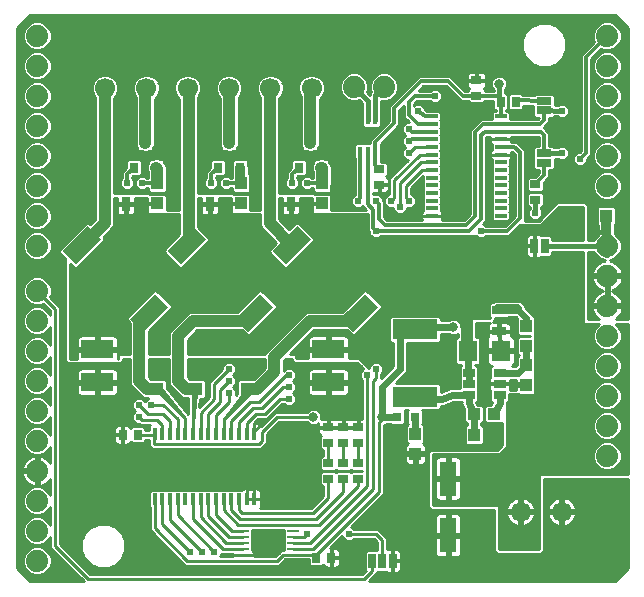
<source format=gtl>
G75*
G70*
%OFA0B0*%
%FSLAX24Y24*%
%IPPOS*%
%LPD*%
%AMOC8*
5,1,8,0,0,1.08239X$1,22.5*
%
%ADD10R,0.0394X0.0433*%
%ADD11R,0.0433X0.0433*%
%ADD12R,0.0315X0.0472*%
%ADD13R,0.1181X0.0630*%
%ADD14R,0.0354X0.0276*%
%ADD15C,0.0740*%
%ADD16R,0.0276X0.0354*%
%ADD17R,0.1063X0.0630*%
%ADD18R,0.0551X0.1181*%
%ADD19R,0.0138X0.0413*%
%ADD20R,0.1870X0.1079*%
%ADD21R,0.0320X0.0320*%
%ADD22R,0.0315X0.0354*%
%ADD23C,0.0669*%
%ADD24R,0.0394X0.0272*%
%ADD25R,0.0433X0.0394*%
%ADD26R,0.1496X0.0669*%
%ADD27R,0.0630X0.0709*%
%ADD28R,0.0315X0.0315*%
%ADD29R,0.0250X0.0500*%
%ADD30R,0.0472X0.0315*%
%ADD31R,0.0394X0.0098*%
%ADD32R,0.0165X0.0315*%
%ADD33R,0.0390X0.0120*%
%ADD34R,0.0500X0.0250*%
%ADD35R,0.0240X0.0240*%
%ADD36C,0.0100*%
%ADD37C,0.0240*%
%ADD38C,0.0080*%
%ADD39C,0.0400*%
%ADD40C,0.0240*%
%ADD41C,0.0120*%
%ADD42C,0.0160*%
%ADD43C,0.0320*%
%ADD44C,0.0320*%
D10*
X011262Y017109D03*
X011262Y017778D03*
X014060Y017778D03*
X014060Y017109D03*
X016760Y017109D03*
X016760Y017778D03*
X023560Y013028D03*
X023560Y012359D03*
X023560Y011728D03*
X023560Y011059D03*
X019860Y009428D03*
X019860Y008759D03*
D11*
X020490Y009393D03*
X021829Y009393D03*
X014260Y010924D03*
X014260Y012263D03*
X012560Y012263D03*
X011260Y012263D03*
X011260Y010924D03*
X012560Y010924D03*
X024890Y016693D03*
X026229Y016693D03*
D12*
X015714Y017093D03*
X015005Y017093D03*
X013014Y017093D03*
X012305Y017093D03*
X010214Y017093D03*
X009505Y017093D03*
D13*
G36*
X009371Y015915D02*
X008538Y015082D01*
X008093Y015527D01*
X008926Y016360D01*
X009371Y015915D01*
G37*
G36*
X011626Y013660D02*
X010793Y012827D01*
X010348Y013272D01*
X011181Y014105D01*
X011626Y013660D01*
G37*
G36*
X012871Y015915D02*
X012038Y015082D01*
X011593Y015527D01*
X012426Y016360D01*
X012871Y015915D01*
G37*
G36*
X015126Y013660D02*
X014293Y012827D01*
X013848Y013272D01*
X014681Y014105D01*
X015126Y013660D01*
G37*
G36*
X016371Y015915D02*
X015538Y015082D01*
X015093Y015527D01*
X015926Y016360D01*
X016371Y015915D01*
G37*
G36*
X018626Y013660D02*
X017793Y012827D01*
X017348Y013272D01*
X018181Y014105D01*
X018626Y013660D01*
G37*
D14*
X017960Y009649D03*
X017960Y009137D03*
X017460Y009137D03*
X016960Y009137D03*
X016960Y009649D03*
X017460Y009649D03*
X017460Y008449D03*
X016960Y008449D03*
X016960Y007937D03*
X017460Y007937D03*
X017960Y007937D03*
X017960Y008449D03*
X023860Y017237D03*
X023860Y017749D03*
X021900Y020697D03*
X021900Y021209D03*
X018660Y018249D03*
X018660Y017737D03*
D15*
X018820Y020993D03*
X017820Y020993D03*
X026260Y020693D03*
X026260Y019693D03*
X026260Y018693D03*
X026260Y017693D03*
X026260Y015693D03*
X026260Y014693D03*
X026260Y013693D03*
X026260Y012693D03*
X026260Y011693D03*
X026260Y010693D03*
X026260Y009693D03*
X026260Y008693D03*
X026260Y021693D03*
X026260Y022693D03*
X007260Y022693D03*
X007260Y021693D03*
X007260Y020693D03*
X007260Y019693D03*
X007260Y018693D03*
X007260Y017693D03*
X007260Y016693D03*
X007260Y015693D03*
X007260Y014193D03*
X007260Y013193D03*
X007260Y012193D03*
X007260Y011193D03*
X007260Y010193D03*
X007260Y009193D03*
X007260Y008193D03*
X007260Y007193D03*
X007260Y006193D03*
X007260Y005193D03*
D16*
X010104Y009393D03*
X010615Y009393D03*
X016554Y005293D03*
X017065Y005293D03*
X022704Y020493D03*
X023215Y020493D03*
D17*
X016960Y012244D03*
X016960Y011142D03*
X009260Y011142D03*
X009260Y012244D03*
D18*
X020960Y007938D03*
X020960Y006048D03*
D19*
X014496Y007253D03*
X014240Y007253D03*
X013984Y007253D03*
X013728Y007253D03*
X013472Y007253D03*
X013216Y007253D03*
X012960Y007253D03*
X012704Y007253D03*
X012449Y007253D03*
X012193Y007253D03*
X011937Y007253D03*
X011681Y007253D03*
X011425Y007253D03*
X011169Y007253D03*
X011169Y009438D03*
X011425Y009438D03*
X011681Y009438D03*
X011937Y009438D03*
X012193Y009438D03*
X012449Y009438D03*
X012704Y009438D03*
X012960Y009438D03*
X013216Y009438D03*
X013472Y009438D03*
X013728Y009438D03*
X013984Y009438D03*
X014240Y009438D03*
X014496Y009438D03*
D20*
X012832Y008346D03*
D21*
X012832Y008246D03*
X012582Y008246D03*
X012332Y008246D03*
X012082Y008246D03*
X011832Y008246D03*
X011582Y008246D03*
X011582Y008496D03*
X011582Y008746D03*
X011832Y008746D03*
X011832Y008496D03*
X012082Y008496D03*
X012082Y008746D03*
X012332Y008746D03*
X012332Y008496D03*
X012582Y008496D03*
X012582Y008746D03*
X012832Y008746D03*
X012832Y008496D03*
X013082Y008496D03*
X013082Y008746D03*
X013332Y008746D03*
X013332Y008496D03*
X013332Y008246D03*
X013082Y008246D03*
X013082Y007996D03*
X012832Y007996D03*
X012582Y007996D03*
X012332Y007996D03*
X012082Y007996D03*
X011832Y007996D03*
X011582Y007996D03*
X011582Y007746D03*
X011832Y007746D03*
X012082Y007746D03*
X012332Y007746D03*
X012582Y007746D03*
X012832Y007746D03*
X013082Y007746D03*
X013332Y007746D03*
X013332Y007996D03*
X013582Y007996D03*
X013582Y008246D03*
X013582Y008496D03*
X013582Y008746D03*
X013832Y008746D03*
X013832Y008496D03*
X013832Y008246D03*
X013832Y007996D03*
X013832Y007746D03*
X013582Y007746D03*
X014082Y007746D03*
X014082Y007996D03*
X014082Y008246D03*
X014082Y008496D03*
X014082Y008746D03*
D22*
X014034Y018300D03*
X013285Y018300D03*
X013660Y019126D03*
X015985Y018300D03*
X016734Y018300D03*
X016360Y019126D03*
X011234Y018300D03*
X010485Y018300D03*
X010860Y019126D03*
D23*
X010893Y020954D03*
X012271Y020954D03*
X013648Y020954D03*
X015026Y020954D03*
X016404Y020954D03*
X009515Y020954D03*
X023371Y006833D03*
X024748Y006833D03*
D24*
X022671Y010719D03*
X022671Y011093D03*
X022671Y011467D03*
X021648Y011467D03*
X021648Y011093D03*
X021648Y010719D03*
D25*
X021825Y010093D03*
X022494Y010093D03*
D26*
X019860Y010667D03*
X019860Y012911D03*
D27*
X021608Y012193D03*
X022711Y012193D03*
D28*
X019855Y009993D03*
X019264Y009993D03*
D29*
X019110Y005193D03*
X018760Y005193D03*
X018410Y005193D03*
X023822Y015693D03*
X024177Y015693D03*
D30*
X022660Y013548D03*
X022660Y012839D03*
D31*
X015791Y006187D03*
X015791Y005990D03*
X015791Y005793D03*
X015791Y005596D03*
X015791Y005400D03*
X014128Y005400D03*
X014128Y005596D03*
X014128Y005793D03*
X014128Y005990D03*
X014128Y006187D03*
D32*
X017766Y018841D03*
X018022Y018841D03*
X018278Y018841D03*
X018534Y018841D03*
X018534Y019904D03*
X018278Y019904D03*
X018022Y019904D03*
X017766Y019904D03*
D33*
X020411Y020017D03*
X020411Y019761D03*
X020411Y019505D03*
X020411Y019249D03*
X020411Y018993D03*
X020411Y018737D03*
X020411Y018481D03*
X020411Y018225D03*
X020411Y017969D03*
X020411Y017714D03*
X020411Y017458D03*
X020411Y017202D03*
X020411Y016946D03*
X020411Y016690D03*
X022708Y016690D03*
X022708Y016946D03*
X022708Y017202D03*
X022708Y017458D03*
X022708Y017714D03*
X022708Y017969D03*
X022708Y018225D03*
X022708Y018481D03*
X022708Y018737D03*
X022708Y018993D03*
X022708Y019249D03*
X022708Y019505D03*
X022708Y019761D03*
X022708Y020017D03*
D34*
X024160Y020206D03*
X024160Y020530D03*
X024160Y018780D03*
X024160Y018456D03*
D35*
X020926Y018570D03*
X020926Y017610D03*
X020926Y016710D03*
X018926Y018770D03*
X020926Y020250D03*
X020460Y012093D03*
X020460Y011793D03*
X022160Y011093D03*
X017760Y011193D03*
X017760Y010893D03*
X017760Y010593D03*
X017410Y010543D03*
X017110Y010543D03*
X016810Y010543D03*
X016510Y010543D03*
X016160Y010593D03*
X016160Y010893D03*
X016160Y011193D03*
X016160Y011493D03*
X017760Y011493D03*
X014260Y011443D03*
X014260Y011743D03*
X012560Y011743D03*
X012560Y011443D03*
X011260Y011443D03*
X011260Y011743D03*
X010060Y011493D03*
X010060Y011193D03*
X010060Y010893D03*
X010060Y010593D03*
X009710Y010543D03*
X009410Y010543D03*
X009110Y010543D03*
X008810Y010543D03*
X008460Y010593D03*
X008460Y010893D03*
X008460Y011193D03*
X008460Y011493D03*
X020460Y005593D03*
X020460Y005193D03*
X020760Y005193D03*
X021160Y005193D03*
X021460Y005193D03*
X021460Y005593D03*
D36*
X006580Y004943D02*
X006580Y022944D01*
X007009Y023373D01*
X026510Y023373D01*
X026940Y022944D01*
X026940Y013253D01*
X026539Y013253D01*
X026598Y013297D01*
X026656Y013355D01*
X026704Y013421D01*
X026741Y013494D01*
X026767Y013572D01*
X026778Y013643D01*
X026310Y013643D01*
X026310Y013743D01*
X026778Y013743D01*
X026767Y013815D01*
X026741Y013893D01*
X026704Y013966D01*
X026656Y014032D01*
X026598Y014090D01*
X026532Y014138D01*
X026459Y014175D01*
X026403Y014193D01*
X026459Y014211D01*
X026532Y014249D01*
X026598Y014297D01*
X026656Y014355D01*
X026704Y014421D01*
X026741Y014494D01*
X026767Y014572D01*
X026778Y014643D01*
X026310Y014643D01*
X026310Y014743D01*
X026778Y014743D01*
X026767Y014815D01*
X026741Y014893D01*
X026704Y014966D01*
X026656Y015032D01*
X026598Y015090D01*
X026532Y015138D01*
X026459Y015175D01*
X026381Y015201D01*
X026347Y015206D01*
X026366Y015214D01*
X026412Y015234D01*
X026415Y015236D01*
X026418Y015238D01*
X026421Y015241D01*
X026531Y015286D01*
X026666Y015421D01*
X026740Y015598D01*
X026740Y015789D01*
X026666Y015965D01*
X026531Y016100D01*
X026514Y016108D01*
X026507Y016383D01*
X026555Y016431D01*
X026555Y016955D01*
X026491Y017020D01*
X025967Y017020D01*
X025902Y016955D01*
X025902Y016431D01*
X025967Y016367D01*
X025974Y016086D01*
X025853Y015965D01*
X025819Y015883D01*
X025620Y015883D01*
X025620Y017060D01*
X025526Y017153D01*
X024660Y017153D01*
X024594Y017154D01*
X024594Y017153D01*
X024593Y017153D01*
X024547Y017107D01*
X023974Y016538D01*
X023505Y016538D01*
X023510Y016543D01*
X023510Y018884D01*
X023410Y018983D01*
X023230Y019163D01*
X023052Y019163D01*
X023053Y019169D01*
X023053Y019249D01*
X023053Y019329D01*
X023052Y019335D01*
X023978Y019335D01*
X023990Y019323D01*
X023990Y019015D01*
X023864Y019015D01*
X023800Y018951D01*
X023800Y018286D01*
X023864Y018221D01*
X023990Y018221D01*
X023990Y018120D01*
X023867Y017997D01*
X023637Y017997D01*
X023572Y017933D01*
X023572Y017566D01*
X023637Y017501D01*
X024082Y017501D01*
X024147Y017566D01*
X024147Y017796D01*
X024230Y017879D01*
X024330Y017979D01*
X024330Y018221D01*
X024455Y018221D01*
X024520Y018286D01*
X024520Y018598D01*
X024627Y018600D01*
X024664Y018563D01*
X024855Y018563D01*
X024990Y018698D01*
X024990Y018889D01*
X024855Y019023D01*
X024664Y019023D01*
X024621Y018980D01*
X024493Y018978D01*
X024455Y019015D01*
X024330Y019015D01*
X024330Y019464D01*
X024230Y019563D01*
X024150Y019643D01*
X024230Y019723D01*
X024330Y019823D01*
X024330Y019971D01*
X024455Y019971D01*
X024493Y020009D01*
X024621Y020006D01*
X024664Y019963D01*
X024855Y019963D01*
X024990Y020098D01*
X024990Y020289D01*
X024855Y020423D01*
X024664Y020423D01*
X024627Y020386D01*
X024520Y020388D01*
X024520Y020701D01*
X024455Y020765D01*
X023864Y020765D01*
X023805Y020706D01*
X023463Y020712D01*
X023463Y020716D01*
X023399Y020780D01*
X023032Y020780D01*
X022968Y020716D01*
X022968Y020271D01*
X023032Y020206D01*
X023399Y020206D01*
X023463Y020271D01*
X023463Y020372D01*
X023800Y020367D01*
X023800Y020036D01*
X023864Y019971D01*
X023990Y019971D01*
X023990Y019964D01*
X023957Y019931D01*
X023013Y019931D01*
X023013Y020122D01*
X022949Y020187D01*
X022877Y020187D01*
X022876Y020206D01*
X022887Y020206D01*
X022951Y020271D01*
X022951Y020716D01*
X022887Y020780D01*
X022858Y020780D01*
X022850Y020789D01*
X022850Y020901D01*
X022888Y020940D01*
X022930Y021040D01*
X025390Y021040D01*
X025390Y021138D02*
X022930Y021138D01*
X022930Y021147D02*
X022888Y021246D01*
X022812Y021322D01*
X022713Y021363D01*
X022606Y021363D01*
X022507Y021322D01*
X022431Y021246D01*
X022390Y021147D01*
X022390Y021040D01*
X022224Y021040D01*
X022227Y021052D02*
X022227Y021190D01*
X021918Y021190D01*
X021918Y021228D01*
X021881Y021228D01*
X021881Y021497D01*
X021703Y021497D01*
X021664Y021487D01*
X021630Y021467D01*
X021602Y021439D01*
X021583Y021405D01*
X021572Y021367D01*
X021572Y021228D01*
X021881Y021228D01*
X021881Y021190D01*
X021572Y021190D01*
X021572Y021052D01*
X021583Y021014D01*
X021602Y020979D01*
X021630Y020951D01*
X021664Y020932D01*
X021612Y020881D01*
X021612Y020869D01*
X021560Y020867D01*
X021526Y020867D01*
X021030Y021363D01*
X019989Y021363D01*
X019890Y021264D01*
X018990Y020364D01*
X018990Y019864D01*
X018463Y019337D01*
X018364Y019238D01*
X018364Y019108D01*
X017893Y019108D01*
X017829Y019044D01*
X017829Y018638D01*
X017852Y018615D01*
X017852Y017411D01*
X017730Y017289D01*
X017730Y017098D01*
X017864Y016963D01*
X018055Y016963D01*
X018108Y017016D01*
X018108Y017005D01*
X018209Y016903D01*
X017066Y016903D01*
X017066Y017371D01*
X017002Y017435D01*
X016517Y017435D01*
X016505Y017424D01*
X016476Y017453D01*
X015315Y017453D01*
X015315Y020614D01*
X015403Y020702D01*
X015471Y020865D01*
X015471Y021042D01*
X015403Y021206D01*
X015278Y021331D01*
X015115Y021399D01*
X014938Y021399D01*
X014775Y021331D01*
X014649Y021206D01*
X014582Y021042D01*
X014582Y020865D01*
X014649Y020702D01*
X014695Y020656D01*
X014695Y016903D01*
X014366Y016903D01*
X014366Y017371D01*
X014302Y017435D01*
X013817Y017435D01*
X013805Y017424D01*
X013776Y017453D01*
X012615Y017453D01*
X012615Y020670D01*
X012647Y020702D01*
X012715Y020865D01*
X012715Y021042D01*
X012647Y021206D01*
X012522Y021331D01*
X012359Y021399D01*
X012182Y021399D01*
X012019Y021331D01*
X011894Y021206D01*
X011826Y021042D01*
X011826Y020865D01*
X011894Y020702D01*
X011995Y020600D01*
X011995Y016903D01*
X011569Y016903D01*
X011569Y017371D01*
X011504Y017435D01*
X011019Y017435D01*
X011007Y017422D01*
X010976Y017453D01*
X009815Y017453D01*
X009815Y020626D01*
X009892Y020702D01*
X009959Y020865D01*
X009959Y021042D01*
X009892Y021206D01*
X009767Y021331D01*
X009603Y021399D01*
X009426Y021399D01*
X009263Y021331D01*
X009138Y021206D01*
X009070Y021042D01*
X009070Y020865D01*
X009138Y020702D01*
X009195Y020645D01*
X009195Y016578D01*
X009180Y016563D01*
X009024Y016420D01*
X008972Y016471D01*
X008881Y016471D01*
X007982Y015571D01*
X007982Y015480D01*
X008200Y015263D01*
X008200Y011866D01*
X008293Y011773D01*
X010026Y011773D01*
X010120Y011866D01*
X010120Y011913D01*
X010350Y011913D01*
X010350Y011132D01*
X010397Y011018D01*
X010484Y010931D01*
X010753Y010661D01*
X010867Y010614D01*
X010955Y010614D01*
X010860Y010519D01*
X010755Y010623D01*
X010564Y010623D01*
X010430Y010489D01*
X010430Y010298D01*
X010534Y010193D01*
X010430Y010089D01*
X010430Y009898D01*
X010564Y009763D01*
X010663Y009763D01*
X010693Y009733D01*
X011033Y009733D01*
X010990Y009690D01*
X010990Y009553D01*
X010863Y009553D01*
X010863Y009616D01*
X010799Y009680D01*
X010432Y009680D01*
X010381Y009629D01*
X010361Y009663D01*
X010334Y009691D01*
X010299Y009710D01*
X010261Y009720D01*
X010123Y009720D01*
X010123Y009412D01*
X010085Y009412D01*
X010085Y009720D01*
X009946Y009720D01*
X009908Y009710D01*
X009874Y009691D01*
X009846Y009663D01*
X009826Y009628D01*
X009816Y009590D01*
X009816Y009412D01*
X010085Y009412D01*
X010085Y009374D01*
X010123Y009374D01*
X010123Y009066D01*
X010261Y009066D01*
X010299Y009076D01*
X010334Y009096D01*
X010361Y009124D01*
X010381Y009157D01*
X010432Y009106D01*
X010799Y009106D01*
X010863Y009171D01*
X010863Y009233D01*
X010990Y009233D01*
X010990Y009186D01*
X011000Y009176D01*
X011000Y009027D01*
X011093Y008933D01*
X014726Y008933D01*
X014820Y009027D01*
X014826Y009033D01*
X014920Y009127D01*
X014920Y009427D01*
X015326Y009833D01*
X016238Y009833D01*
X016307Y009764D01*
X016406Y009723D01*
X016513Y009723D01*
X016612Y009764D01*
X016632Y009784D01*
X016632Y009668D01*
X016941Y009668D01*
X016941Y009937D01*
X016763Y009937D01*
X016724Y009927D01*
X016730Y009940D01*
X016730Y010047D01*
X016688Y010146D01*
X016612Y010222D01*
X016513Y010263D01*
X016406Y010263D01*
X016307Y010222D01*
X016238Y010153D01*
X015193Y010153D01*
X015100Y010060D01*
X014713Y009673D01*
X014704Y009703D01*
X014685Y009737D01*
X014657Y009765D01*
X014623Y009785D01*
X014584Y009795D01*
X014496Y009795D01*
X014496Y009438D01*
X014496Y009513D01*
X014842Y009859D01*
X014851Y009811D02*
X014503Y009811D01*
X014496Y009795D02*
X014487Y009795D01*
X014626Y009933D01*
X014926Y009933D01*
X015426Y010433D01*
X015494Y010433D01*
X015564Y010363D01*
X015755Y010363D01*
X015890Y010498D01*
X015890Y010689D01*
X015785Y010793D01*
X015890Y010898D01*
X015890Y011089D01*
X015785Y011193D01*
X015890Y011298D01*
X015890Y011489D01*
X015755Y011623D01*
X015564Y011623D01*
X015494Y011553D01*
X015493Y011553D01*
X015470Y011530D01*
X015470Y011865D01*
X015518Y011913D01*
X015740Y011913D01*
X015739Y011885D01*
X015740Y011885D01*
X015787Y011837D01*
X015833Y011791D01*
X015833Y011791D01*
X015901Y011791D01*
X017902Y011791D01*
X018054Y011673D01*
X018134Y011593D01*
X018030Y011489D01*
X018030Y011298D01*
X018100Y011228D01*
X018100Y009937D01*
X017978Y009937D01*
X017978Y009668D01*
X017941Y009668D01*
X017941Y009937D01*
X017763Y009937D01*
X017724Y009927D01*
X017710Y009918D01*
X017695Y009927D01*
X017656Y009937D01*
X017478Y009937D01*
X017478Y009668D01*
X017441Y009668D01*
X017441Y009937D01*
X017263Y009937D01*
X017224Y009927D01*
X017210Y009918D01*
X017195Y009927D01*
X017156Y009937D01*
X016978Y009937D01*
X016978Y009668D01*
X016941Y009668D01*
X016941Y009630D01*
X016632Y009630D01*
X016632Y009492D01*
X016643Y009454D01*
X016662Y009419D01*
X016690Y009391D01*
X016724Y009372D01*
X016672Y009321D01*
X016672Y008954D01*
X016737Y008890D01*
X016800Y008890D01*
X016800Y008697D01*
X016737Y008697D01*
X016672Y008633D01*
X016672Y008266D01*
X016737Y008201D01*
X017182Y008201D01*
X017210Y008229D01*
X017237Y008201D01*
X017682Y008201D01*
X017710Y008229D01*
X017737Y008201D01*
X018100Y008201D01*
X018100Y008185D01*
X017737Y008185D01*
X017710Y008158D01*
X017682Y008185D01*
X017237Y008185D01*
X017210Y008158D01*
X017182Y008185D01*
X016737Y008185D01*
X016672Y008121D01*
X016672Y007754D01*
X016737Y007690D01*
X016800Y007690D01*
X016800Y007360D01*
X016393Y006953D01*
X014684Y006953D01*
X014685Y006954D01*
X014704Y006988D01*
X014715Y007027D01*
X014715Y007253D01*
X014496Y007253D01*
X014496Y007253D01*
X014715Y007253D01*
X014715Y007480D01*
X014704Y007518D01*
X014685Y007552D01*
X014657Y007580D01*
X014623Y007600D01*
X014584Y007610D01*
X014496Y007610D01*
X014496Y007253D01*
X014496Y007253D01*
X014277Y007253D01*
X014240Y007253D01*
X014240Y007253D01*
X014496Y007253D01*
X014496Y007253D01*
X014496Y007610D01*
X014407Y007610D01*
X014369Y007600D01*
X014368Y007599D01*
X014367Y007600D01*
X014329Y007610D01*
X014240Y007610D01*
X014240Y007253D01*
X014240Y007253D01*
X014240Y007610D01*
X014151Y007610D01*
X014113Y007600D01*
X014079Y007580D01*
X014069Y007570D01*
X013870Y007570D01*
X013856Y007556D01*
X013843Y007570D01*
X013614Y007570D01*
X013600Y007556D01*
X013587Y007570D01*
X013358Y007570D01*
X013344Y007556D01*
X013331Y007570D01*
X013102Y007570D01*
X013088Y007556D01*
X013075Y007570D01*
X012846Y007570D01*
X012832Y007556D01*
X012819Y007570D01*
X012590Y007570D01*
X012577Y007556D01*
X012563Y007570D01*
X012334Y007570D01*
X012321Y007556D01*
X012307Y007570D01*
X012078Y007570D01*
X012065Y007556D01*
X012051Y007570D01*
X011822Y007570D01*
X011809Y007556D01*
X011795Y007570D01*
X011566Y007570D01*
X011553Y007556D01*
X011539Y007570D01*
X011310Y007570D01*
X011297Y007556D01*
X011284Y007570D01*
X011055Y007570D01*
X010990Y007505D01*
X010990Y007001D01*
X011009Y006982D01*
X011009Y006218D01*
X012193Y005033D01*
X015326Y005033D01*
X015532Y005240D01*
X016306Y005240D01*
X016306Y005071D01*
X016370Y005006D01*
X016737Y005006D01*
X016788Y005057D01*
X016808Y005024D01*
X016836Y004996D01*
X016870Y004976D01*
X016908Y004966D01*
X017047Y004966D01*
X017047Y005274D01*
X017084Y005274D01*
X017084Y004966D01*
X017223Y004966D01*
X017261Y004976D01*
X017295Y004996D01*
X017323Y005024D01*
X017343Y005058D01*
X017353Y005096D01*
X017353Y005274D01*
X017084Y005274D01*
X017084Y005312D01*
X017047Y005312D01*
X017047Y005620D01*
X017013Y005620D01*
X017430Y006037D01*
X017430Y005998D01*
X017564Y005863D01*
X017755Y005863D01*
X017825Y005933D01*
X018493Y005933D01*
X018600Y005827D01*
X018600Y005553D01*
X018589Y005553D01*
X018585Y005549D01*
X018580Y005553D01*
X018239Y005553D01*
X018175Y005489D01*
X018175Y004898D01*
X018206Y004866D01*
X018093Y004753D01*
X009026Y004753D01*
X008020Y005760D01*
X008020Y013660D01*
X007693Y013986D01*
X007740Y014098D01*
X007740Y014289D01*
X007666Y014465D01*
X007531Y014600D01*
X007355Y014673D01*
X007164Y014673D01*
X006988Y014600D01*
X006853Y014465D01*
X006780Y014289D01*
X006780Y014098D01*
X006853Y013921D01*
X006988Y013786D01*
X007164Y013713D01*
X007355Y013713D01*
X007467Y013760D01*
X007700Y013527D01*
X007700Y013385D01*
X007666Y013465D01*
X007531Y013600D01*
X007355Y013673D01*
X007164Y013673D01*
X006988Y013600D01*
X006853Y013465D01*
X006780Y013289D01*
X006780Y013098D01*
X006853Y012921D01*
X006988Y012786D01*
X007164Y012713D01*
X007355Y012713D01*
X007531Y012786D01*
X007666Y012921D01*
X007700Y013001D01*
X007700Y012385D01*
X007666Y012465D01*
X007531Y012600D01*
X007355Y012673D01*
X007164Y012673D01*
X006988Y012600D01*
X006853Y012465D01*
X006780Y012289D01*
X006780Y012098D01*
X006853Y011921D01*
X006988Y011786D01*
X007164Y011713D01*
X007355Y011713D01*
X007531Y011786D01*
X007666Y011921D01*
X007700Y012001D01*
X007700Y011385D01*
X007666Y011465D01*
X007531Y011600D01*
X007355Y011673D01*
X007164Y011673D01*
X006988Y011600D01*
X006853Y011465D01*
X006780Y011289D01*
X006780Y011098D01*
X006853Y010921D01*
X006988Y010786D01*
X007164Y010713D01*
X007355Y010713D01*
X007531Y010786D01*
X007666Y010921D01*
X007700Y011001D01*
X007700Y010385D01*
X007666Y010465D01*
X007531Y010600D01*
X007355Y010673D01*
X007164Y010673D01*
X006988Y010600D01*
X006853Y010465D01*
X006780Y010289D01*
X006780Y010098D01*
X006853Y009921D01*
X006988Y009786D01*
X007164Y009713D01*
X007355Y009713D01*
X007531Y009786D01*
X007666Y009921D01*
X007700Y010001D01*
X007700Y009385D01*
X007666Y009465D01*
X007531Y009600D01*
X007355Y009673D01*
X007164Y009673D01*
X006988Y009600D01*
X006853Y009465D01*
X006780Y009289D01*
X006780Y009098D01*
X006853Y008921D01*
X006988Y008786D01*
X007164Y008713D01*
X007355Y008713D01*
X007531Y008786D01*
X007666Y008921D01*
X007700Y009001D01*
X007700Y008472D01*
X007656Y008532D01*
X007598Y008590D01*
X007532Y008638D01*
X007459Y008675D01*
X007381Y008701D01*
X007310Y008712D01*
X007310Y008243D01*
X007210Y008243D01*
X007210Y008712D01*
X007138Y008701D01*
X007060Y008675D01*
X006987Y008638D01*
X006921Y008590D01*
X006863Y008532D01*
X006815Y008466D01*
X006778Y008393D01*
X006752Y008315D01*
X006741Y008243D01*
X007210Y008243D01*
X007210Y008143D01*
X007310Y008143D01*
X007310Y007675D01*
X007381Y007686D01*
X007459Y007711D01*
X007532Y007749D01*
X007598Y007797D01*
X007656Y007855D01*
X007700Y007914D01*
X007700Y007385D01*
X007666Y007465D01*
X007531Y007600D01*
X007355Y007673D01*
X007164Y007673D01*
X006988Y007600D01*
X006853Y007465D01*
X006780Y007289D01*
X006780Y007098D01*
X006853Y006921D01*
X006988Y006786D01*
X007164Y006713D01*
X007355Y006713D01*
X007531Y006786D01*
X007666Y006921D01*
X007700Y007001D01*
X007700Y006385D01*
X007666Y006465D01*
X007531Y006600D01*
X007355Y006673D01*
X007164Y006673D01*
X006988Y006600D01*
X006853Y006465D01*
X006780Y006289D01*
X006780Y006098D01*
X006853Y005921D01*
X006988Y005786D01*
X007164Y005713D01*
X007355Y005713D01*
X007531Y005786D01*
X007666Y005921D01*
X007700Y006001D01*
X007700Y005627D01*
X007793Y005533D01*
X008813Y004513D01*
X007009Y004513D01*
X006580Y004943D01*
X006580Y004984D02*
X006827Y004984D01*
X006853Y004921D02*
X006780Y005098D01*
X006780Y005289D01*
X006853Y005465D01*
X006988Y005600D01*
X007164Y005673D01*
X007355Y005673D01*
X007531Y005600D01*
X007666Y005465D01*
X007740Y005289D01*
X007740Y005098D01*
X007666Y004921D01*
X007531Y004786D01*
X007355Y004713D01*
X007164Y004713D01*
X006988Y004786D01*
X006853Y004921D01*
X006888Y004886D02*
X006637Y004886D01*
X006735Y004787D02*
X006987Y004787D01*
X006834Y004689D02*
X008638Y004689D01*
X008736Y004590D02*
X006932Y004590D01*
X006786Y005083D02*
X006580Y005083D01*
X006580Y005181D02*
X006780Y005181D01*
X006780Y005280D02*
X006580Y005280D01*
X006580Y005378D02*
X006817Y005378D01*
X006864Y005477D02*
X006580Y005477D01*
X006580Y005575D02*
X006963Y005575D01*
X007022Y005772D02*
X006580Y005772D01*
X006580Y005674D02*
X007700Y005674D01*
X007700Y005772D02*
X007497Y005772D01*
X007616Y005871D02*
X007700Y005871D01*
X007686Y005969D02*
X007700Y005969D01*
X007860Y005693D02*
X007860Y013593D01*
X007260Y014193D01*
X007446Y013751D02*
X007476Y013751D01*
X007406Y013652D02*
X007574Y013652D01*
X007578Y013554D02*
X007673Y013554D01*
X007671Y013455D02*
X007700Y013455D01*
X008020Y013455D02*
X008200Y013455D01*
X008200Y013357D02*
X008020Y013357D01*
X008020Y013258D02*
X008200Y013258D01*
X008200Y013160D02*
X008020Y013160D01*
X008020Y013061D02*
X008200Y013061D01*
X008200Y012963D02*
X008020Y012963D01*
X008020Y012864D02*
X008200Y012864D01*
X008200Y012766D02*
X008020Y012766D01*
X008020Y012667D02*
X008200Y012667D01*
X008200Y012569D02*
X008020Y012569D01*
X008020Y012470D02*
X008200Y012470D01*
X008200Y012372D02*
X008020Y012372D01*
X008020Y012273D02*
X008200Y012273D01*
X008200Y012175D02*
X008020Y012175D01*
X008020Y012076D02*
X008200Y012076D01*
X008200Y011978D02*
X008020Y011978D01*
X008020Y011879D02*
X008200Y011879D01*
X008285Y011781D02*
X008020Y011781D01*
X008020Y011682D02*
X010350Y011682D01*
X010350Y011584D02*
X009871Y011584D01*
X009883Y011577D02*
X009849Y011597D01*
X009811Y011607D01*
X009310Y011607D01*
X009310Y011192D01*
X009941Y011192D01*
X009941Y011477D01*
X009931Y011515D01*
X009911Y011549D01*
X009883Y011577D01*
X009939Y011485D02*
X010350Y011485D01*
X010350Y011387D02*
X009941Y011387D01*
X009941Y011288D02*
X010350Y011288D01*
X010350Y011190D02*
X009310Y011190D01*
X009310Y011192D02*
X009310Y011092D01*
X009941Y011092D01*
X009941Y010807D01*
X009931Y010769D01*
X009911Y010735D01*
X009883Y010707D01*
X009849Y010687D01*
X009811Y010677D01*
X009310Y010677D01*
X009310Y011092D01*
X009210Y011092D01*
X009210Y010677D01*
X008708Y010677D01*
X008670Y010687D01*
X008636Y010707D01*
X008608Y010735D01*
X008588Y010769D01*
X008578Y010807D01*
X008578Y011092D01*
X009210Y011092D01*
X009210Y011192D01*
X009210Y011607D01*
X008708Y011607D01*
X008670Y011597D01*
X008636Y011577D01*
X008608Y011549D01*
X008588Y011515D01*
X008578Y011477D01*
X008578Y011192D01*
X009210Y011192D01*
X009310Y011192D01*
X009310Y011288D02*
X009210Y011288D01*
X009210Y011190D02*
X008020Y011190D01*
X008020Y011288D02*
X008578Y011288D01*
X008578Y011387D02*
X008020Y011387D01*
X008020Y011485D02*
X008580Y011485D01*
X008648Y011584D02*
X008020Y011584D01*
X007700Y011584D02*
X007548Y011584D01*
X007646Y011485D02*
X007700Y011485D01*
X007699Y011387D02*
X007700Y011387D01*
X007700Y011682D02*
X006580Y011682D01*
X006580Y011584D02*
X006971Y011584D01*
X006873Y011485D02*
X006580Y011485D01*
X006580Y011387D02*
X006820Y011387D01*
X006780Y011288D02*
X006580Y011288D01*
X006580Y011190D02*
X006780Y011190D01*
X006782Y011091D02*
X006580Y011091D01*
X006580Y010993D02*
X006823Y010993D01*
X006880Y010894D02*
X006580Y010894D01*
X006580Y010796D02*
X006978Y010796D01*
X006986Y010599D02*
X006580Y010599D01*
X006580Y010697D02*
X007700Y010697D01*
X007700Y010599D02*
X007533Y010599D01*
X007631Y010500D02*
X007700Y010500D01*
X007693Y010402D02*
X007700Y010402D01*
X008020Y010402D02*
X010430Y010402D01*
X010430Y010303D02*
X008020Y010303D01*
X008020Y010205D02*
X010523Y010205D01*
X010447Y010106D02*
X008020Y010106D01*
X008020Y010008D02*
X010430Y010008D01*
X010430Y009909D02*
X008020Y009909D01*
X008020Y009811D02*
X010517Y009811D01*
X010660Y009993D02*
X010760Y009893D01*
X011260Y009893D01*
X011425Y009728D01*
X011425Y009438D01*
X011681Y009438D02*
X011681Y009872D01*
X011460Y010093D01*
X010960Y010093D01*
X010660Y010393D01*
X010779Y010599D02*
X010940Y010599D01*
X011060Y010393D02*
X011460Y010393D01*
X011937Y009916D01*
X011937Y009438D01*
X012193Y009438D02*
X012193Y009960D01*
X012160Y009993D01*
X011360Y010993D01*
X011360Y010893D02*
X012160Y009993D01*
X011260Y010893D01*
X011260Y010924D01*
X011586Y010966D02*
X011586Y011186D01*
X011522Y011251D01*
X011041Y011251D01*
X010970Y011322D01*
X010970Y011913D01*
X011650Y011913D01*
X011650Y011132D01*
X011697Y011018D01*
X011784Y010931D01*
X012053Y010661D01*
X012167Y010614D01*
X012281Y010614D01*
X012289Y010606D01*
X012289Y010091D01*
X012279Y010100D01*
X011586Y010966D01*
X011586Y010993D02*
X011722Y010993D01*
X011666Y011091D02*
X011586Y011091D01*
X011582Y011190D02*
X011650Y011190D01*
X011650Y011288D02*
X011003Y011288D01*
X010970Y011387D02*
X011650Y011387D01*
X011650Y011485D02*
X010970Y011485D01*
X010970Y011584D02*
X011650Y011584D01*
X011650Y011682D02*
X010970Y011682D01*
X010970Y011781D02*
X011650Y011781D01*
X011650Y011879D02*
X010970Y011879D01*
X010970Y012073D02*
X010970Y012847D01*
X011737Y013615D01*
X011737Y013706D01*
X011227Y014216D01*
X011136Y014216D01*
X010237Y013317D01*
X010237Y013225D01*
X010350Y013113D01*
X010350Y012073D01*
X009960Y012073D01*
X009960Y011933D01*
X009941Y011933D01*
X009941Y012194D01*
X009310Y012194D01*
X009310Y012294D01*
X009941Y012294D01*
X009941Y012579D01*
X009931Y012617D01*
X009911Y012652D01*
X009883Y012679D01*
X009849Y012699D01*
X009811Y012709D01*
X009310Y012709D01*
X009310Y012294D01*
X009210Y012294D01*
X009210Y012194D01*
X008578Y012194D01*
X008578Y011933D01*
X008360Y011933D01*
X008360Y015103D01*
X008492Y014970D01*
X008583Y014970D01*
X009482Y015870D01*
X009482Y015961D01*
X009469Y015975D01*
X009768Y016274D01*
X009815Y016388D01*
X009815Y017293D01*
X009906Y017293D01*
X009906Y017122D01*
X010185Y017122D01*
X010185Y017065D01*
X009906Y017065D01*
X009906Y016837D01*
X009917Y016799D01*
X009936Y016765D01*
X009964Y016737D01*
X009998Y016717D01*
X010037Y016707D01*
X010185Y016707D01*
X010185Y017065D01*
X010243Y017065D01*
X010243Y017122D01*
X010521Y017122D01*
X010521Y017293D01*
X010910Y017293D01*
X010910Y016743D01*
X011041Y016743D01*
X011045Y016742D01*
X011213Y016742D01*
X011213Y016743D01*
X011310Y016743D01*
X011310Y016742D01*
X011478Y016742D01*
X011483Y016743D01*
X011995Y016743D01*
X011995Y016085D01*
X011482Y015571D01*
X011482Y015480D01*
X011992Y014970D01*
X012083Y014970D01*
X012982Y015870D01*
X012982Y015961D01*
X012615Y016328D01*
X012615Y017293D01*
X012706Y017293D01*
X012706Y017122D01*
X012985Y017122D01*
X012985Y017065D01*
X012706Y017065D01*
X012706Y016837D01*
X012717Y016799D01*
X012736Y016765D01*
X012764Y016737D01*
X012798Y016717D01*
X012837Y016707D01*
X012985Y016707D01*
X012985Y017065D01*
X013043Y017065D01*
X013043Y017122D01*
X013321Y017122D01*
X013321Y017293D01*
X013710Y017293D01*
X013710Y016743D01*
X013839Y016743D01*
X013843Y016742D01*
X014011Y016742D01*
X014011Y016743D01*
X014108Y016743D01*
X014108Y016742D01*
X014276Y016742D01*
X014281Y016743D01*
X014695Y016743D01*
X014695Y016386D01*
X014742Y016272D01*
X015212Y015802D01*
X014982Y015571D01*
X014982Y015480D01*
X015492Y014970D01*
X015583Y014970D01*
X016482Y015870D01*
X016482Y015961D01*
X015972Y016471D01*
X015881Y016471D01*
X015651Y016240D01*
X015315Y016576D01*
X015315Y017293D01*
X015406Y017293D01*
X015406Y017122D01*
X015685Y017122D01*
X015685Y017065D01*
X015406Y017065D01*
X015406Y016837D01*
X015417Y016799D01*
X015436Y016765D01*
X015464Y016737D01*
X015498Y016717D01*
X015537Y016707D01*
X015685Y016707D01*
X015685Y017065D01*
X015743Y017065D01*
X015743Y017122D01*
X016021Y017122D01*
X016021Y017293D01*
X016410Y017293D01*
X016410Y016743D01*
X016539Y016743D01*
X016543Y016742D01*
X016711Y016742D01*
X016711Y016743D01*
X016808Y016743D01*
X016808Y016742D01*
X016976Y016742D01*
X016981Y016743D01*
X018290Y016743D01*
X018290Y016223D01*
X018330Y016183D01*
X018330Y016098D01*
X018360Y016068D01*
X018360Y016018D01*
X018409Y016018D01*
X018464Y015963D01*
X018655Y015963D01*
X018711Y016019D01*
X019893Y016023D01*
X021730Y016023D01*
X021736Y016029D01*
X021898Y016030D01*
X021964Y015963D01*
X022155Y015963D01*
X022215Y016023D01*
X022990Y016023D01*
X023090Y016123D01*
X023345Y016378D01*
X024040Y016378D01*
X024660Y016993D01*
X025460Y016993D01*
X025460Y015883D01*
X024412Y015883D01*
X024412Y015989D01*
X024347Y016053D01*
X024049Y016053D01*
X024039Y016063D01*
X024005Y016083D01*
X023967Y016093D01*
X023835Y016093D01*
X023835Y015706D01*
X023810Y015706D01*
X023810Y016093D01*
X023678Y016093D01*
X023639Y016083D01*
X023605Y016063D01*
X023577Y016035D01*
X023558Y016001D01*
X023547Y015963D01*
X023547Y015706D01*
X023810Y015706D01*
X023810Y015681D01*
X023547Y015681D01*
X023547Y015424D01*
X023558Y015385D01*
X023577Y015351D01*
X023605Y015323D01*
X023639Y015304D01*
X023678Y015293D01*
X023810Y015293D01*
X023810Y015681D01*
X023835Y015681D01*
X023835Y015293D01*
X023967Y015293D01*
X024005Y015304D01*
X024039Y015323D01*
X024049Y015333D01*
X024347Y015333D01*
X024412Y015398D01*
X024412Y015503D01*
X025460Y015503D01*
X025460Y013093D01*
X025981Y013093D01*
X025853Y012965D01*
X025780Y012789D01*
X025780Y012598D01*
X025853Y012421D01*
X025988Y012286D01*
X026164Y012213D01*
X026355Y012213D01*
X026531Y012286D01*
X026666Y012421D01*
X026740Y012598D01*
X026740Y012789D01*
X026666Y012965D01*
X026538Y013093D01*
X026940Y013093D01*
X026940Y008093D01*
X023985Y008093D01*
X023985Y005593D01*
X022660Y005593D01*
X022660Y007043D01*
X020460Y007043D01*
X020460Y008743D01*
X022660Y008743D01*
X022910Y008993D01*
X022910Y010437D01*
X022920Y010459D01*
X022914Y010474D01*
X022978Y010538D01*
X022978Y010743D01*
X023306Y010743D01*
X023317Y010732D01*
X023802Y010732D01*
X023813Y010743D01*
X023860Y010743D01*
X023860Y010790D01*
X023866Y010797D01*
X023866Y011321D01*
X023860Y011328D01*
X023860Y011459D01*
X023866Y011466D01*
X023866Y011990D01*
X023860Y011997D01*
X023860Y012090D01*
X023866Y012097D01*
X023866Y012621D01*
X023860Y012628D01*
X023860Y012759D01*
X023866Y012766D01*
X025780Y012766D01*
X025780Y012667D02*
X023860Y012667D01*
X023866Y012569D02*
X025792Y012569D01*
X025832Y012470D02*
X023866Y012470D01*
X023866Y012372D02*
X025902Y012372D01*
X026019Y012273D02*
X023866Y012273D01*
X023866Y012175D02*
X026940Y012175D01*
X026940Y012273D02*
X026500Y012273D01*
X026617Y012372D02*
X026940Y012372D01*
X026940Y012470D02*
X026687Y012470D01*
X026728Y012569D02*
X026940Y012569D01*
X026940Y012667D02*
X026740Y012667D01*
X026740Y012766D02*
X026940Y012766D01*
X026940Y012864D02*
X026708Y012864D01*
X026667Y012963D02*
X026940Y012963D01*
X026940Y013061D02*
X026570Y013061D01*
X026545Y013258D02*
X026940Y013258D01*
X026940Y013357D02*
X026658Y013357D01*
X026722Y013455D02*
X026940Y013455D01*
X026940Y013554D02*
X026761Y013554D01*
X026777Y013751D02*
X026940Y013751D01*
X026940Y013849D02*
X026756Y013849D01*
X026713Y013948D02*
X026940Y013948D01*
X026940Y014046D02*
X026642Y014046D01*
X026519Y014145D02*
X026940Y014145D01*
X026940Y014243D02*
X026522Y014243D01*
X026643Y014342D02*
X026940Y014342D01*
X026940Y014440D02*
X026714Y014440D01*
X026756Y014539D02*
X026940Y014539D01*
X026940Y014637D02*
X026777Y014637D01*
X026940Y014736D02*
X026310Y014736D01*
X026310Y014643D02*
X026310Y014175D01*
X026310Y013743D01*
X026210Y013743D01*
X026210Y014643D01*
X026310Y014643D01*
X026310Y014637D02*
X026210Y014637D01*
X026210Y014643D02*
X025741Y014643D01*
X025752Y014572D01*
X025778Y014494D01*
X025815Y014421D01*
X025863Y014355D01*
X025921Y014297D01*
X025987Y014249D01*
X026060Y014211D01*
X026116Y014193D01*
X026060Y014175D01*
X025987Y014138D01*
X025921Y014090D01*
X025863Y014032D01*
X025815Y013966D01*
X025778Y013893D01*
X025752Y013815D01*
X025741Y013743D01*
X026210Y013743D01*
X026210Y013643D01*
X025741Y013643D01*
X025752Y013572D01*
X025778Y013494D01*
X025815Y013421D01*
X025863Y013355D01*
X025921Y013297D01*
X025980Y013253D01*
X025620Y013253D01*
X025620Y015503D01*
X025819Y015503D01*
X025853Y015421D01*
X025988Y015286D01*
X026101Y015240D01*
X026107Y015234D01*
X026110Y015232D01*
X026112Y015230D01*
X026159Y015212D01*
X026173Y015206D01*
X026138Y015201D01*
X026060Y015175D01*
X025987Y015138D01*
X025921Y015090D01*
X025863Y015032D01*
X025815Y014966D01*
X025778Y014893D01*
X025752Y014815D01*
X025741Y014743D01*
X026210Y014743D01*
X026210Y014643D01*
X026210Y014736D02*
X025620Y014736D01*
X025620Y014834D02*
X025759Y014834D01*
X025798Y014933D02*
X025620Y014933D01*
X025620Y015031D02*
X025862Y015031D01*
X025976Y015130D02*
X025620Y015130D01*
X025620Y015228D02*
X026117Y015228D01*
X025947Y015327D02*
X025620Y015327D01*
X025620Y015425D02*
X025851Y015425D01*
X026399Y015228D02*
X026940Y015228D01*
X026940Y015130D02*
X026543Y015130D01*
X026657Y015031D02*
X026940Y015031D01*
X026940Y014933D02*
X026721Y014933D01*
X026760Y014834D02*
X026940Y014834D01*
X026940Y015327D02*
X026572Y015327D01*
X026668Y015425D02*
X026940Y015425D01*
X026940Y015524D02*
X026709Y015524D01*
X026740Y015622D02*
X026940Y015622D01*
X026940Y015721D02*
X026740Y015721D01*
X026727Y015819D02*
X026940Y015819D01*
X026940Y015918D02*
X026686Y015918D01*
X026615Y016016D02*
X026940Y016016D01*
X026940Y016115D02*
X026513Y016115D01*
X026511Y016213D02*
X026940Y016213D01*
X026940Y016312D02*
X026508Y016312D01*
X026534Y016410D02*
X026940Y016410D01*
X026940Y016509D02*
X026555Y016509D01*
X026555Y016607D02*
X026940Y016607D01*
X026940Y016706D02*
X026555Y016706D01*
X026555Y016804D02*
X026940Y016804D01*
X026940Y016903D02*
X026555Y016903D01*
X026509Y017001D02*
X026940Y017001D01*
X026940Y017100D02*
X025579Y017100D01*
X025620Y017001D02*
X025948Y017001D01*
X025902Y016903D02*
X025620Y016903D01*
X025620Y016804D02*
X025902Y016804D01*
X025902Y016706D02*
X025620Y016706D01*
X025620Y016607D02*
X025902Y016607D01*
X025902Y016509D02*
X025620Y016509D01*
X025620Y016410D02*
X025923Y016410D01*
X025967Y016367D02*
X025967Y016367D01*
X025968Y016312D02*
X025620Y016312D01*
X025620Y016213D02*
X025971Y016213D01*
X025973Y016115D02*
X025620Y016115D01*
X025620Y016016D02*
X025904Y016016D01*
X025833Y015918D02*
X025620Y015918D01*
X025460Y015918D02*
X024412Y015918D01*
X024384Y016016D02*
X025460Y016016D01*
X025460Y016115D02*
X023081Y016115D01*
X023180Y016213D02*
X025460Y016213D01*
X025460Y016312D02*
X023278Y016312D01*
X022995Y016509D02*
X022215Y016509D01*
X022230Y016523D02*
X022230Y019323D01*
X022242Y019335D01*
X022365Y019335D01*
X022363Y019329D01*
X022363Y019249D01*
X022708Y019249D01*
X022708Y019249D01*
X022363Y019249D01*
X022363Y019169D01*
X022373Y019131D01*
X022393Y019097D01*
X022403Y019087D01*
X022403Y018899D01*
X022393Y018889D01*
X022373Y018855D01*
X022363Y018817D01*
X022363Y018737D01*
X022363Y018657D01*
X022373Y018619D01*
X022393Y018585D01*
X022403Y018575D01*
X022403Y018376D01*
X022426Y018353D01*
X022403Y018331D01*
X022403Y018120D01*
X022426Y018097D01*
X022403Y018075D01*
X022403Y017864D01*
X022426Y017841D01*
X022403Y017819D01*
X022403Y017608D01*
X022426Y017586D01*
X022403Y017563D01*
X022403Y017352D01*
X022426Y017330D01*
X022403Y017307D01*
X022403Y017096D01*
X022426Y017074D01*
X022403Y017051D01*
X022403Y016840D01*
X022426Y016818D01*
X022403Y016795D01*
X022403Y016584D01*
X022468Y016520D01*
X022949Y016520D01*
X023013Y016584D01*
X023013Y016795D01*
X022991Y016818D01*
X023013Y016840D01*
X023013Y017051D01*
X022991Y017074D01*
X023013Y017096D01*
X023013Y017307D01*
X022991Y017330D01*
X023013Y017352D01*
X023013Y017563D01*
X022991Y017586D01*
X023013Y017608D01*
X023013Y017819D01*
X022991Y017841D01*
X023013Y017864D01*
X023013Y018075D01*
X022991Y018097D01*
X023013Y018120D01*
X023013Y018331D01*
X022991Y018353D01*
X023013Y018376D01*
X023013Y018575D01*
X023023Y018585D01*
X023043Y018619D01*
X023053Y018657D01*
X023053Y018737D01*
X022708Y018737D01*
X022363Y018737D01*
X022708Y018737D01*
X022708Y018737D01*
X022708Y018737D01*
X023053Y018737D01*
X023053Y018817D01*
X023052Y018823D01*
X023089Y018823D01*
X023170Y018743D01*
X023170Y016684D01*
X022849Y016363D01*
X022215Y016363D01*
X022155Y016423D01*
X022130Y016423D01*
X022230Y016523D01*
X022230Y016607D02*
X022403Y016607D01*
X022403Y016706D02*
X022230Y016706D01*
X022230Y016804D02*
X022412Y016804D01*
X022403Y016903D02*
X022230Y016903D01*
X022230Y017001D02*
X022403Y017001D01*
X022403Y017100D02*
X022230Y017100D01*
X022230Y017198D02*
X022403Y017198D01*
X022403Y017297D02*
X022230Y017297D01*
X022230Y017395D02*
X022403Y017395D01*
X022403Y017494D02*
X022230Y017494D01*
X022230Y017592D02*
X022419Y017592D01*
X022403Y017691D02*
X022230Y017691D01*
X022230Y017789D02*
X022403Y017789D01*
X022403Y017888D02*
X022230Y017888D01*
X022230Y017986D02*
X022403Y017986D01*
X022413Y018085D02*
X022230Y018085D01*
X022230Y018183D02*
X022403Y018183D01*
X022403Y018282D02*
X022230Y018282D01*
X022230Y018380D02*
X022403Y018380D01*
X022403Y018479D02*
X022230Y018479D01*
X022230Y018577D02*
X022401Y018577D01*
X022363Y018676D02*
X022230Y018676D01*
X022230Y018774D02*
X022363Y018774D01*
X022384Y018873D02*
X022230Y018873D01*
X022230Y018971D02*
X022403Y018971D01*
X022403Y019070D02*
X022230Y019070D01*
X022230Y019168D02*
X022363Y019168D01*
X022363Y019267D02*
X022230Y019267D01*
X022708Y019249D02*
X023053Y019249D01*
X022708Y019249D01*
X022708Y019249D01*
X023053Y019267D02*
X023990Y019267D01*
X023990Y019168D02*
X023053Y019168D01*
X023323Y019070D02*
X023990Y019070D01*
X023820Y018971D02*
X023422Y018971D01*
X023510Y018873D02*
X023800Y018873D01*
X023800Y018774D02*
X023510Y018774D01*
X023510Y018676D02*
X023800Y018676D01*
X023800Y018577D02*
X023510Y018577D01*
X023510Y018479D02*
X023800Y018479D01*
X023800Y018380D02*
X023510Y018380D01*
X023510Y018282D02*
X023803Y018282D01*
X023990Y018183D02*
X023510Y018183D01*
X023510Y018085D02*
X023955Y018085D01*
X023626Y017986D02*
X023510Y017986D01*
X023510Y017888D02*
X023572Y017888D01*
X023572Y017789D02*
X023510Y017789D01*
X023510Y017691D02*
X023572Y017691D01*
X023572Y017592D02*
X023510Y017592D01*
X023510Y017494D02*
X025823Y017494D01*
X025853Y017421D02*
X025780Y017598D01*
X025780Y017789D01*
X024147Y017789D01*
X024147Y017691D02*
X025780Y017691D01*
X025780Y017789D02*
X025853Y017965D01*
X025988Y018100D01*
X026164Y018173D01*
X026355Y018173D01*
X026531Y018100D01*
X026666Y017965D01*
X026740Y017789D01*
X026740Y017598D01*
X026666Y017421D01*
X026531Y017286D01*
X026355Y017213D01*
X026164Y017213D01*
X025988Y017286D01*
X025853Y017421D01*
X025879Y017395D02*
X024147Y017395D01*
X024147Y017421D02*
X024082Y017485D01*
X023637Y017485D01*
X023572Y017421D01*
X023572Y017054D01*
X023637Y016990D01*
X023670Y016990D01*
X023670Y016929D01*
X023630Y016889D01*
X023630Y016698D01*
X023764Y016563D01*
X023955Y016563D01*
X024090Y016698D01*
X024090Y016889D01*
X024050Y016929D01*
X024050Y016990D01*
X024082Y016990D01*
X024147Y017054D01*
X024147Y017421D01*
X024147Y017297D02*
X025977Y017297D01*
X025782Y017592D02*
X024147Y017592D01*
X024239Y017888D02*
X025821Y017888D01*
X025874Y017986D02*
X024330Y017986D01*
X024330Y018085D02*
X025972Y018085D01*
X025999Y018282D02*
X024516Y018282D01*
X024520Y018380D02*
X025247Y018380D01*
X025264Y018363D02*
X025455Y018363D01*
X025590Y018498D01*
X025590Y018583D01*
X025730Y018723D01*
X025730Y021923D01*
X026062Y022256D01*
X026164Y022213D01*
X026355Y022213D01*
X026531Y022286D01*
X026666Y022421D01*
X026740Y022598D01*
X026740Y022789D01*
X026666Y022965D01*
X026531Y023100D01*
X026355Y023173D01*
X026164Y023173D01*
X025988Y023100D01*
X025853Y022965D01*
X025780Y022789D01*
X025780Y022598D01*
X025822Y022496D01*
X025489Y022163D01*
X025390Y022064D01*
X025390Y018864D01*
X025349Y018823D01*
X025264Y018823D01*
X025130Y018689D01*
X025130Y018498D01*
X025264Y018363D01*
X025149Y018479D02*
X024520Y018479D01*
X024520Y018577D02*
X024650Y018577D01*
X024869Y018577D02*
X025130Y018577D01*
X025130Y018676D02*
X024967Y018676D01*
X024990Y018774D02*
X025215Y018774D01*
X025390Y018873D02*
X024990Y018873D01*
X024907Y018971D02*
X025390Y018971D01*
X025390Y019070D02*
X024330Y019070D01*
X024330Y019168D02*
X025390Y019168D01*
X025390Y019267D02*
X024330Y019267D01*
X024330Y019365D02*
X025390Y019365D01*
X025390Y019464D02*
X024329Y019464D01*
X024231Y019562D02*
X025390Y019562D01*
X025390Y019661D02*
X024167Y019661D01*
X024266Y019759D02*
X025390Y019759D01*
X025390Y019858D02*
X024330Y019858D01*
X024330Y019956D02*
X025390Y019956D01*
X025390Y020055D02*
X024946Y020055D01*
X024990Y020153D02*
X025390Y020153D01*
X025390Y020252D02*
X024990Y020252D01*
X024928Y020350D02*
X025390Y020350D01*
X025390Y020449D02*
X024520Y020449D01*
X024520Y020547D02*
X025390Y020547D01*
X025390Y020646D02*
X024520Y020646D01*
X024476Y020744D02*
X025390Y020744D01*
X025390Y020843D02*
X022850Y020843D01*
X022889Y020941D02*
X025390Y020941D01*
X025390Y021237D02*
X022892Y021237D01*
X022930Y021147D02*
X022930Y021040D01*
X022923Y020744D02*
X022996Y020744D01*
X022968Y020646D02*
X022951Y020646D01*
X022951Y020547D02*
X022968Y020547D01*
X022968Y020449D02*
X022951Y020449D01*
X022951Y020350D02*
X022968Y020350D01*
X022986Y020252D02*
X022933Y020252D01*
X022982Y020153D02*
X023800Y020153D01*
X023800Y020055D02*
X023013Y020055D01*
X023013Y019956D02*
X023982Y019956D01*
X023800Y020252D02*
X023444Y020252D01*
X023463Y020350D02*
X023800Y020350D01*
X023843Y020744D02*
X023435Y020744D01*
X022781Y021335D02*
X025390Y021335D01*
X025390Y021434D02*
X022200Y021434D01*
X022197Y021439D02*
X022169Y021467D01*
X022135Y021487D01*
X022096Y021497D01*
X021918Y021497D01*
X021918Y021228D01*
X022227Y021228D01*
X022227Y021367D01*
X022216Y021405D01*
X022197Y021439D01*
X022227Y021335D02*
X022538Y021335D01*
X022427Y021237D02*
X022227Y021237D01*
X022227Y021138D02*
X022390Y021138D01*
X022390Y021040D02*
X022431Y020940D01*
X022470Y020901D01*
X022470Y020867D01*
X022187Y020867D01*
X022187Y020881D01*
X022135Y020932D01*
X022169Y020951D01*
X022197Y020979D01*
X022216Y021014D01*
X022227Y021052D01*
X022151Y020941D02*
X022430Y020941D01*
X022456Y020527D02*
X022187Y020527D01*
X022187Y020514D01*
X022122Y020450D01*
X021677Y020450D01*
X021612Y020514D01*
X021612Y020527D01*
X021567Y020527D01*
X021533Y020526D01*
X021530Y020523D01*
X021463Y020523D01*
X021396Y020521D01*
X021393Y020523D01*
X021389Y020523D01*
X021342Y020571D01*
X021292Y020616D01*
X021292Y020620D01*
X020889Y021023D01*
X020130Y021023D01*
X019970Y020863D01*
X020364Y020863D01*
X020424Y020923D01*
X020615Y020923D01*
X020750Y020789D01*
X020750Y020598D01*
X020615Y020463D01*
X020424Y020463D01*
X020364Y020523D01*
X019910Y020523D01*
X019810Y020423D01*
X019810Y020369D01*
X019864Y020423D01*
X020055Y020423D01*
X020190Y020289D01*
X020190Y020225D01*
X020237Y020187D01*
X020651Y020187D01*
X020716Y020122D01*
X020716Y019911D01*
X020693Y019889D01*
X020716Y019866D01*
X020716Y019655D01*
X020693Y019633D01*
X020716Y019610D01*
X020716Y019399D01*
X020693Y019377D01*
X020716Y019355D01*
X020716Y019143D01*
X020693Y019121D01*
X020716Y019099D01*
X020716Y018888D01*
X020693Y018865D01*
X020716Y018843D01*
X020716Y018632D01*
X020693Y018609D01*
X020716Y018587D01*
X020716Y018376D01*
X020693Y018353D01*
X020716Y018331D01*
X020716Y018120D01*
X020693Y018097D01*
X020716Y018075D01*
X020716Y017864D01*
X020693Y017841D01*
X020716Y017819D01*
X020716Y017608D01*
X020693Y017586D01*
X020716Y017563D01*
X020716Y017352D01*
X020693Y017330D01*
X020716Y017307D01*
X020716Y017096D01*
X020693Y017074D01*
X020716Y017051D01*
X020716Y016852D01*
X020726Y016842D01*
X020746Y016808D01*
X020756Y016770D01*
X020756Y016690D01*
X020411Y016690D01*
X020411Y016690D01*
X020756Y016690D01*
X020756Y016610D01*
X020746Y016572D01*
X020741Y016563D01*
X021489Y016563D01*
X021690Y016764D01*
X021690Y019564D01*
X021789Y019663D01*
X022057Y019931D01*
X022403Y019931D01*
X022403Y020122D01*
X022468Y020187D01*
X022537Y020187D01*
X022536Y020206D01*
X022520Y020206D01*
X022456Y020271D01*
X022456Y020527D01*
X022456Y020449D02*
X019835Y020449D01*
X020128Y020350D02*
X022456Y020350D01*
X022475Y020252D02*
X020190Y020252D01*
X020685Y020153D02*
X022434Y020153D01*
X022403Y020055D02*
X020716Y020055D01*
X020716Y019956D02*
X022403Y019956D01*
X021984Y019858D02*
X020716Y019858D01*
X020716Y019759D02*
X021885Y019759D01*
X021787Y019661D02*
X020716Y019661D01*
X020716Y019562D02*
X021690Y019562D01*
X021690Y019464D02*
X020716Y019464D01*
X020705Y019365D02*
X021690Y019365D01*
X021690Y019267D02*
X020716Y019267D01*
X020716Y019168D02*
X021690Y019168D01*
X021690Y019070D02*
X020716Y019070D01*
X020716Y018971D02*
X021690Y018971D01*
X021690Y018873D02*
X020701Y018873D01*
X020716Y018774D02*
X021690Y018774D01*
X021690Y018676D02*
X020716Y018676D01*
X020716Y018577D02*
X021690Y018577D01*
X021690Y018479D02*
X020716Y018479D01*
X020716Y018380D02*
X021690Y018380D01*
X021690Y018282D02*
X020716Y018282D01*
X020716Y018183D02*
X021690Y018183D01*
X021690Y018085D02*
X020706Y018085D01*
X020716Y017986D02*
X021690Y017986D01*
X021690Y017888D02*
X020716Y017888D01*
X020716Y017789D02*
X021690Y017789D01*
X021690Y017691D02*
X020716Y017691D01*
X020700Y017592D02*
X021690Y017592D01*
X021690Y017494D02*
X020716Y017494D01*
X020716Y017395D02*
X021690Y017395D01*
X021690Y017297D02*
X020716Y017297D01*
X020716Y017198D02*
X021690Y017198D01*
X021690Y017100D02*
X020716Y017100D01*
X020716Y017001D02*
X021690Y017001D01*
X021690Y016903D02*
X020716Y016903D01*
X020746Y016804D02*
X021690Y016804D01*
X021632Y016706D02*
X020756Y016706D01*
X020755Y016607D02*
X021533Y016607D01*
X022168Y016410D02*
X022896Y016410D01*
X023013Y016607D02*
X023093Y016607D01*
X023170Y016706D02*
X023013Y016706D01*
X023004Y016804D02*
X023170Y016804D01*
X023170Y016903D02*
X023013Y016903D01*
X023013Y017001D02*
X023170Y017001D01*
X023170Y017100D02*
X023013Y017100D01*
X023013Y017198D02*
X023170Y017198D01*
X023170Y017297D02*
X023013Y017297D01*
X023013Y017395D02*
X023170Y017395D01*
X023170Y017494D02*
X023013Y017494D01*
X022998Y017592D02*
X023170Y017592D01*
X023170Y017691D02*
X023013Y017691D01*
X023013Y017789D02*
X023170Y017789D01*
X023170Y017888D02*
X023013Y017888D01*
X023013Y017986D02*
X023170Y017986D01*
X023170Y018085D02*
X023003Y018085D01*
X023013Y018183D02*
X023170Y018183D01*
X023170Y018282D02*
X023013Y018282D01*
X023013Y018380D02*
X023170Y018380D01*
X023170Y018479D02*
X023013Y018479D01*
X023016Y018577D02*
X023170Y018577D01*
X023170Y018676D02*
X023053Y018676D01*
X023053Y018774D02*
X023138Y018774D01*
X024330Y018183D02*
X026940Y018183D01*
X026940Y018085D02*
X026547Y018085D01*
X026645Y017986D02*
X026940Y017986D01*
X026940Y017888D02*
X026698Y017888D01*
X026739Y017789D02*
X026940Y017789D01*
X026940Y017691D02*
X026740Y017691D01*
X026737Y017592D02*
X026940Y017592D01*
X026940Y017494D02*
X026696Y017494D01*
X026640Y017395D02*
X026940Y017395D01*
X026940Y017297D02*
X026542Y017297D01*
X026940Y017198D02*
X024147Y017198D01*
X024147Y017100D02*
X024540Y017100D01*
X024440Y017001D02*
X024094Y017001D01*
X024075Y016903D02*
X024341Y016903D01*
X024242Y016804D02*
X024090Y016804D01*
X024090Y016706D02*
X024143Y016706D01*
X024043Y016607D02*
X023999Y016607D01*
X024171Y016509D02*
X025460Y016509D01*
X025460Y016607D02*
X024270Y016607D01*
X024370Y016706D02*
X025460Y016706D01*
X025460Y016804D02*
X024469Y016804D01*
X024568Y016903D02*
X025460Y016903D01*
X025460Y016410D02*
X024072Y016410D01*
X023720Y016607D02*
X023510Y016607D01*
X023510Y016706D02*
X023630Y016706D01*
X023630Y016804D02*
X023510Y016804D01*
X023510Y016903D02*
X023644Y016903D01*
X023625Y017001D02*
X023510Y017001D01*
X023510Y017100D02*
X023572Y017100D01*
X023572Y017198D02*
X023510Y017198D01*
X023510Y017297D02*
X023572Y017297D01*
X023572Y017395D02*
X023510Y017395D01*
X023566Y016016D02*
X022208Y016016D01*
X021911Y016016D02*
X018708Y016016D01*
X018411Y016016D02*
X016427Y016016D01*
X016482Y015918D02*
X023547Y015918D01*
X023547Y015819D02*
X016432Y015819D01*
X016333Y015721D02*
X023547Y015721D01*
X023547Y015622D02*
X016235Y015622D01*
X016136Y015524D02*
X023547Y015524D01*
X023547Y015425D02*
X016038Y015425D01*
X015939Y015327D02*
X023602Y015327D01*
X023810Y015327D02*
X023835Y015327D01*
X023835Y015425D02*
X023810Y015425D01*
X023810Y015524D02*
X023835Y015524D01*
X023835Y015622D02*
X023810Y015622D01*
X023810Y015721D02*
X023835Y015721D01*
X023835Y015819D02*
X023810Y015819D01*
X023810Y015918D02*
X023835Y015918D01*
X023835Y016016D02*
X023810Y016016D01*
X024043Y015327D02*
X025460Y015327D01*
X025460Y015425D02*
X024412Y015425D01*
X025460Y015228D02*
X015841Y015228D01*
X015742Y015130D02*
X025460Y015130D01*
X025460Y015031D02*
X015644Y015031D01*
X015431Y015031D02*
X012144Y015031D01*
X012242Y015130D02*
X015332Y015130D01*
X015234Y015228D02*
X012341Y015228D01*
X012439Y015327D02*
X015135Y015327D01*
X015037Y015425D02*
X012538Y015425D01*
X012636Y015524D02*
X014982Y015524D01*
X015033Y015622D02*
X012735Y015622D01*
X012833Y015721D02*
X015131Y015721D01*
X015195Y015819D02*
X012932Y015819D01*
X012982Y015918D02*
X015097Y015918D01*
X014998Y016016D02*
X012927Y016016D01*
X012829Y016115D02*
X014900Y016115D01*
X014801Y016213D02*
X012730Y016213D01*
X012632Y016312D02*
X014726Y016312D01*
X014695Y016410D02*
X012615Y016410D01*
X012615Y016509D02*
X014695Y016509D01*
X014695Y016607D02*
X012615Y016607D01*
X012615Y016706D02*
X014695Y016706D01*
X014695Y017001D02*
X014366Y017001D01*
X014366Y017100D02*
X014695Y017100D01*
X014695Y017198D02*
X014366Y017198D01*
X014366Y017297D02*
X014695Y017297D01*
X014695Y017395D02*
X014342Y017395D01*
X014302Y017451D02*
X014366Y017516D01*
X014366Y018040D01*
X014304Y018103D01*
X014304Y018353D01*
X014301Y018359D01*
X014301Y018522D01*
X014237Y018587D01*
X013830Y018587D01*
X013766Y018522D01*
X013766Y018359D01*
X013764Y018353D01*
X013764Y018051D01*
X013753Y018040D01*
X013753Y017963D01*
X013715Y017963D01*
X013655Y018023D01*
X013499Y018023D01*
X013553Y018077D01*
X013553Y018522D01*
X013489Y018587D01*
X013082Y018587D01*
X013018Y018522D01*
X013018Y018273D01*
X012890Y018144D01*
X012890Y017949D01*
X012830Y017889D01*
X012830Y017698D01*
X012964Y017563D01*
X013155Y017563D01*
X013290Y017698D01*
X013290Y017889D01*
X013230Y017949D01*
X013230Y018003D01*
X013239Y018012D01*
X013453Y018012D01*
X013330Y017889D01*
X013330Y017698D01*
X013464Y017563D01*
X013655Y017563D01*
X013715Y017623D01*
X013753Y017623D01*
X013753Y017516D01*
X013817Y017451D01*
X014302Y017451D01*
X014344Y017494D02*
X014695Y017494D01*
X014695Y017592D02*
X014366Y017592D01*
X014366Y017691D02*
X014695Y017691D01*
X014695Y017789D02*
X014366Y017789D01*
X014366Y017888D02*
X014695Y017888D01*
X014695Y017986D02*
X014366Y017986D01*
X014322Y018085D02*
X014695Y018085D01*
X014695Y018183D02*
X014304Y018183D01*
X014304Y018282D02*
X014695Y018282D01*
X014695Y018380D02*
X014301Y018380D01*
X014301Y018479D02*
X014695Y018479D01*
X014695Y018577D02*
X014246Y018577D01*
X013927Y018904D02*
X013927Y018962D01*
X013970Y019065D01*
X013970Y020646D01*
X014025Y020702D01*
X014093Y020865D01*
X014093Y021042D01*
X014025Y021206D01*
X013900Y021331D01*
X013737Y021399D01*
X013560Y021399D01*
X013397Y021331D01*
X013272Y021206D01*
X013204Y021042D01*
X013204Y020865D01*
X013272Y020702D01*
X013350Y020624D01*
X013350Y019065D01*
X013392Y018962D01*
X013392Y018904D01*
X013456Y018839D01*
X013543Y018839D01*
X013598Y018816D01*
X013721Y018816D01*
X013776Y018839D01*
X013863Y018839D01*
X013927Y018904D01*
X013896Y018873D02*
X014695Y018873D01*
X014695Y018971D02*
X013931Y018971D01*
X013970Y019070D02*
X014695Y019070D01*
X014695Y019168D02*
X013970Y019168D01*
X013970Y019267D02*
X014695Y019267D01*
X014695Y019365D02*
X013970Y019365D01*
X013970Y019464D02*
X014695Y019464D01*
X014695Y019562D02*
X013970Y019562D01*
X013970Y019661D02*
X014695Y019661D01*
X014695Y019759D02*
X013970Y019759D01*
X013970Y019858D02*
X014695Y019858D01*
X014695Y019956D02*
X013970Y019956D01*
X013970Y020055D02*
X014695Y020055D01*
X014695Y020153D02*
X013970Y020153D01*
X013970Y020252D02*
X014695Y020252D01*
X014695Y020350D02*
X013970Y020350D01*
X013970Y020449D02*
X014695Y020449D01*
X014695Y020547D02*
X013970Y020547D01*
X013970Y020646D02*
X014695Y020646D01*
X014632Y020744D02*
X014043Y020744D01*
X014084Y020843D02*
X014591Y020843D01*
X014582Y020941D02*
X014093Y020941D01*
X014093Y021040D02*
X014582Y021040D01*
X014622Y021138D02*
X014053Y021138D01*
X013994Y021237D02*
X014681Y021237D01*
X014785Y021335D02*
X013890Y021335D01*
X013407Y021335D02*
X012512Y021335D01*
X012616Y021237D02*
X013303Y021237D01*
X013244Y021138D02*
X012675Y021138D01*
X012715Y021040D02*
X013204Y021040D01*
X013204Y020941D02*
X012715Y020941D01*
X012706Y020843D02*
X013213Y020843D01*
X013254Y020744D02*
X012665Y020744D01*
X012615Y020646D02*
X013328Y020646D01*
X013350Y020547D02*
X012615Y020547D01*
X012615Y020449D02*
X013350Y020449D01*
X013350Y020350D02*
X012615Y020350D01*
X012615Y020252D02*
X013350Y020252D01*
X013350Y020153D02*
X012615Y020153D01*
X012615Y020055D02*
X013350Y020055D01*
X013350Y019956D02*
X012615Y019956D01*
X012615Y019858D02*
X013350Y019858D01*
X013350Y019759D02*
X012615Y019759D01*
X012615Y019661D02*
X013350Y019661D01*
X013350Y019562D02*
X012615Y019562D01*
X012615Y019464D02*
X013350Y019464D01*
X013350Y019365D02*
X012615Y019365D01*
X012615Y019267D02*
X013350Y019267D01*
X013350Y019168D02*
X012615Y019168D01*
X012615Y019070D02*
X013350Y019070D01*
X013388Y018971D02*
X012615Y018971D01*
X012615Y018873D02*
X013423Y018873D01*
X013498Y018577D02*
X013821Y018577D01*
X013766Y018479D02*
X013553Y018479D01*
X013553Y018380D02*
X013766Y018380D01*
X013764Y018282D02*
X013553Y018282D01*
X013553Y018183D02*
X013764Y018183D01*
X013764Y018085D02*
X013553Y018085D01*
X013427Y017986D02*
X013230Y017986D01*
X013290Y017888D02*
X013330Y017888D01*
X013330Y017789D02*
X013290Y017789D01*
X013282Y017691D02*
X013337Y017691D01*
X013435Y017592D02*
X013184Y017592D01*
X012935Y017592D02*
X012615Y017592D01*
X012615Y017494D02*
X013775Y017494D01*
X013753Y017592D02*
X013684Y017592D01*
X013692Y017986D02*
X013753Y017986D01*
X013018Y018282D02*
X012615Y018282D01*
X012615Y018380D02*
X013018Y018380D01*
X013018Y018479D02*
X012615Y018479D01*
X012615Y018577D02*
X013073Y018577D01*
X012929Y018183D02*
X012615Y018183D01*
X012615Y018085D02*
X012890Y018085D01*
X012890Y017986D02*
X012615Y017986D01*
X012615Y017888D02*
X012830Y017888D01*
X012830Y017789D02*
X012615Y017789D01*
X012615Y017691D02*
X012837Y017691D01*
X012706Y017198D02*
X012615Y017198D01*
X012615Y017100D02*
X012985Y017100D01*
X013043Y017100D02*
X013710Y017100D01*
X013710Y017198D02*
X013321Y017198D01*
X013321Y017065D02*
X013043Y017065D01*
X013043Y016707D01*
X013191Y016707D01*
X013229Y016717D01*
X013263Y016737D01*
X013291Y016765D01*
X013311Y016799D01*
X013321Y016837D01*
X013321Y017065D01*
X013321Y017001D02*
X013710Y017001D01*
X013710Y016903D02*
X013321Y016903D01*
X013312Y016804D02*
X013710Y016804D01*
X013043Y016804D02*
X012985Y016804D01*
X012985Y016903D02*
X013043Y016903D01*
X013043Y017001D02*
X012985Y017001D01*
X012706Y017001D02*
X012615Y017001D01*
X012615Y016903D02*
X012706Y016903D01*
X012715Y016804D02*
X012615Y016804D01*
X011995Y016706D02*
X009815Y016706D01*
X009815Y016804D02*
X009915Y016804D01*
X009906Y016903D02*
X009815Y016903D01*
X009815Y017001D02*
X009906Y017001D01*
X009815Y017100D02*
X010185Y017100D01*
X010214Y017093D02*
X010760Y017093D01*
X010910Y017100D02*
X010243Y017100D01*
X010243Y017065D02*
X010521Y017065D01*
X010521Y016837D01*
X010511Y016799D01*
X010491Y016765D01*
X010463Y016737D01*
X010429Y016717D01*
X010391Y016707D01*
X010243Y016707D01*
X010243Y017065D01*
X010243Y017001D02*
X010185Y017001D01*
X010185Y016903D02*
X010243Y016903D01*
X010243Y016804D02*
X010185Y016804D01*
X010512Y016804D02*
X010910Y016804D01*
X010910Y016903D02*
X010521Y016903D01*
X010521Y017001D02*
X010910Y017001D01*
X010910Y017198D02*
X010521Y017198D01*
X010955Y017516D02*
X011019Y017451D01*
X011504Y017451D01*
X011569Y017516D01*
X011569Y017709D01*
X011572Y017716D01*
X011572Y018333D01*
X011525Y018447D01*
X011501Y018471D01*
X011501Y018522D01*
X011437Y018587D01*
X011350Y018587D01*
X011295Y018610D01*
X011172Y018610D01*
X011117Y018587D01*
X011030Y018587D01*
X010966Y018522D01*
X010966Y018464D01*
X010924Y018361D01*
X010924Y018238D01*
X010952Y018170D01*
X010952Y017963D01*
X010915Y017963D01*
X010855Y018023D01*
X010699Y018023D01*
X010753Y018077D01*
X010753Y018522D01*
X010689Y018587D01*
X010282Y018587D01*
X010218Y018522D01*
X010218Y018273D01*
X010090Y018144D01*
X010090Y017949D01*
X010030Y017889D01*
X010030Y017698D01*
X010164Y017563D01*
X010355Y017563D01*
X010490Y017698D01*
X010490Y017889D01*
X010430Y017949D01*
X010430Y018003D01*
X010439Y018012D01*
X010653Y018012D01*
X010530Y017889D01*
X010530Y017698D01*
X010664Y017563D01*
X010855Y017563D01*
X010915Y017623D01*
X010955Y017623D01*
X010955Y017516D01*
X010977Y017494D02*
X009815Y017494D01*
X009815Y017592D02*
X010135Y017592D01*
X010037Y017691D02*
X009815Y017691D01*
X009815Y017789D02*
X010030Y017789D01*
X010030Y017888D02*
X009815Y017888D01*
X009815Y017986D02*
X010090Y017986D01*
X010090Y018085D02*
X009815Y018085D01*
X009815Y018183D02*
X010129Y018183D01*
X010218Y018282D02*
X009815Y018282D01*
X009815Y018380D02*
X010218Y018380D01*
X010218Y018479D02*
X009815Y018479D01*
X009815Y018577D02*
X010273Y018577D01*
X010698Y018577D02*
X011021Y018577D01*
X010966Y018479D02*
X010753Y018479D01*
X010753Y018380D02*
X010931Y018380D01*
X010924Y018282D02*
X010753Y018282D01*
X010753Y018183D02*
X010946Y018183D01*
X010952Y018085D02*
X010753Y018085D01*
X010627Y017986D02*
X010430Y017986D01*
X010490Y017888D02*
X010530Y017888D01*
X010530Y017789D02*
X010490Y017789D01*
X010482Y017691D02*
X010537Y017691D01*
X010635Y017592D02*
X010384Y017592D01*
X010884Y017592D02*
X010955Y017592D01*
X010952Y017986D02*
X010892Y017986D01*
X011572Y017986D02*
X011995Y017986D01*
X011995Y017888D02*
X011572Y017888D01*
X011572Y017789D02*
X011995Y017789D01*
X011995Y017691D02*
X011569Y017691D01*
X011569Y017592D02*
X011995Y017592D01*
X011995Y017494D02*
X011547Y017494D01*
X011544Y017395D02*
X011995Y017395D01*
X011995Y017297D02*
X011569Y017297D01*
X011569Y017198D02*
X011995Y017198D01*
X011995Y017100D02*
X011569Y017100D01*
X011569Y017001D02*
X011995Y017001D01*
X011995Y016607D02*
X009815Y016607D01*
X009815Y016509D02*
X011995Y016509D01*
X011995Y016410D02*
X009815Y016410D01*
X009784Y016312D02*
X011995Y016312D01*
X011995Y016213D02*
X009708Y016213D01*
X009609Y016115D02*
X011995Y016115D01*
X011927Y016016D02*
X009511Y016016D01*
X009482Y015918D02*
X011828Y015918D01*
X011730Y015819D02*
X009432Y015819D01*
X009333Y015721D02*
X011631Y015721D01*
X011533Y015622D02*
X009235Y015622D01*
X009136Y015524D02*
X011482Y015524D01*
X011537Y015425D02*
X009038Y015425D01*
X008939Y015327D02*
X011635Y015327D01*
X011734Y015228D02*
X008841Y015228D01*
X008742Y015130D02*
X011832Y015130D01*
X011931Y015031D02*
X008644Y015031D01*
X008431Y015031D02*
X008360Y015031D01*
X008360Y014933D02*
X025460Y014933D01*
X025460Y014834D02*
X008360Y014834D01*
X008360Y014736D02*
X025460Y014736D01*
X025460Y014637D02*
X008360Y014637D01*
X008360Y014539D02*
X025460Y014539D01*
X025460Y014440D02*
X008360Y014440D01*
X008360Y014342D02*
X025460Y014342D01*
X025460Y014243D02*
X008360Y014243D01*
X008360Y014145D02*
X011065Y014145D01*
X010966Y014046D02*
X008360Y014046D01*
X008360Y013948D02*
X010868Y013948D01*
X010769Y013849D02*
X008360Y013849D01*
X008360Y013751D02*
X010671Y013751D01*
X010572Y013652D02*
X008360Y013652D01*
X008360Y013554D02*
X010474Y013554D01*
X010375Y013455D02*
X008360Y013455D01*
X008360Y013357D02*
X010277Y013357D01*
X010237Y013258D02*
X008360Y013258D01*
X008360Y013160D02*
X010302Y013160D01*
X010350Y013061D02*
X008360Y013061D01*
X008360Y012963D02*
X010350Y012963D01*
X010350Y012864D02*
X008360Y012864D01*
X008360Y012766D02*
X010350Y012766D01*
X010350Y012667D02*
X009895Y012667D01*
X009941Y012569D02*
X010350Y012569D01*
X010350Y012470D02*
X009941Y012470D01*
X009941Y012372D02*
X010350Y012372D01*
X010350Y012273D02*
X009310Y012273D01*
X009310Y012372D02*
X009210Y012372D01*
X009210Y012294D02*
X009210Y012709D01*
X008708Y012709D01*
X008670Y012699D01*
X008636Y012679D01*
X008608Y012652D01*
X008588Y012617D01*
X008578Y012579D01*
X008578Y012294D01*
X009210Y012294D01*
X009210Y012273D02*
X008360Y012273D01*
X008360Y012175D02*
X008578Y012175D01*
X008578Y012076D02*
X008360Y012076D01*
X008360Y011978D02*
X008578Y011978D01*
X008578Y012372D02*
X008360Y012372D01*
X008360Y012470D02*
X008578Y012470D01*
X008578Y012569D02*
X008360Y012569D01*
X008360Y012667D02*
X008624Y012667D01*
X009210Y012667D02*
X009310Y012667D01*
X009310Y012569D02*
X009210Y012569D01*
X009210Y012470D02*
X009310Y012470D01*
X009941Y012175D02*
X010350Y012175D01*
X010350Y012076D02*
X009941Y012076D01*
X009941Y011978D02*
X009960Y011978D01*
X010120Y011879D02*
X010350Y011879D01*
X010350Y011781D02*
X010034Y011781D01*
X009310Y011584D02*
X009210Y011584D01*
X009210Y011485D02*
X009310Y011485D01*
X009310Y011387D02*
X009210Y011387D01*
X009210Y011091D02*
X009310Y011091D01*
X009310Y010993D02*
X009210Y010993D01*
X009210Y010894D02*
X009310Y010894D01*
X009310Y010796D02*
X009210Y010796D01*
X009210Y010697D02*
X009310Y010697D01*
X009866Y010697D02*
X010717Y010697D01*
X010619Y010796D02*
X009938Y010796D01*
X009941Y010894D02*
X010520Y010894D01*
X010422Y010993D02*
X009941Y010993D01*
X009941Y011091D02*
X010366Y011091D01*
X010540Y010599D02*
X008020Y010599D01*
X008020Y010697D02*
X008653Y010697D01*
X008581Y010796D02*
X008020Y010796D01*
X008020Y010894D02*
X008578Y010894D01*
X008578Y010993D02*
X008020Y010993D01*
X008020Y011091D02*
X008578Y011091D01*
X008020Y010500D02*
X010441Y010500D01*
X010292Y009712D02*
X011012Y009712D01*
X010990Y009614D02*
X010863Y009614D01*
X010615Y009393D02*
X011124Y009393D01*
X011160Y009429D01*
X011160Y009093D01*
X014660Y009093D01*
X014760Y009193D01*
X014760Y009493D01*
X015260Y009993D01*
X016460Y009993D01*
X016705Y010106D02*
X018100Y010106D01*
X018100Y010008D02*
X016730Y010008D01*
X016724Y009927D02*
X016724Y009927D01*
X016941Y009909D02*
X016978Y009909D01*
X016978Y009811D02*
X016941Y009811D01*
X016941Y009712D02*
X016978Y009712D01*
X016978Y009668D02*
X017287Y009668D01*
X017441Y009668D01*
X017441Y009630D01*
X016978Y009630D01*
X016978Y009668D01*
X016632Y009712D02*
X015205Y009712D01*
X015106Y009614D02*
X016632Y009614D01*
X016632Y009515D02*
X015008Y009515D01*
X014920Y009417D02*
X016665Y009417D01*
X016672Y009318D02*
X014920Y009318D01*
X014920Y009220D02*
X016672Y009220D01*
X016672Y009121D02*
X014914Y009121D01*
X014820Y009027D02*
X014820Y009027D01*
X014815Y009023D02*
X016672Y009023D01*
X016702Y008924D02*
X008020Y008924D01*
X008020Y008826D02*
X016800Y008826D01*
X016800Y008727D02*
X008020Y008727D01*
X008020Y008629D02*
X016672Y008629D01*
X016672Y008530D02*
X008020Y008530D01*
X008020Y008432D02*
X016672Y008432D01*
X016672Y008333D02*
X008020Y008333D01*
X008020Y008235D02*
X016703Y008235D01*
X016688Y008136D02*
X008020Y008136D01*
X008020Y008038D02*
X016672Y008038D01*
X016672Y007939D02*
X008020Y007939D01*
X008020Y007841D02*
X016672Y007841D01*
X016684Y007742D02*
X008020Y007742D01*
X008020Y007644D02*
X016800Y007644D01*
X016800Y007545D02*
X014689Y007545D01*
X014715Y007447D02*
X016800Y007447D01*
X016788Y007348D02*
X014715Y007348D01*
X014715Y007250D02*
X016690Y007250D01*
X016591Y007151D02*
X014715Y007151D01*
X014715Y007053D02*
X016493Y007053D01*
X016394Y006954D02*
X014685Y006954D01*
X014496Y007348D02*
X014496Y007348D01*
X014496Y007447D02*
X014496Y007447D01*
X014496Y007545D02*
X014496Y007545D01*
X014240Y007545D02*
X014240Y007545D01*
X014240Y007447D02*
X014240Y007447D01*
X014240Y007348D02*
X014240Y007348D01*
X013984Y007253D02*
X013984Y006884D01*
X014075Y006793D01*
X016460Y006793D01*
X016960Y007293D01*
X016960Y007937D01*
X017460Y007937D02*
X017460Y007493D01*
X016560Y006593D01*
X014015Y006593D01*
X013728Y006880D01*
X013728Y007253D01*
X013472Y007253D02*
X013472Y006876D01*
X013955Y006393D01*
X016660Y006393D01*
X017960Y007693D01*
X017960Y007937D01*
X018260Y007693D02*
X016360Y005793D01*
X015791Y005793D01*
X015791Y005596D02*
X015795Y005593D01*
X016460Y005593D01*
X018460Y007593D01*
X018460Y011193D01*
X018560Y011293D01*
X018560Y011593D01*
X018720Y011428D02*
X018790Y011498D01*
X018790Y011689D01*
X018655Y011823D01*
X018464Y011823D01*
X018330Y011689D01*
X018330Y011623D01*
X018160Y011793D01*
X017956Y011951D01*
X017641Y011951D01*
X017641Y012194D01*
X017010Y012194D01*
X017010Y012294D01*
X017641Y012294D01*
X017641Y012579D01*
X017631Y012617D01*
X017611Y012652D01*
X017583Y012679D01*
X017549Y012699D01*
X017511Y012709D01*
X017010Y012709D01*
X017010Y012294D01*
X016910Y012294D01*
X016910Y012194D01*
X016278Y012194D01*
X016278Y011951D01*
X015900Y011951D01*
X015900Y012073D01*
X015678Y012073D01*
X016488Y012883D01*
X017579Y012883D01*
X017747Y012716D01*
X017838Y012716D01*
X018737Y013615D01*
X018737Y013706D01*
X018227Y014216D01*
X018136Y014216D01*
X017423Y013503D01*
X016298Y013503D01*
X016184Y013456D01*
X016097Y013369D01*
X014897Y012169D01*
X014857Y012073D01*
X012270Y012073D01*
X012270Y012565D01*
X012588Y012883D01*
X014079Y012883D01*
X014247Y012716D01*
X014338Y012716D01*
X015237Y013615D01*
X015237Y013706D01*
X014727Y014216D01*
X014636Y014216D01*
X013923Y013503D01*
X012398Y013503D01*
X012284Y013456D01*
X012197Y013369D01*
X011697Y012869D01*
X011650Y012755D01*
X011650Y012073D01*
X010970Y012073D01*
X010970Y012076D02*
X011650Y012076D01*
X011650Y012175D02*
X010970Y012175D01*
X010970Y012273D02*
X011650Y012273D01*
X011650Y012372D02*
X010970Y012372D01*
X010970Y012470D02*
X011650Y012470D01*
X011650Y012569D02*
X010970Y012569D01*
X010970Y012667D02*
X011650Y012667D01*
X011654Y012766D02*
X010970Y012766D01*
X010986Y012864D02*
X011695Y012864D01*
X011791Y012963D02*
X011085Y012963D01*
X011183Y013061D02*
X011889Y013061D01*
X011988Y013160D02*
X011282Y013160D01*
X011380Y013258D02*
X012086Y013258D01*
X012185Y013357D02*
X011479Y013357D01*
X011577Y013455D02*
X012283Y013455D01*
X011737Y013652D02*
X014072Y013652D01*
X013974Y013554D02*
X011676Y013554D01*
X011693Y013751D02*
X014171Y013751D01*
X014269Y013849D02*
X011594Y013849D01*
X011496Y013948D02*
X014368Y013948D01*
X014466Y014046D02*
X011397Y014046D01*
X011299Y014145D02*
X014565Y014145D01*
X014799Y014145D02*
X018065Y014145D01*
X017966Y014046D02*
X014897Y014046D01*
X014996Y013948D02*
X017868Y013948D01*
X017769Y013849D02*
X015094Y013849D01*
X015193Y013751D02*
X017671Y013751D01*
X017572Y013652D02*
X015237Y013652D01*
X015176Y013554D02*
X017474Y013554D01*
X018085Y012963D02*
X019001Y012963D01*
X019001Y012969D02*
X018999Y012954D01*
X019000Y012953D01*
X019000Y012952D01*
X019001Y012950D01*
X019001Y012531D01*
X019066Y012467D01*
X019130Y012467D01*
X019130Y011689D01*
X018720Y011279D01*
X018720Y011428D01*
X018720Y011387D02*
X018828Y011387D01*
X018777Y011485D02*
X018926Y011485D01*
X019025Y011584D02*
X018790Y011584D01*
X018790Y011682D02*
X019123Y011682D01*
X019130Y011781D02*
X018697Y011781D01*
X018422Y011781D02*
X018172Y011781D01*
X018270Y011682D02*
X018330Y011682D01*
X018125Y011584D02*
X017571Y011584D01*
X017583Y011577D02*
X017549Y011597D01*
X017511Y011607D01*
X017010Y011607D01*
X017010Y011192D01*
X017641Y011192D01*
X017641Y011477D01*
X017631Y011515D01*
X017611Y011549D01*
X017583Y011577D01*
X017639Y011485D02*
X018030Y011485D01*
X018030Y011387D02*
X017641Y011387D01*
X017641Y011288D02*
X018039Y011288D01*
X018100Y011190D02*
X017010Y011190D01*
X017010Y011192D02*
X017010Y011092D01*
X017641Y011092D01*
X017641Y010807D01*
X017631Y010769D01*
X017611Y010735D01*
X017583Y010707D01*
X017549Y010687D01*
X017511Y010677D01*
X017010Y010677D01*
X017010Y011092D01*
X016910Y011092D01*
X016910Y010677D01*
X016408Y010677D01*
X016370Y010687D01*
X016336Y010707D01*
X016308Y010735D01*
X016288Y010769D01*
X016278Y010807D01*
X016278Y011092D01*
X016910Y011092D01*
X016910Y011192D01*
X016910Y011607D01*
X016408Y011607D01*
X016370Y011597D01*
X016336Y011577D01*
X016308Y011549D01*
X016288Y011515D01*
X016278Y011477D01*
X016278Y011192D01*
X016910Y011192D01*
X017010Y011192D01*
X017010Y011288D02*
X016910Y011288D01*
X016910Y011190D02*
X015788Y011190D01*
X015880Y011288D02*
X016278Y011288D01*
X016278Y011387D02*
X015890Y011387D01*
X015890Y011485D02*
X016280Y011485D01*
X016348Y011584D02*
X015794Y011584D01*
X015833Y011791D02*
X015833Y011791D01*
X015745Y011879D02*
X015484Y011879D01*
X015470Y011781D02*
X017914Y011781D01*
X018042Y011682D02*
X015470Y011682D01*
X015470Y011584D02*
X015525Y011584D01*
X015560Y011393D02*
X015660Y011393D01*
X015560Y011393D02*
X014660Y010493D01*
X014360Y010493D01*
X013728Y009862D01*
X013728Y009438D01*
X013472Y009438D02*
X013472Y009906D01*
X014360Y010793D01*
X014260Y010793D02*
X013960Y010493D01*
X013890Y010717D02*
X013890Y010889D01*
X013785Y010993D01*
X013933Y010993D01*
X013933Y011091D02*
X013883Y011091D01*
X013890Y011098D02*
X013890Y011289D01*
X013785Y011393D01*
X013890Y011498D01*
X013890Y011689D01*
X013755Y011823D01*
X013564Y011823D01*
X013430Y011689D01*
X013430Y011590D01*
X013000Y011160D01*
X013000Y010660D01*
X012668Y010328D01*
X012699Y010597D01*
X012822Y010597D01*
X012886Y010662D01*
X012886Y011186D01*
X012822Y011251D01*
X012341Y011251D01*
X012270Y011322D01*
X012270Y011913D01*
X014850Y011913D01*
X014850Y011622D01*
X014697Y011469D01*
X014478Y011251D01*
X013997Y011251D01*
X013933Y011186D01*
X013933Y010771D01*
X013890Y010717D01*
X013890Y010796D02*
X013933Y010796D01*
X013933Y010894D02*
X013884Y010894D01*
X013785Y010993D02*
X013890Y011098D01*
X013890Y011190D02*
X013937Y011190D01*
X013890Y011288D02*
X014516Y011288D01*
X014615Y011387D02*
X013791Y011387D01*
X013877Y011485D02*
X014713Y011485D01*
X014812Y011584D02*
X013890Y011584D01*
X013890Y011682D02*
X014850Y011682D01*
X014850Y011781D02*
X013797Y011781D01*
X013660Y011593D02*
X013160Y011093D01*
X013160Y010593D01*
X012704Y010138D01*
X012704Y009438D01*
X012449Y009438D02*
X012449Y009804D01*
X012560Y010793D01*
X012449Y010813D02*
X012449Y009804D01*
X012449Y010924D01*
X012560Y010924D01*
X012449Y010813D01*
X012289Y010599D02*
X011880Y010599D01*
X011801Y010697D02*
X012017Y010697D01*
X011919Y010796D02*
X011722Y010796D01*
X011644Y010894D02*
X011820Y010894D01*
X012270Y011387D02*
X013227Y011387D01*
X013325Y011485D02*
X012270Y011485D01*
X012270Y011584D02*
X013424Y011584D01*
X013430Y011682D02*
X012270Y011682D01*
X012270Y011781D02*
X013522Y011781D01*
X013660Y011193D02*
X013360Y010893D01*
X013360Y010493D01*
X012960Y010094D01*
X012960Y009438D01*
X013216Y009438D02*
X013216Y010050D01*
X013660Y010493D01*
X013660Y010793D01*
X014260Y010793D02*
X014260Y010893D01*
X014260Y010924D01*
X013472Y009937D01*
X013472Y009906D01*
X013984Y009818D02*
X013984Y009438D01*
X014240Y009438D02*
X014240Y009774D01*
X014560Y010093D01*
X014860Y010093D01*
X015360Y010593D01*
X015660Y010593D01*
X015890Y010599D02*
X018100Y010599D01*
X018100Y010697D02*
X017566Y010697D01*
X017638Y010796D02*
X018100Y010796D01*
X018100Y010894D02*
X017641Y010894D01*
X017641Y010993D02*
X018100Y010993D01*
X018100Y011091D02*
X017641Y011091D01*
X017010Y011091D02*
X016910Y011091D01*
X016910Y010993D02*
X017010Y010993D01*
X017010Y010894D02*
X016910Y010894D01*
X016910Y010796D02*
X017010Y010796D01*
X017010Y010697D02*
X016910Y010697D01*
X016353Y010697D02*
X015881Y010697D01*
X015787Y010796D02*
X016281Y010796D01*
X016278Y010894D02*
X015886Y010894D01*
X015890Y010993D02*
X016278Y010993D01*
X016278Y011091D02*
X015887Y011091D01*
X015660Y010993D02*
X015460Y010993D01*
X014760Y010293D01*
X014460Y010293D01*
X013984Y009818D01*
X014496Y009795D02*
X014496Y009438D01*
X014496Y009513D01*
X014496Y009515D02*
X014496Y009515D01*
X014496Y009438D02*
X014496Y009438D01*
X014496Y009614D02*
X014496Y009614D01*
X014496Y009712D02*
X014496Y009712D01*
X014699Y009712D02*
X014752Y009712D01*
X014602Y009909D02*
X014949Y009909D01*
X015000Y010008D02*
X015048Y010008D01*
X015099Y010106D02*
X015146Y010106D01*
X015197Y010205D02*
X016289Y010205D01*
X016148Y010332D02*
X016226Y010410D01*
X016148Y010332D02*
X015393Y010332D01*
X015394Y010402D02*
X015526Y010402D01*
X015296Y010303D02*
X018100Y010303D01*
X018100Y010205D02*
X016630Y010205D01*
X016260Y009811D02*
X015303Y009811D01*
X015793Y010402D02*
X018100Y010402D01*
X018100Y010500D02*
X015890Y010500D01*
X016910Y011387D02*
X017010Y011387D01*
X017010Y011485D02*
X016910Y011485D01*
X016910Y011584D02*
X017010Y011584D01*
X017010Y012273D02*
X019130Y012273D01*
X019130Y012175D02*
X017641Y012175D01*
X017641Y012076D02*
X019130Y012076D01*
X019130Y011978D02*
X017641Y011978D01*
X018049Y011879D02*
X019130Y011879D01*
X019590Y011879D02*
X021183Y011879D01*
X021183Y011793D02*
X021248Y011729D01*
X021372Y011729D01*
X021378Y011688D01*
X021378Y011686D01*
X021341Y011649D01*
X021341Y011286D01*
X021346Y011280D01*
X021341Y011275D01*
X021341Y010949D01*
X021134Y010949D01*
X021091Y010968D01*
X021043Y010949D01*
X020990Y010949D01*
X020957Y010916D01*
X020718Y010824D01*
X020718Y011048D01*
X020653Y011112D01*
X019203Y011112D01*
X019455Y011363D01*
X019590Y011498D01*
X019590Y012467D01*
X020653Y012467D01*
X020718Y012531D01*
X020718Y012763D01*
X020979Y012763D01*
X021076Y012723D01*
X021183Y012723D01*
X021270Y012759D01*
X021270Y012658D01*
X021248Y012658D01*
X021183Y012593D01*
X021183Y011793D01*
X021196Y011781D02*
X019590Y011781D01*
X019590Y011682D02*
X021374Y011682D01*
X021341Y011584D02*
X019590Y011584D01*
X019577Y011485D02*
X021341Y011485D01*
X021341Y011387D02*
X019478Y011387D01*
X019455Y011363D02*
X019455Y011363D01*
X019380Y011288D02*
X021341Y011288D01*
X021341Y011190D02*
X019281Y011190D01*
X018729Y011288D02*
X018720Y011288D01*
X018260Y011393D02*
X018260Y007693D01*
X018660Y007493D02*
X016554Y005387D01*
X016554Y005293D01*
X016554Y005400D01*
X015791Y005400D01*
X015466Y005400D01*
X015260Y005193D01*
X012260Y005193D01*
X011169Y006284D01*
X011169Y007253D01*
X010990Y007250D02*
X008020Y007250D01*
X008020Y007348D02*
X010990Y007348D01*
X010990Y007447D02*
X008020Y007447D01*
X008020Y007545D02*
X011030Y007545D01*
X010990Y007151D02*
X008020Y007151D01*
X008020Y007053D02*
X010990Y007053D01*
X011009Y006954D02*
X008020Y006954D01*
X008020Y006856D02*
X011009Y006856D01*
X011009Y006757D02*
X008020Y006757D01*
X008020Y006659D02*
X011009Y006659D01*
X011009Y006560D02*
X008020Y006560D01*
X008020Y006462D02*
X011009Y006462D01*
X011009Y006363D02*
X009775Y006363D01*
X009879Y006321D02*
X009607Y006433D01*
X009312Y006433D01*
X009040Y006321D01*
X008832Y006112D01*
X008720Y005840D01*
X008720Y005546D01*
X008832Y005274D01*
X009040Y005066D01*
X009312Y004953D01*
X009607Y004953D01*
X009879Y005066D01*
X010087Y005274D01*
X010199Y005546D01*
X010199Y005840D01*
X010087Y006112D01*
X009879Y006321D01*
X009934Y006265D02*
X011009Y006265D01*
X011060Y006166D02*
X010033Y006166D01*
X010105Y006068D02*
X011159Y006068D01*
X011257Y005969D02*
X010146Y005969D01*
X010187Y005871D02*
X011356Y005871D01*
X011454Y005772D02*
X010199Y005772D01*
X010199Y005674D02*
X011553Y005674D01*
X011651Y005575D02*
X010199Y005575D01*
X010171Y005477D02*
X011750Y005477D01*
X011848Y005378D02*
X010130Y005378D01*
X010089Y005280D02*
X011947Y005280D01*
X012045Y005181D02*
X009994Y005181D01*
X009895Y005083D02*
X012144Y005083D01*
X012360Y005493D02*
X011425Y006428D01*
X011425Y007253D01*
X011681Y007253D02*
X011681Y006572D01*
X012760Y005493D01*
X013160Y005493D02*
X011937Y006716D01*
X011937Y007253D01*
X012449Y007253D02*
X012449Y006604D01*
X013456Y005596D01*
X014128Y005596D01*
X014128Y005400D02*
X013781Y005400D01*
X013781Y005436D01*
X013390Y005436D01*
X013390Y005437D01*
X013390Y005398D01*
X013345Y005353D01*
X013781Y005353D01*
X013781Y005400D01*
X014128Y005400D01*
X014474Y005400D01*
X014474Y005469D01*
X014464Y005507D01*
X014444Y005541D01*
X014434Y005551D01*
X014434Y005691D01*
X014431Y005695D01*
X014434Y005699D01*
X014434Y005888D01*
X014431Y005892D01*
X014434Y005895D01*
X014434Y006085D01*
X014431Y006089D01*
X014434Y006092D01*
X014434Y006233D01*
X015485Y006233D01*
X015485Y006092D01*
X015488Y006089D01*
X015485Y006085D01*
X015485Y005895D01*
X015488Y005892D01*
X015485Y005888D01*
X015485Y005699D01*
X015488Y005695D01*
X015485Y005691D01*
X015485Y005560D01*
X015400Y005560D01*
X015306Y005466D01*
X015193Y005353D01*
X014474Y005353D01*
X014474Y005400D01*
X014128Y005400D01*
X014128Y005400D01*
X014128Y005400D01*
X013781Y005378D02*
X013370Y005378D01*
X013560Y005793D02*
X012704Y006648D01*
X012704Y007253D01*
X012960Y007253D02*
X012960Y006692D01*
X013660Y005993D01*
X013663Y005990D01*
X014128Y005990D01*
X014128Y005793D02*
X013560Y005793D01*
X013766Y006187D02*
X013760Y006193D01*
X013216Y006737D01*
X013216Y007253D01*
X013766Y006187D02*
X014128Y006187D01*
X014434Y006166D02*
X015485Y006166D01*
X015485Y006068D02*
X014434Y006068D01*
X014434Y005969D02*
X015485Y005969D01*
X015485Y005871D02*
X014434Y005871D01*
X014434Y005772D02*
X015485Y005772D01*
X015485Y005674D02*
X014434Y005674D01*
X014434Y005575D02*
X015485Y005575D01*
X015317Y005477D02*
X014472Y005477D01*
X014474Y005378D02*
X015218Y005378D01*
X015474Y005181D02*
X016306Y005181D01*
X016306Y005083D02*
X015375Y005083D01*
X015791Y005990D02*
X016156Y005990D01*
X016260Y006093D01*
X017066Y005674D02*
X018600Y005674D01*
X018600Y005772D02*
X017165Y005772D01*
X017263Y005871D02*
X017557Y005871D01*
X017458Y005969D02*
X017362Y005969D01*
X017660Y006093D02*
X018560Y006093D01*
X018760Y005893D01*
X018760Y005193D01*
X019097Y005181D02*
X019097Y004793D01*
X018965Y004793D01*
X018927Y004804D01*
X018892Y004823D01*
X018882Y004833D01*
X018589Y004833D01*
X018585Y004838D01*
X018580Y004833D01*
X018570Y004833D01*
X018570Y004777D01*
X018320Y004527D01*
X018320Y004527D01*
X018306Y004513D01*
X026510Y004513D01*
X026940Y004943D01*
X026940Y007933D01*
X024145Y007933D01*
X024145Y005527D01*
X024051Y005433D01*
X022593Y005433D01*
X022500Y005527D01*
X022500Y006883D01*
X020393Y006883D01*
X020300Y006977D01*
X020300Y008810D01*
X020393Y008903D01*
X022593Y008903D01*
X022750Y009060D01*
X022750Y009786D01*
X022232Y009786D01*
X022168Y009851D01*
X022168Y010336D01*
X022232Y010400D01*
X022384Y010400D01*
X022422Y010480D01*
X022364Y010538D01*
X022364Y010855D01*
X022354Y010865D01*
X022335Y010900D01*
X022324Y010938D01*
X022324Y011075D01*
X022653Y011075D01*
X022653Y011111D01*
X022324Y011111D01*
X022324Y011249D01*
X022335Y011287D01*
X022354Y011321D01*
X022364Y011331D01*
X022364Y011649D01*
X022405Y011689D01*
X022376Y011689D01*
X022338Y011699D01*
X022304Y011719D01*
X022276Y011747D01*
X022256Y011781D01*
X022246Y011819D01*
X022246Y012143D01*
X022661Y012143D01*
X022661Y012243D01*
X022246Y012243D01*
X022246Y012567D01*
X022256Y012606D01*
X022276Y012640D01*
X022278Y012642D01*
X022273Y012662D01*
X022273Y012810D01*
X022631Y012810D01*
X022688Y012810D01*
X022688Y012531D01*
X022761Y012531D01*
X022761Y012243D01*
X023176Y012243D01*
X023176Y012567D01*
X023165Y012606D01*
X023146Y012640D01*
X023118Y012668D01*
X023084Y012687D01*
X023046Y012698D01*
X023046Y012810D01*
X022688Y012810D01*
X022688Y012868D01*
X022631Y012868D01*
X022631Y013146D01*
X022439Y013146D01*
X022520Y013227D01*
X022520Y013280D01*
X022941Y013280D01*
X022984Y013323D01*
X023204Y013323D01*
X023253Y013275D01*
X023253Y012766D01*
X023046Y012766D01*
X023046Y012868D02*
X023046Y013016D01*
X023036Y013054D01*
X023016Y013089D01*
X022988Y013116D01*
X022954Y013136D01*
X022915Y013146D01*
X022688Y013146D01*
X022688Y012868D01*
X023046Y012868D01*
X023046Y012963D02*
X023253Y012963D01*
X023253Y013061D02*
X023031Y013061D01*
X023253Y013160D02*
X022452Y013160D01*
X022360Y013133D02*
X022331Y013116D01*
X022303Y013089D01*
X022284Y013054D01*
X022273Y013016D01*
X022273Y012868D01*
X022631Y012868D01*
X022631Y012810D01*
X022631Y012698D01*
X022661Y012698D01*
X022661Y012243D01*
X022761Y012243D01*
X022761Y012143D01*
X023176Y012143D01*
X023176Y011819D01*
X023165Y011781D01*
X023253Y011781D01*
X023253Y011746D02*
X023204Y011697D01*
X023077Y011697D01*
X023084Y011699D01*
X023118Y011719D01*
X023146Y011747D01*
X023165Y011781D01*
X023253Y011746D02*
X023253Y011990D01*
X023306Y012043D01*
X023253Y012097D01*
X023253Y012621D01*
X023317Y012685D01*
X023700Y012685D01*
X023700Y012701D01*
X023317Y012701D01*
X023253Y012766D01*
X023253Y012864D02*
X022688Y012864D01*
X022631Y012864D02*
X021890Y012864D01*
X021890Y012766D02*
X022273Y012766D01*
X022273Y012667D02*
X021890Y012667D01*
X021890Y012658D02*
X021890Y013133D01*
X022360Y013133D01*
X022288Y013061D02*
X021890Y013061D01*
X021890Y012963D02*
X022273Y012963D01*
X022360Y013293D02*
X021560Y013293D01*
X021560Y012993D01*
X021400Y012993D01*
X021400Y013047D01*
X021358Y013146D01*
X021282Y013222D01*
X021183Y013263D01*
X021076Y013263D01*
X020979Y013223D01*
X020718Y013223D01*
X020718Y013292D01*
X020653Y013356D01*
X019066Y013356D01*
X019001Y013292D01*
X019001Y012969D01*
X019001Y013061D02*
X018183Y013061D01*
X018282Y013160D02*
X019001Y013160D01*
X019001Y013258D02*
X018380Y013258D01*
X018479Y013357D02*
X022313Y013357D01*
X022313Y013345D02*
X022360Y013298D01*
X022360Y013293D01*
X022313Y013345D02*
X022313Y013751D01*
X022378Y013815D01*
X022445Y013815D01*
X022452Y013822D01*
X022551Y013863D01*
X023313Y013863D01*
X023412Y013822D01*
X023488Y013746D01*
X023528Y013650D01*
X023790Y013389D01*
X023790Y013354D01*
X023802Y013354D01*
X023866Y013290D01*
X023866Y012766D01*
X023866Y012864D02*
X025811Y012864D01*
X025852Y012963D02*
X023866Y012963D01*
X023866Y013061D02*
X025949Y013061D01*
X025974Y013258D02*
X025620Y013258D01*
X025620Y013357D02*
X025861Y013357D01*
X025797Y013455D02*
X025620Y013455D01*
X025620Y013554D02*
X025758Y013554D01*
X025620Y013652D02*
X026210Y013652D01*
X026210Y013751D02*
X026310Y013751D01*
X026310Y013849D02*
X026210Y013849D01*
X026210Y013948D02*
X026310Y013948D01*
X026310Y014046D02*
X026210Y014046D01*
X026210Y014145D02*
X026310Y014145D01*
X026310Y014243D02*
X026210Y014243D01*
X026210Y014342D02*
X026310Y014342D01*
X026310Y014440D02*
X026210Y014440D01*
X026210Y014539D02*
X026310Y014539D01*
X025997Y014243D02*
X025620Y014243D01*
X025620Y014145D02*
X026000Y014145D01*
X025877Y014046D02*
X025620Y014046D01*
X025620Y013948D02*
X025806Y013948D01*
X025763Y013849D02*
X025620Y013849D01*
X025620Y013751D02*
X025742Y013751D01*
X025460Y013751D02*
X023484Y013751D01*
X023527Y013652D02*
X025460Y013652D01*
X025460Y013554D02*
X023624Y013554D01*
X023723Y013455D02*
X025460Y013455D01*
X025460Y013357D02*
X023790Y013357D01*
X023866Y013258D02*
X025460Y013258D01*
X025460Y013160D02*
X023866Y013160D01*
X023253Y013258D02*
X022520Y013258D01*
X022631Y013061D02*
X022688Y013061D01*
X022688Y012963D02*
X022631Y012963D01*
X022631Y012766D02*
X022688Y012766D01*
X022688Y012667D02*
X022661Y012667D01*
X022661Y012569D02*
X022688Y012569D01*
X022661Y012470D02*
X022761Y012470D01*
X022761Y012372D02*
X022661Y012372D01*
X022661Y012273D02*
X022761Y012273D01*
X022761Y012175D02*
X023253Y012175D01*
X023253Y012273D02*
X023176Y012273D01*
X023176Y012372D02*
X023253Y012372D01*
X023253Y012470D02*
X023176Y012470D01*
X023175Y012569D02*
X023253Y012569D01*
X023299Y012667D02*
X023118Y012667D01*
X023176Y012076D02*
X023273Y012076D01*
X023253Y011978D02*
X023176Y011978D01*
X023176Y011879D02*
X023253Y011879D01*
X023866Y011879D02*
X025817Y011879D01*
X025853Y011965D02*
X025780Y011789D01*
X025780Y011598D01*
X025853Y011421D01*
X025988Y011286D01*
X026164Y011213D01*
X026355Y011213D01*
X026531Y011286D01*
X026666Y011421D01*
X026740Y011598D01*
X026740Y011789D01*
X026666Y011965D01*
X026531Y012100D01*
X026355Y012173D01*
X026164Y012173D01*
X025988Y012100D01*
X025853Y011965D01*
X025865Y011978D02*
X023866Y011978D01*
X023860Y012076D02*
X025964Y012076D01*
X025780Y011781D02*
X023866Y011781D01*
X023866Y011682D02*
X025780Y011682D01*
X025785Y011584D02*
X023866Y011584D01*
X023866Y011485D02*
X025826Y011485D01*
X025887Y011387D02*
X023860Y011387D01*
X023866Y011288D02*
X025986Y011288D01*
X025988Y011100D02*
X025853Y010965D01*
X025780Y010789D01*
X025780Y010598D01*
X025853Y010421D01*
X025988Y010286D01*
X026164Y010213D01*
X026355Y010213D01*
X026531Y010286D01*
X026666Y010421D01*
X026740Y010598D01*
X026740Y010789D01*
X026666Y010965D01*
X026531Y011100D01*
X026355Y011173D01*
X026164Y011173D01*
X025988Y011100D01*
X025979Y011091D02*
X023866Y011091D01*
X023866Y010993D02*
X025880Y010993D01*
X025823Y010894D02*
X023866Y010894D01*
X023866Y010796D02*
X025782Y010796D01*
X025780Y010697D02*
X022978Y010697D01*
X022978Y010599D02*
X025780Y010599D01*
X025820Y010500D02*
X022941Y010500D01*
X022910Y010402D02*
X025872Y010402D01*
X025971Y010303D02*
X022910Y010303D01*
X022910Y010205D02*
X026940Y010205D01*
X026940Y010303D02*
X026548Y010303D01*
X026647Y010402D02*
X026940Y010402D01*
X026940Y010500D02*
X026699Y010500D01*
X026740Y010599D02*
X026940Y010599D01*
X026940Y010697D02*
X026740Y010697D01*
X026737Y010796D02*
X026940Y010796D01*
X026940Y010894D02*
X026696Y010894D01*
X026639Y010993D02*
X026940Y010993D01*
X026940Y011091D02*
X026540Y011091D01*
X026533Y011288D02*
X026940Y011288D01*
X026940Y011190D02*
X023866Y011190D01*
X023511Y011107D02*
X023511Y011010D01*
X023213Y011010D01*
X023213Y010903D01*
X023009Y010903D01*
X023018Y010938D01*
X023018Y011075D01*
X022689Y011075D01*
X022689Y011111D01*
X023018Y011111D01*
X023018Y011237D01*
X023213Y011237D01*
X023213Y011107D01*
X023511Y011107D01*
X023511Y011091D02*
X022689Y011091D01*
X022653Y011091D02*
X021955Y011091D01*
X021955Y010993D02*
X022324Y010993D01*
X022338Y010894D02*
X021955Y010894D01*
X021955Y010901D02*
X021949Y010906D01*
X021955Y010912D01*
X021955Y011275D01*
X021949Y011280D01*
X021955Y011286D01*
X021955Y011649D01*
X021890Y011713D01*
X021840Y011713D01*
X021838Y011725D01*
X021838Y011729D01*
X021969Y011729D01*
X022033Y011793D01*
X022033Y012593D01*
X021969Y012658D01*
X021890Y012658D01*
X022033Y012569D02*
X022246Y012569D01*
X022246Y012470D02*
X022033Y012470D01*
X022033Y012372D02*
X022246Y012372D01*
X022246Y012273D02*
X022033Y012273D01*
X022033Y012175D02*
X022661Y012175D01*
X022246Y012076D02*
X022033Y012076D01*
X022033Y011978D02*
X022246Y011978D01*
X022246Y011879D02*
X022033Y011879D01*
X022021Y011781D02*
X022256Y011781D01*
X022398Y011682D02*
X021921Y011682D01*
X021955Y011584D02*
X022364Y011584D01*
X022364Y011485D02*
X021955Y011485D01*
X021955Y011387D02*
X022364Y011387D01*
X022335Y011288D02*
X021955Y011288D01*
X021955Y011190D02*
X022324Y011190D01*
X021955Y010901D02*
X021955Y010538D01*
X021897Y010480D01*
X021935Y010400D01*
X022087Y010400D01*
X022151Y010336D01*
X022151Y009851D01*
X022087Y009786D01*
X022055Y009786D01*
X022055Y009720D01*
X022091Y009720D01*
X022155Y009655D01*
X022155Y009131D01*
X022091Y009067D01*
X021567Y009067D01*
X021502Y009131D01*
X021502Y009655D01*
X021567Y009720D01*
X021595Y009720D01*
X021595Y009786D01*
X021563Y009786D01*
X021498Y009851D01*
X021498Y010247D01*
X021457Y010336D01*
X021418Y010375D01*
X021418Y010419D01*
X021399Y010459D01*
X021405Y010474D01*
X021389Y010489D01*
X021128Y010489D01*
X020888Y010396D01*
X020855Y010363D01*
X020802Y010363D01*
X020754Y010344D01*
X020718Y010360D01*
X020718Y010287D01*
X020653Y010223D01*
X020096Y010223D01*
X020122Y010196D01*
X020122Y009790D01*
X020090Y009758D01*
X020090Y009754D01*
X020102Y009754D01*
X020166Y009690D01*
X020166Y009166D01*
X020115Y009115D01*
X020148Y009095D01*
X020176Y009067D01*
X020196Y009033D01*
X020206Y008995D01*
X020206Y008807D01*
X019908Y008807D01*
X019908Y008710D01*
X019908Y008392D01*
X020076Y008392D01*
X020114Y008402D01*
X020148Y008422D01*
X020176Y008450D01*
X020196Y008484D01*
X020206Y008522D01*
X020206Y008710D01*
X019908Y008710D01*
X019811Y008710D01*
X019811Y008392D01*
X019643Y008392D01*
X019605Y008402D01*
X019571Y008422D01*
X019543Y008450D01*
X019523Y008484D01*
X019513Y008522D01*
X019513Y008710D01*
X019811Y008710D01*
X019811Y008807D01*
X019513Y008807D01*
X019513Y008995D01*
X019523Y009033D01*
X019543Y009067D01*
X019571Y009095D01*
X019604Y009115D01*
X019553Y009166D01*
X019553Y009690D01*
X019617Y009754D01*
X019623Y009754D01*
X019587Y009790D01*
X019587Y010196D01*
X019614Y010223D01*
X019505Y010223D01*
X019532Y010196D01*
X019532Y009790D01*
X019467Y009726D01*
X019061Y009726D01*
X019024Y009763D01*
X018910Y009763D01*
X018820Y009726D01*
X018820Y007427D01*
X017716Y006323D01*
X017755Y006323D01*
X017825Y006253D01*
X018626Y006253D01*
X018720Y006160D01*
X018826Y006053D01*
X018920Y005960D01*
X018920Y005579D01*
X018927Y005583D01*
X018965Y005593D01*
X019097Y005593D01*
X019097Y005206D01*
X019122Y005206D01*
X019122Y005593D01*
X019254Y005593D01*
X019292Y005583D01*
X019327Y005563D01*
X019355Y005535D01*
X019374Y005501D01*
X019385Y005463D01*
X019385Y005206D01*
X019122Y005206D01*
X019122Y005181D01*
X019385Y005181D01*
X019385Y004924D01*
X019374Y004885D01*
X019355Y004851D01*
X019327Y004823D01*
X019292Y004804D01*
X019254Y004793D01*
X019122Y004793D01*
X019122Y005181D01*
X019097Y005181D01*
X019122Y005181D02*
X026940Y005181D01*
X026940Y005083D02*
X019385Y005083D01*
X019385Y004984D02*
X026940Y004984D01*
X026882Y004886D02*
X019374Y004886D01*
X019122Y004886D02*
X019097Y004886D01*
X019097Y004984D02*
X019122Y004984D01*
X019122Y005083D02*
X019097Y005083D01*
X019097Y005280D02*
X019122Y005280D01*
X019122Y005378D02*
X019097Y005378D01*
X019097Y005477D02*
X019122Y005477D01*
X019122Y005575D02*
X019097Y005575D01*
X018920Y005674D02*
X020534Y005674D01*
X020534Y005772D02*
X018920Y005772D01*
X018920Y005871D02*
X020534Y005871D01*
X020534Y005969D02*
X018910Y005969D01*
X018811Y006068D02*
X020910Y006068D01*
X020910Y006098D02*
X020910Y005998D01*
X021010Y005998D01*
X021010Y006098D01*
X021385Y006098D01*
X021385Y006659D01*
X022500Y006659D01*
X022500Y006757D02*
X021329Y006757D01*
X021327Y006759D02*
X021293Y006779D01*
X021255Y006789D01*
X021010Y006789D01*
X021010Y006098D01*
X020910Y006098D01*
X020910Y006789D01*
X020664Y006789D01*
X020626Y006779D01*
X020592Y006759D01*
X020564Y006731D01*
X020544Y006697D01*
X020534Y006659D01*
X018051Y006659D01*
X017953Y006560D02*
X020534Y006560D01*
X020534Y006462D02*
X017854Y006462D01*
X017756Y006363D02*
X020534Y006363D01*
X020534Y006265D02*
X017813Y006265D01*
X017762Y005871D02*
X018556Y005871D01*
X018600Y005575D02*
X017311Y005575D01*
X017323Y005563D02*
X017295Y005591D01*
X017261Y005610D01*
X017223Y005620D01*
X017084Y005620D01*
X017084Y005312D01*
X017353Y005312D01*
X017353Y005490D01*
X017343Y005528D01*
X017323Y005563D01*
X017353Y005477D02*
X018175Y005477D01*
X018175Y005378D02*
X017353Y005378D01*
X017353Y005181D02*
X018175Y005181D01*
X018175Y005083D02*
X017350Y005083D01*
X017275Y004984D02*
X018175Y004984D01*
X018186Y004886D02*
X008893Y004886D01*
X008795Y004984D02*
X009238Y004984D01*
X009024Y005083D02*
X008696Y005083D01*
X008598Y005181D02*
X008925Y005181D01*
X008830Y005280D02*
X008499Y005280D01*
X008401Y005378D02*
X008789Y005378D01*
X008748Y005477D02*
X008302Y005477D01*
X008204Y005575D02*
X008720Y005575D01*
X008720Y005674D02*
X008105Y005674D01*
X008020Y005772D02*
X008720Y005772D01*
X008732Y005871D02*
X008020Y005871D01*
X008020Y005969D02*
X008773Y005969D01*
X008814Y006068D02*
X008020Y006068D01*
X008020Y006166D02*
X008886Y006166D01*
X008985Y006265D02*
X008020Y006265D01*
X008020Y006363D02*
X009144Y006363D01*
X008047Y005280D02*
X007740Y005280D01*
X007740Y005181D02*
X008145Y005181D01*
X008244Y005083D02*
X007733Y005083D01*
X007692Y004984D02*
X008342Y004984D01*
X008441Y004886D02*
X007631Y004886D01*
X007532Y004787D02*
X008539Y004787D01*
X008992Y004787D02*
X018127Y004787D01*
X018160Y004593D02*
X008960Y004593D01*
X007860Y005693D01*
X007751Y005575D02*
X007556Y005575D01*
X007655Y005477D02*
X007850Y005477D01*
X007948Y005378D02*
X007702Y005378D01*
X006903Y005871D02*
X006580Y005871D01*
X006580Y005969D02*
X006833Y005969D01*
X006792Y006068D02*
X006580Y006068D01*
X006580Y006166D02*
X006780Y006166D01*
X006780Y006265D02*
X006580Y006265D01*
X006580Y006363D02*
X006810Y006363D01*
X006851Y006462D02*
X006580Y006462D01*
X006580Y006560D02*
X006948Y006560D01*
X007129Y006659D02*
X006580Y006659D01*
X006580Y006757D02*
X007058Y006757D01*
X006918Y006856D02*
X006580Y006856D01*
X006580Y006954D02*
X006839Y006954D01*
X006798Y007053D02*
X006580Y007053D01*
X006580Y007151D02*
X006780Y007151D01*
X006780Y007250D02*
X006580Y007250D01*
X006580Y007348D02*
X006804Y007348D01*
X006845Y007447D02*
X006580Y007447D01*
X006580Y007545D02*
X006933Y007545D01*
X007093Y007644D02*
X006580Y007644D01*
X006580Y007742D02*
X006999Y007742D01*
X006987Y007749D02*
X007060Y007711D01*
X007138Y007686D01*
X007210Y007675D01*
X007210Y008143D01*
X006741Y008143D01*
X006752Y008072D01*
X006778Y007994D01*
X006815Y007921D01*
X006863Y007855D01*
X006921Y007797D01*
X006987Y007749D01*
X006877Y007841D02*
X006580Y007841D01*
X006580Y007939D02*
X006805Y007939D01*
X006763Y008038D02*
X006580Y008038D01*
X006580Y008136D02*
X006742Y008136D01*
X006580Y008235D02*
X007210Y008235D01*
X007210Y008333D02*
X007310Y008333D01*
X007310Y008432D02*
X007210Y008432D01*
X007210Y008530D02*
X007310Y008530D01*
X007310Y008629D02*
X007210Y008629D01*
X007130Y008727D02*
X006580Y008727D01*
X006580Y008629D02*
X006974Y008629D01*
X006862Y008530D02*
X006580Y008530D01*
X006580Y008432D02*
X006797Y008432D01*
X006758Y008333D02*
X006580Y008333D01*
X006580Y008826D02*
X006948Y008826D01*
X006851Y008924D02*
X006580Y008924D01*
X006580Y009023D02*
X006811Y009023D01*
X006780Y009121D02*
X006580Y009121D01*
X006580Y009220D02*
X006780Y009220D01*
X006792Y009318D02*
X006580Y009318D01*
X006580Y009417D02*
X006833Y009417D01*
X006903Y009515D02*
X006580Y009515D01*
X006580Y009614D02*
X007020Y009614D01*
X006963Y009811D02*
X006580Y009811D01*
X006580Y009909D02*
X006865Y009909D01*
X006817Y010008D02*
X006580Y010008D01*
X006580Y010106D02*
X006780Y010106D01*
X006780Y010205D02*
X006580Y010205D01*
X006580Y010303D02*
X006786Y010303D01*
X006826Y010402D02*
X006580Y010402D01*
X006580Y010500D02*
X006888Y010500D01*
X007541Y010796D02*
X007700Y010796D01*
X007700Y010894D02*
X007639Y010894D01*
X007696Y010993D02*
X007700Y010993D01*
X007700Y011781D02*
X007518Y011781D01*
X007624Y011879D02*
X007700Y011879D01*
X007690Y011978D02*
X007700Y011978D01*
X007700Y012470D02*
X007661Y012470D01*
X007700Y012569D02*
X007563Y012569D01*
X007700Y012667D02*
X007369Y012667D01*
X007482Y012766D02*
X007700Y012766D01*
X007700Y012864D02*
X007609Y012864D01*
X007684Y012963D02*
X007700Y012963D01*
X007150Y012667D02*
X006580Y012667D01*
X006580Y012569D02*
X006956Y012569D01*
X006858Y012470D02*
X006580Y012470D01*
X006580Y012372D02*
X006814Y012372D01*
X006780Y012273D02*
X006580Y012273D01*
X006580Y012175D02*
X006780Y012175D01*
X006788Y012076D02*
X006580Y012076D01*
X006580Y011978D02*
X006829Y011978D01*
X006895Y011879D02*
X006580Y011879D01*
X006580Y011781D02*
X007001Y011781D01*
X007037Y012766D02*
X006580Y012766D01*
X006580Y012864D02*
X006910Y012864D01*
X006835Y012963D02*
X006580Y012963D01*
X006580Y013061D02*
X006795Y013061D01*
X006780Y013160D02*
X006580Y013160D01*
X006580Y013258D02*
X006780Y013258D01*
X006808Y013357D02*
X006580Y013357D01*
X006580Y013455D02*
X006849Y013455D01*
X006941Y013554D02*
X006580Y013554D01*
X006580Y013652D02*
X007113Y013652D01*
X007073Y013751D02*
X006580Y013751D01*
X006580Y013849D02*
X006925Y013849D01*
X006842Y013948D02*
X006580Y013948D01*
X006580Y014046D02*
X006801Y014046D01*
X006780Y014145D02*
X006580Y014145D01*
X006580Y014243D02*
X006780Y014243D01*
X006801Y014342D02*
X006580Y014342D01*
X006580Y014440D02*
X006842Y014440D01*
X006926Y014539D02*
X006580Y014539D01*
X006580Y014637D02*
X007077Y014637D01*
X007442Y014637D02*
X008200Y014637D01*
X008200Y014539D02*
X007593Y014539D01*
X007677Y014440D02*
X008200Y014440D01*
X008200Y014342D02*
X007718Y014342D01*
X007740Y014243D02*
X008200Y014243D01*
X008200Y014145D02*
X007740Y014145D01*
X007718Y014046D02*
X008200Y014046D01*
X008200Y013948D02*
X007731Y013948D01*
X007830Y013849D02*
X008200Y013849D01*
X008200Y013751D02*
X007928Y013751D01*
X008020Y013652D02*
X008200Y013652D01*
X008200Y013554D02*
X008020Y013554D01*
X008200Y014736D02*
X006580Y014736D01*
X006580Y014834D02*
X008200Y014834D01*
X008200Y014933D02*
X006580Y014933D01*
X006580Y015031D02*
X008200Y015031D01*
X008200Y015130D02*
X006580Y015130D01*
X006580Y015228D02*
X007128Y015228D01*
X007164Y015213D02*
X007355Y015213D01*
X007531Y015286D01*
X007666Y015421D01*
X007740Y015598D01*
X007740Y015789D01*
X007666Y015965D01*
X007531Y016100D01*
X007355Y016173D01*
X007164Y016173D01*
X006988Y016100D01*
X006853Y015965D01*
X006780Y015789D01*
X006780Y015598D01*
X006853Y015421D01*
X006988Y015286D01*
X007164Y015213D01*
X007391Y015228D02*
X008200Y015228D01*
X008135Y015327D02*
X007572Y015327D01*
X007668Y015425D02*
X008037Y015425D01*
X007982Y015524D02*
X007709Y015524D01*
X007740Y015622D02*
X008033Y015622D01*
X008131Y015721D02*
X007740Y015721D01*
X007727Y015819D02*
X008230Y015819D01*
X008328Y015918D02*
X007686Y015918D01*
X007615Y016016D02*
X008427Y016016D01*
X008525Y016115D02*
X007496Y016115D01*
X007355Y016213D02*
X008624Y016213D01*
X008722Y016312D02*
X007557Y016312D01*
X007531Y016286D02*
X007666Y016421D01*
X007740Y016598D01*
X007740Y016789D01*
X007666Y016965D01*
X007531Y017100D01*
X007355Y017173D01*
X007164Y017173D01*
X006988Y017100D01*
X006853Y016965D01*
X006780Y016789D01*
X006780Y016598D01*
X006853Y016421D01*
X006988Y016286D01*
X007164Y016213D01*
X007355Y016213D01*
X007531Y016286D01*
X007655Y016410D02*
X008821Y016410D01*
X009121Y016509D02*
X007703Y016509D01*
X007740Y016607D02*
X009195Y016607D01*
X009195Y016706D02*
X007740Y016706D01*
X007733Y016804D02*
X009195Y016804D01*
X009195Y016903D02*
X007692Y016903D01*
X007630Y017001D02*
X009195Y017001D01*
X009195Y017100D02*
X007532Y017100D01*
X007531Y017286D02*
X007666Y017421D01*
X007740Y017598D01*
X007740Y017789D01*
X007666Y017965D01*
X007531Y018100D01*
X007355Y018173D01*
X007164Y018173D01*
X006988Y018100D01*
X006853Y017965D01*
X006780Y017789D01*
X006580Y017789D01*
X006580Y017691D02*
X006780Y017691D01*
X006780Y017598D02*
X006853Y017421D01*
X006988Y017286D01*
X007164Y017213D01*
X007355Y017213D01*
X007531Y017286D01*
X007542Y017297D02*
X009195Y017297D01*
X009195Y017395D02*
X007640Y017395D01*
X007696Y017494D02*
X009195Y017494D01*
X009195Y017592D02*
X007737Y017592D01*
X007740Y017691D02*
X009195Y017691D01*
X009195Y017789D02*
X007739Y017789D01*
X007698Y017888D02*
X009195Y017888D01*
X009195Y017986D02*
X007645Y017986D01*
X007547Y018085D02*
X009195Y018085D01*
X009195Y018183D02*
X006580Y018183D01*
X006580Y018085D02*
X006972Y018085D01*
X006874Y017986D02*
X006580Y017986D01*
X006580Y017888D02*
X006821Y017888D01*
X006780Y017789D02*
X006780Y017598D01*
X006782Y017592D02*
X006580Y017592D01*
X006580Y017494D02*
X006823Y017494D01*
X006879Y017395D02*
X006580Y017395D01*
X006580Y017297D02*
X006977Y017297D01*
X006987Y017100D02*
X006580Y017100D01*
X006580Y017198D02*
X009195Y017198D01*
X009815Y017198D02*
X009906Y017198D01*
X009195Y018282D02*
X007520Y018282D01*
X007531Y018286D02*
X007666Y018421D01*
X007740Y018598D01*
X007740Y018789D01*
X007666Y018965D01*
X007531Y019100D01*
X007355Y019173D01*
X007164Y019173D01*
X006988Y019100D01*
X006853Y018965D01*
X006780Y018789D01*
X006780Y018598D01*
X006853Y018421D01*
X006988Y018286D01*
X007164Y018213D01*
X007355Y018213D01*
X007531Y018286D01*
X007625Y018380D02*
X009195Y018380D01*
X009195Y018479D02*
X007690Y018479D01*
X007731Y018577D02*
X009195Y018577D01*
X009195Y018676D02*
X007740Y018676D01*
X007740Y018774D02*
X009195Y018774D01*
X009195Y018873D02*
X007705Y018873D01*
X007660Y018971D02*
X009195Y018971D01*
X009195Y019070D02*
X007562Y019070D01*
X007484Y019267D02*
X009195Y019267D01*
X009195Y019365D02*
X007610Y019365D01*
X007666Y019421D02*
X007740Y019598D01*
X007740Y019789D01*
X007666Y019965D01*
X007531Y020100D01*
X007355Y020173D01*
X007164Y020173D01*
X006988Y020100D01*
X006853Y019965D01*
X006780Y019789D01*
X006780Y019598D01*
X006853Y019421D01*
X006988Y019286D01*
X007164Y019213D01*
X007355Y019213D01*
X007531Y019286D01*
X007666Y019421D01*
X007684Y019464D02*
X009195Y019464D01*
X009195Y019562D02*
X007725Y019562D01*
X007740Y019661D02*
X009195Y019661D01*
X009195Y019759D02*
X007740Y019759D01*
X007711Y019858D02*
X009195Y019858D01*
X009195Y019956D02*
X007670Y019956D01*
X007577Y020055D02*
X009195Y020055D01*
X009195Y020153D02*
X007403Y020153D01*
X007355Y020213D02*
X007531Y020286D01*
X007666Y020421D01*
X007740Y020598D01*
X007740Y020789D01*
X007666Y020965D01*
X007531Y021100D01*
X007355Y021173D01*
X007164Y021173D01*
X006988Y021100D01*
X006853Y020965D01*
X006780Y020789D01*
X006780Y020598D01*
X006853Y020421D01*
X006988Y020286D01*
X007164Y020213D01*
X007355Y020213D01*
X007448Y020252D02*
X009195Y020252D01*
X009195Y020350D02*
X007595Y020350D01*
X007678Y020449D02*
X009195Y020449D01*
X009195Y020547D02*
X007719Y020547D01*
X007740Y020646D02*
X009194Y020646D01*
X009120Y020744D02*
X007740Y020744D01*
X007717Y020843D02*
X009079Y020843D01*
X009070Y020941D02*
X007676Y020941D01*
X007592Y021040D02*
X009070Y021040D01*
X009110Y021138D02*
X007439Y021138D01*
X007412Y021237D02*
X009169Y021237D01*
X009274Y021335D02*
X007580Y021335D01*
X007531Y021286D02*
X007666Y021421D01*
X007740Y021598D01*
X007740Y021789D01*
X007666Y021965D01*
X007531Y022100D01*
X007355Y022173D01*
X007164Y022173D01*
X006988Y022100D01*
X006853Y021965D01*
X006780Y021789D01*
X006780Y021598D01*
X006853Y021421D01*
X006988Y021286D01*
X007164Y021213D01*
X007355Y021213D01*
X007531Y021286D01*
X007672Y021434D02*
X017629Y021434D01*
X017548Y021400D02*
X017413Y021265D01*
X017340Y021089D01*
X017340Y020898D01*
X017413Y020721D01*
X017548Y020586D01*
X017724Y020513D01*
X017915Y020513D01*
X017997Y020547D01*
X018088Y020456D01*
X018088Y020109D01*
X018085Y020107D01*
X018085Y019700D01*
X018149Y019636D01*
X018662Y019636D01*
X018726Y019700D01*
X018726Y020107D01*
X018724Y020109D01*
X018724Y020514D01*
X018724Y020513D01*
X018915Y020513D01*
X019091Y020586D01*
X019226Y020721D01*
X019300Y020898D01*
X019300Y021089D01*
X019226Y021265D01*
X019091Y021400D01*
X018915Y021473D01*
X018724Y021473D01*
X018548Y021400D01*
X018413Y021265D01*
X018340Y021089D01*
X018340Y020898D01*
X018373Y020816D01*
X018344Y020786D01*
X018344Y020738D01*
X018266Y020816D01*
X018300Y020898D01*
X018300Y021089D01*
X018226Y021265D01*
X018091Y021400D01*
X017915Y021473D01*
X017724Y021473D01*
X017548Y021400D01*
X017483Y021335D02*
X016645Y021335D01*
X016656Y021331D02*
X016493Y021399D01*
X016316Y021399D01*
X016153Y021331D01*
X016027Y021206D01*
X015960Y021042D01*
X015960Y020865D01*
X016027Y020702D01*
X016050Y020680D01*
X016050Y019065D01*
X016092Y018962D01*
X016092Y018904D01*
X016156Y018839D01*
X016243Y018839D01*
X016298Y018816D01*
X016421Y018816D01*
X016476Y018839D01*
X016563Y018839D01*
X016627Y018904D01*
X016627Y018962D01*
X016670Y019065D01*
X016670Y020590D01*
X016781Y020702D01*
X016849Y020865D01*
X016849Y021042D01*
X016781Y021206D01*
X016656Y021331D01*
X016750Y021237D02*
X017401Y021237D01*
X017360Y021138D02*
X016809Y021138D01*
X016849Y021040D02*
X017340Y021040D01*
X017340Y020941D02*
X016849Y020941D01*
X016840Y020843D02*
X017362Y020843D01*
X017403Y020744D02*
X016799Y020744D01*
X016725Y020646D02*
X017488Y020646D01*
X017642Y020547D02*
X016670Y020547D01*
X016670Y020449D02*
X018088Y020449D01*
X018088Y020350D02*
X016670Y020350D01*
X016670Y020252D02*
X018088Y020252D01*
X018088Y020153D02*
X016670Y020153D01*
X016670Y020055D02*
X018085Y020055D01*
X018085Y019956D02*
X016670Y019956D01*
X016670Y019858D02*
X018085Y019858D01*
X018085Y019759D02*
X016670Y019759D01*
X016670Y019661D02*
X018125Y019661D01*
X018491Y019365D02*
X016670Y019365D01*
X016670Y019267D02*
X018393Y019267D01*
X018364Y019168D02*
X016670Y019168D01*
X016670Y019070D02*
X017855Y019070D01*
X017829Y018971D02*
X016631Y018971D01*
X016596Y018873D02*
X017829Y018873D01*
X017829Y018774D02*
X015315Y018774D01*
X015315Y018676D02*
X017829Y018676D01*
X017852Y018577D02*
X016946Y018577D01*
X016937Y018587D02*
X016850Y018587D01*
X016795Y018610D01*
X016672Y018610D01*
X016617Y018587D01*
X016530Y018587D01*
X016466Y018522D01*
X016466Y018464D01*
X016424Y018361D01*
X016424Y018238D01*
X016450Y018175D01*
X016450Y017963D01*
X016415Y017963D01*
X016355Y018023D01*
X016199Y018023D01*
X016253Y018077D01*
X016253Y018522D01*
X016189Y018587D01*
X015782Y018587D01*
X015718Y018522D01*
X015718Y018273D01*
X015590Y018144D01*
X015590Y017949D01*
X015530Y017889D01*
X015530Y017698D01*
X015664Y017563D01*
X015855Y017563D01*
X015990Y017698D01*
X015990Y017889D01*
X015930Y017949D01*
X015930Y018003D01*
X015939Y018012D01*
X016153Y018012D01*
X016030Y017889D01*
X016030Y017698D01*
X016164Y017563D01*
X016355Y017563D01*
X016415Y017623D01*
X016453Y017623D01*
X016453Y017516D01*
X016517Y017451D01*
X017002Y017451D01*
X017066Y017516D01*
X017066Y017709D01*
X017070Y017716D01*
X017070Y018335D01*
X017022Y018449D01*
X017001Y018471D01*
X017001Y018522D01*
X016937Y018587D01*
X017001Y018479D02*
X017852Y018479D01*
X017852Y018380D02*
X017051Y018380D01*
X017070Y018282D02*
X017852Y018282D01*
X017852Y018183D02*
X017070Y018183D01*
X017070Y018085D02*
X017852Y018085D01*
X017852Y017986D02*
X017070Y017986D01*
X017070Y017888D02*
X017852Y017888D01*
X017852Y017789D02*
X017070Y017789D01*
X017066Y017691D02*
X017852Y017691D01*
X017852Y017592D02*
X017066Y017592D01*
X017044Y017494D02*
X017852Y017494D01*
X017836Y017395D02*
X017042Y017395D01*
X017066Y017297D02*
X017738Y017297D01*
X017730Y017198D02*
X017066Y017198D01*
X017066Y017100D02*
X017730Y017100D01*
X017826Y017001D02*
X017066Y017001D01*
X016410Y017001D02*
X016021Y017001D01*
X016021Y017065D02*
X015743Y017065D01*
X015743Y016707D01*
X015891Y016707D01*
X015929Y016717D01*
X015963Y016737D01*
X015991Y016765D01*
X016011Y016799D01*
X016021Y016837D01*
X016021Y017065D01*
X016021Y017198D02*
X016410Y017198D01*
X016410Y017100D02*
X015743Y017100D01*
X015685Y017100D02*
X015315Y017100D01*
X015315Y017198D02*
X015406Y017198D01*
X015406Y017001D02*
X015315Y017001D01*
X015315Y016903D02*
X015406Y016903D01*
X015415Y016804D02*
X015315Y016804D01*
X015315Y016706D02*
X018290Y016706D01*
X018290Y016607D02*
X015315Y016607D01*
X015382Y016509D02*
X018290Y016509D01*
X018290Y016410D02*
X016033Y016410D01*
X016132Y016312D02*
X018290Y016312D01*
X018299Y016213D02*
X016230Y016213D01*
X016329Y016115D02*
X018330Y016115D01*
X018830Y016664D02*
X018830Y017164D01*
X018790Y017204D01*
X018790Y017289D01*
X018655Y017423D01*
X018464Y017423D01*
X018448Y017407D01*
X018448Y017454D01*
X018463Y017450D01*
X018641Y017450D01*
X018641Y017718D01*
X018678Y017718D01*
X018678Y017450D01*
X018856Y017450D01*
X018895Y017460D01*
X018929Y017480D01*
X018957Y017508D01*
X018976Y017542D01*
X018987Y017580D01*
X018987Y017719D01*
X018678Y017719D01*
X018678Y017756D01*
X018987Y017756D01*
X018987Y017895D01*
X018976Y017933D01*
X018957Y017967D01*
X018929Y017995D01*
X018895Y018015D01*
X018947Y018066D01*
X018947Y018433D01*
X018882Y018497D01*
X018704Y018497D01*
X018704Y018615D01*
X018726Y018638D01*
X018726Y019044D01*
X018704Y019066D01*
X018704Y019097D01*
X019330Y019723D01*
X019330Y020223D01*
X019470Y020363D01*
X019470Y020120D01*
X019467Y020118D01*
X019470Y020051D01*
X019470Y019983D01*
X019472Y019981D01*
X019472Y019977D01*
X019521Y019931D01*
X019569Y019883D01*
X019572Y019883D01*
X019636Y019823D01*
X019564Y019823D01*
X019430Y019689D01*
X019430Y019498D01*
X019534Y019393D01*
X019430Y019289D01*
X019430Y019098D01*
X019534Y018993D01*
X019430Y018889D01*
X019430Y018698D01*
X019564Y018563D01*
X019603Y018563D01*
X019093Y018053D01*
X019000Y017960D01*
X019000Y017423D01*
X018964Y017423D01*
X018830Y017289D01*
X018830Y017098D01*
X018964Y016963D01*
X019130Y016963D01*
X019130Y016898D01*
X019264Y016763D01*
X019455Y016763D01*
X019590Y016898D01*
X019590Y016963D01*
X019755Y016963D01*
X019890Y017098D01*
X019890Y017289D01*
X019755Y017423D01*
X019720Y017423D01*
X019720Y017627D01*
X020106Y018013D01*
X020106Y017864D01*
X020128Y017841D01*
X020106Y017819D01*
X020106Y017608D01*
X020128Y017586D01*
X020106Y017563D01*
X020106Y017352D01*
X020128Y017330D01*
X020106Y017307D01*
X020106Y017096D01*
X020128Y017074D01*
X020106Y017051D01*
X020106Y016852D01*
X020096Y016842D01*
X020076Y016808D01*
X020066Y016770D01*
X020066Y016690D01*
X020411Y016690D01*
X020411Y016690D01*
X020066Y016690D01*
X020066Y016610D01*
X020076Y016572D01*
X020081Y016563D01*
X018930Y016563D01*
X018830Y016664D01*
X018830Y016706D02*
X020066Y016706D01*
X020067Y016607D02*
X018886Y016607D01*
X018830Y016804D02*
X019223Y016804D01*
X019130Y016903D02*
X018830Y016903D01*
X018830Y017001D02*
X018926Y017001D01*
X018830Y017100D02*
X018830Y017100D01*
X018830Y017198D02*
X018795Y017198D01*
X018781Y017297D02*
X018838Y017297D01*
X018936Y017395D02*
X018683Y017395D01*
X018678Y017494D02*
X018641Y017494D01*
X018641Y017592D02*
X018678Y017592D01*
X018678Y017691D02*
X018641Y017691D01*
X018987Y017691D02*
X019000Y017691D01*
X018987Y017789D02*
X019000Y017789D01*
X018987Y017888D02*
X019000Y017888D01*
X019026Y017986D02*
X018938Y017986D01*
X018947Y018085D02*
X019125Y018085D01*
X019223Y018183D02*
X018947Y018183D01*
X018947Y018282D02*
X019322Y018282D01*
X019420Y018380D02*
X018947Y018380D01*
X018900Y018479D02*
X019519Y018479D01*
X019550Y018577D02*
X018704Y018577D01*
X018726Y018676D02*
X019452Y018676D01*
X019430Y018774D02*
X018726Y018774D01*
X018726Y018873D02*
X019430Y018873D01*
X019512Y018971D02*
X018726Y018971D01*
X018704Y019070D02*
X019458Y019070D01*
X019430Y019168D02*
X018775Y019168D01*
X018873Y019267D02*
X019430Y019267D01*
X019506Y019365D02*
X018972Y019365D01*
X019070Y019464D02*
X019464Y019464D01*
X019430Y019562D02*
X019169Y019562D01*
X019267Y019661D02*
X019430Y019661D01*
X019500Y019759D02*
X019330Y019759D01*
X019330Y019858D02*
X019600Y019858D01*
X019494Y019956D02*
X019330Y019956D01*
X019330Y020055D02*
X019469Y020055D01*
X019470Y020153D02*
X019330Y020153D01*
X019358Y020252D02*
X019470Y020252D01*
X019457Y020350D02*
X019470Y020350D01*
X019272Y020646D02*
X019151Y020646D01*
X019173Y020547D02*
X018997Y020547D01*
X019075Y020449D02*
X018724Y020449D01*
X018724Y020350D02*
X018990Y020350D01*
X018990Y020252D02*
X018724Y020252D01*
X018724Y020153D02*
X018990Y020153D01*
X018990Y020055D02*
X018726Y020055D01*
X018726Y019956D02*
X018990Y019956D01*
X018984Y019858D02*
X018726Y019858D01*
X018726Y019759D02*
X018885Y019759D01*
X018787Y019661D02*
X018687Y019661D01*
X018688Y019562D02*
X016670Y019562D01*
X016670Y019464D02*
X018590Y019464D01*
X019660Y018793D02*
X019859Y018993D01*
X020411Y018993D01*
X020411Y018737D02*
X020003Y018737D01*
X019160Y017893D01*
X019160Y017293D01*
X019060Y017193D01*
X019000Y017494D02*
X018943Y017494D01*
X018987Y017592D02*
X019000Y017592D01*
X019360Y017793D02*
X019360Y016993D01*
X019496Y016804D02*
X020075Y016804D01*
X020106Y016903D02*
X019590Y016903D01*
X019793Y017001D02*
X020106Y017001D01*
X020106Y017100D02*
X019890Y017100D01*
X019890Y017198D02*
X020106Y017198D01*
X020106Y017297D02*
X019881Y017297D01*
X019783Y017395D02*
X020106Y017395D01*
X020106Y017494D02*
X019720Y017494D01*
X019720Y017592D02*
X020121Y017592D01*
X020106Y017691D02*
X019783Y017691D01*
X019882Y017789D02*
X020106Y017789D01*
X020106Y017888D02*
X019980Y017888D01*
X020079Y017986D02*
X020106Y017986D01*
X020092Y018225D02*
X019560Y017693D01*
X019560Y017293D01*
X019660Y017193D01*
X019360Y017793D02*
X020047Y018481D01*
X020411Y018481D01*
X020411Y018225D02*
X020092Y018225D01*
X018111Y017001D02*
X018093Y017001D01*
X016410Y016903D02*
X016021Y016903D01*
X016012Y016804D02*
X016410Y016804D01*
X015743Y016804D02*
X015685Y016804D01*
X015685Y016903D02*
X015743Y016903D01*
X015743Y017001D02*
X015685Y017001D01*
X015635Y017592D02*
X015315Y017592D01*
X015315Y017494D02*
X016475Y017494D01*
X016453Y017592D02*
X016384Y017592D01*
X016135Y017592D02*
X015884Y017592D01*
X015982Y017691D02*
X016037Y017691D01*
X016030Y017789D02*
X015990Y017789D01*
X015990Y017888D02*
X016030Y017888D01*
X016127Y017986D02*
X015930Y017986D01*
X016253Y018085D02*
X016450Y018085D01*
X016446Y018183D02*
X016253Y018183D01*
X016253Y018282D02*
X016424Y018282D01*
X016431Y018380D02*
X016253Y018380D01*
X016253Y018479D02*
X016466Y018479D01*
X016521Y018577D02*
X016198Y018577D01*
X016123Y018873D02*
X015315Y018873D01*
X015315Y018971D02*
X016088Y018971D01*
X016050Y019070D02*
X015315Y019070D01*
X015315Y019168D02*
X016050Y019168D01*
X016050Y019267D02*
X015315Y019267D01*
X015315Y019365D02*
X016050Y019365D01*
X016050Y019464D02*
X015315Y019464D01*
X015315Y019562D02*
X016050Y019562D01*
X016050Y019661D02*
X015315Y019661D01*
X015315Y019759D02*
X016050Y019759D01*
X016050Y019858D02*
X015315Y019858D01*
X015315Y019956D02*
X016050Y019956D01*
X016050Y020055D02*
X015315Y020055D01*
X015315Y020153D02*
X016050Y020153D01*
X016050Y020252D02*
X015315Y020252D01*
X015315Y020350D02*
X016050Y020350D01*
X016050Y020449D02*
X015315Y020449D01*
X015315Y020547D02*
X016050Y020547D01*
X016050Y020646D02*
X015347Y020646D01*
X015421Y020744D02*
X016010Y020744D01*
X015969Y020843D02*
X015462Y020843D01*
X015471Y020941D02*
X015960Y020941D01*
X015960Y021040D02*
X015471Y021040D01*
X015431Y021138D02*
X016000Y021138D01*
X016058Y021237D02*
X015372Y021237D01*
X015268Y021335D02*
X016163Y021335D01*
X018010Y021434D02*
X018629Y021434D01*
X018483Y021335D02*
X018156Y021335D01*
X018238Y021237D02*
X018401Y021237D01*
X018360Y021138D02*
X018279Y021138D01*
X018300Y021040D02*
X018340Y021040D01*
X018340Y020941D02*
X018300Y020941D01*
X018277Y020843D02*
X018362Y020843D01*
X018344Y020744D02*
X018337Y020744D01*
X019236Y020744D02*
X019370Y020744D01*
X019277Y020843D02*
X019469Y020843D01*
X019567Y020941D02*
X019300Y020941D01*
X019300Y021040D02*
X019666Y021040D01*
X019764Y021138D02*
X019279Y021138D01*
X019238Y021237D02*
X019863Y021237D01*
X019961Y021335D02*
X019156Y021335D01*
X019010Y021434D02*
X021599Y021434D01*
X021572Y021335D02*
X021058Y021335D01*
X021156Y021237D02*
X021572Y021237D01*
X021572Y021138D02*
X021255Y021138D01*
X021353Y021040D02*
X021576Y021040D01*
X021648Y020941D02*
X021452Y020941D01*
X021168Y020744D02*
X020750Y020744D01*
X020750Y020646D02*
X021267Y020646D01*
X021365Y020547D02*
X020699Y020547D01*
X020695Y020843D02*
X021070Y020843D01*
X020971Y020941D02*
X020048Y020941D01*
X021881Y021237D02*
X021918Y021237D01*
X021918Y021335D02*
X021881Y021335D01*
X021881Y021434D02*
X021918Y021434D01*
X023470Y022123D02*
X007476Y022123D01*
X007376Y022222D02*
X023430Y022222D01*
X023420Y022246D02*
X023532Y021974D01*
X023740Y021766D01*
X024012Y021653D01*
X024307Y021653D01*
X024579Y021766D01*
X024787Y021974D01*
X024899Y022246D01*
X024899Y022540D01*
X024787Y022812D01*
X024579Y023021D01*
X024307Y023133D01*
X024012Y023133D01*
X023740Y023021D01*
X023532Y022812D01*
X023420Y022540D01*
X023420Y022246D01*
X023420Y022320D02*
X007565Y022320D01*
X007531Y022286D02*
X007666Y022421D01*
X007740Y022598D01*
X007740Y022789D01*
X007666Y022965D01*
X007531Y023100D01*
X007355Y023173D01*
X007164Y023173D01*
X006988Y023100D01*
X006853Y022965D01*
X006780Y022789D01*
X006780Y022598D01*
X006853Y022421D01*
X006988Y022286D01*
X007164Y022213D01*
X007355Y022213D01*
X007531Y022286D01*
X007664Y022419D02*
X023420Y022419D01*
X023420Y022517D02*
X007706Y022517D01*
X007740Y022616D02*
X023451Y022616D01*
X023492Y022714D02*
X007740Y022714D01*
X007730Y022813D02*
X023533Y022813D01*
X023631Y022911D02*
X007689Y022911D01*
X007622Y023010D02*
X023730Y023010D01*
X023952Y023108D02*
X007512Y023108D01*
X007007Y023108D02*
X006744Y023108D01*
X006646Y023010D02*
X006897Y023010D01*
X006830Y022911D02*
X006580Y022911D01*
X006580Y022813D02*
X006789Y022813D01*
X006780Y022714D02*
X006580Y022714D01*
X006580Y022616D02*
X006780Y022616D01*
X006813Y022517D02*
X006580Y022517D01*
X006580Y022419D02*
X006855Y022419D01*
X006954Y022320D02*
X006580Y022320D01*
X006580Y022222D02*
X007143Y022222D01*
X007043Y022123D02*
X006580Y022123D01*
X006580Y022025D02*
X006912Y022025D01*
X006836Y021926D02*
X006580Y021926D01*
X006580Y021828D02*
X006796Y021828D01*
X006780Y021729D02*
X006580Y021729D01*
X006580Y021631D02*
X006780Y021631D01*
X006807Y021532D02*
X006580Y021532D01*
X006580Y021434D02*
X006847Y021434D01*
X006939Y021335D02*
X006580Y021335D01*
X006580Y021237D02*
X007107Y021237D01*
X007080Y021138D02*
X006580Y021138D01*
X006580Y021040D02*
X006927Y021040D01*
X006843Y020941D02*
X006580Y020941D01*
X006580Y020843D02*
X006802Y020843D01*
X006780Y020744D02*
X006580Y020744D01*
X006580Y020646D02*
X006780Y020646D01*
X006800Y020547D02*
X006580Y020547D01*
X006580Y020449D02*
X006841Y020449D01*
X006924Y020350D02*
X006580Y020350D01*
X006580Y020252D02*
X007071Y020252D01*
X007116Y020153D02*
X006580Y020153D01*
X006580Y020055D02*
X006942Y020055D01*
X006849Y019956D02*
X006580Y019956D01*
X006580Y019858D02*
X006808Y019858D01*
X006780Y019759D02*
X006580Y019759D01*
X006580Y019661D02*
X006780Y019661D01*
X006794Y019562D02*
X006580Y019562D01*
X006580Y019464D02*
X006835Y019464D01*
X006909Y019365D02*
X006580Y019365D01*
X006580Y019267D02*
X007035Y019267D01*
X007152Y019168D02*
X006580Y019168D01*
X006580Y019070D02*
X006957Y019070D01*
X006859Y018971D02*
X006580Y018971D01*
X006580Y018873D02*
X006814Y018873D01*
X006780Y018774D02*
X006580Y018774D01*
X006580Y018676D02*
X006780Y018676D01*
X006788Y018577D02*
X006580Y018577D01*
X006580Y018479D02*
X006829Y018479D01*
X006894Y018380D02*
X006580Y018380D01*
X006580Y018282D02*
X006999Y018282D01*
X007367Y019168D02*
X009195Y019168D01*
X009815Y019168D02*
X010550Y019168D01*
X010550Y019070D02*
X009815Y019070D01*
X009815Y018971D02*
X010588Y018971D01*
X010592Y018962D02*
X010592Y018904D01*
X010656Y018839D01*
X010743Y018839D01*
X010798Y018816D01*
X010921Y018816D01*
X010976Y018839D01*
X011063Y018839D01*
X011127Y018904D01*
X011127Y018962D01*
X011170Y019065D01*
X011170Y020602D01*
X011270Y020702D01*
X011337Y020865D01*
X011337Y021042D01*
X011270Y021206D01*
X011144Y021331D01*
X010981Y021399D01*
X010804Y021399D01*
X010641Y021331D01*
X010516Y021206D01*
X010448Y021042D01*
X010448Y020865D01*
X010516Y020702D01*
X010550Y020668D01*
X010550Y019065D01*
X010592Y018962D01*
X010623Y018873D02*
X009815Y018873D01*
X009815Y018774D02*
X011995Y018774D01*
X011995Y018676D02*
X009815Y018676D01*
X009815Y019267D02*
X010550Y019267D01*
X010550Y019365D02*
X009815Y019365D01*
X009815Y019464D02*
X010550Y019464D01*
X010550Y019562D02*
X009815Y019562D01*
X009815Y019661D02*
X010550Y019661D01*
X010550Y019759D02*
X009815Y019759D01*
X009815Y019858D02*
X010550Y019858D01*
X010550Y019956D02*
X009815Y019956D01*
X009815Y020055D02*
X010550Y020055D01*
X010550Y020153D02*
X009815Y020153D01*
X009815Y020252D02*
X010550Y020252D01*
X010550Y020350D02*
X009815Y020350D01*
X009815Y020449D02*
X010550Y020449D01*
X010550Y020547D02*
X009815Y020547D01*
X009835Y020646D02*
X010550Y020646D01*
X010498Y020744D02*
X009909Y020744D01*
X009950Y020843D02*
X010457Y020843D01*
X010448Y020941D02*
X009959Y020941D01*
X009959Y021040D02*
X010448Y021040D01*
X010488Y021138D02*
X009920Y021138D01*
X009861Y021237D02*
X010547Y021237D01*
X010651Y021335D02*
X009756Y021335D01*
X011134Y021335D02*
X012029Y021335D01*
X011925Y021237D02*
X011238Y021237D01*
X011297Y021138D02*
X011866Y021138D01*
X011826Y021040D02*
X011337Y021040D01*
X011337Y020941D02*
X011826Y020941D01*
X011835Y020843D02*
X011328Y020843D01*
X011287Y020744D02*
X011876Y020744D01*
X011950Y020646D02*
X011213Y020646D01*
X011170Y020547D02*
X011995Y020547D01*
X011995Y020449D02*
X011170Y020449D01*
X011170Y020350D02*
X011995Y020350D01*
X011995Y020252D02*
X011170Y020252D01*
X011170Y020153D02*
X011995Y020153D01*
X011995Y020055D02*
X011170Y020055D01*
X011170Y019956D02*
X011995Y019956D01*
X011995Y019858D02*
X011170Y019858D01*
X011170Y019759D02*
X011995Y019759D01*
X011995Y019661D02*
X011170Y019661D01*
X011170Y019562D02*
X011995Y019562D01*
X011995Y019464D02*
X011170Y019464D01*
X011170Y019365D02*
X011995Y019365D01*
X011995Y019267D02*
X011170Y019267D01*
X011170Y019168D02*
X011995Y019168D01*
X011995Y019070D02*
X011170Y019070D01*
X011131Y018971D02*
X011995Y018971D01*
X011995Y018873D02*
X011096Y018873D01*
X011446Y018577D02*
X011995Y018577D01*
X011995Y018479D02*
X011501Y018479D01*
X011552Y018380D02*
X011995Y018380D01*
X011995Y018282D02*
X011572Y018282D01*
X011572Y018183D02*
X011995Y018183D01*
X011995Y018085D02*
X011572Y018085D01*
X012615Y018676D02*
X014695Y018676D01*
X014695Y018774D02*
X012615Y018774D01*
X015315Y018577D02*
X015773Y018577D01*
X015718Y018479D02*
X015315Y018479D01*
X015315Y018380D02*
X015718Y018380D01*
X015718Y018282D02*
X015315Y018282D01*
X015315Y018183D02*
X015629Y018183D01*
X015590Y018085D02*
X015315Y018085D01*
X015315Y017986D02*
X015590Y017986D01*
X015530Y017888D02*
X015315Y017888D01*
X015315Y017789D02*
X015530Y017789D01*
X015537Y017691D02*
X015315Y017691D01*
X016392Y017986D02*
X016450Y017986D01*
X015821Y016410D02*
X015481Y016410D01*
X015579Y016312D02*
X015722Y016312D01*
X018299Y014145D02*
X025460Y014145D01*
X025460Y014046D02*
X018397Y014046D01*
X018496Y013948D02*
X025460Y013948D01*
X025460Y013849D02*
X023347Y013849D01*
X022518Y013849D02*
X018594Y013849D01*
X018693Y013751D02*
X022313Y013751D01*
X022313Y013652D02*
X018737Y013652D01*
X018676Y013554D02*
X022313Y013554D01*
X022313Y013455D02*
X018577Y013455D01*
X019001Y012864D02*
X017986Y012864D01*
X017888Y012766D02*
X019001Y012766D01*
X019001Y012667D02*
X017595Y012667D01*
X017641Y012569D02*
X019001Y012569D01*
X019062Y012470D02*
X017641Y012470D01*
X017641Y012372D02*
X019130Y012372D01*
X019590Y012372D02*
X021183Y012372D01*
X021183Y012470D02*
X020657Y012470D01*
X020718Y012569D02*
X021183Y012569D01*
X021270Y012667D02*
X020718Y012667D01*
X020718Y013258D02*
X021064Y013258D01*
X021195Y013258D02*
X021560Y013258D01*
X021560Y013160D02*
X021345Y013160D01*
X021394Y013061D02*
X021560Y013061D01*
X021183Y012273D02*
X019590Y012273D01*
X019590Y012175D02*
X021183Y012175D01*
X021183Y012076D02*
X019590Y012076D01*
X019590Y011978D02*
X021183Y011978D01*
X021341Y011091D02*
X020674Y011091D01*
X020718Y010993D02*
X021341Y010993D01*
X020900Y010894D02*
X020718Y010894D01*
X020902Y010402D02*
X021418Y010402D01*
X021472Y010303D02*
X020718Y010303D01*
X020114Y010205D02*
X021498Y010205D01*
X021498Y010106D02*
X020122Y010106D01*
X020122Y010008D02*
X021498Y010008D01*
X021498Y009909D02*
X020122Y009909D01*
X020122Y009811D02*
X021538Y009811D01*
X021559Y009712D02*
X020144Y009712D01*
X020166Y009614D02*
X021502Y009614D01*
X021502Y009515D02*
X020166Y009515D01*
X020166Y009417D02*
X021502Y009417D01*
X021502Y009318D02*
X020166Y009318D01*
X020166Y009220D02*
X021502Y009220D01*
X021512Y009121D02*
X020122Y009121D01*
X020199Y009023D02*
X022713Y009023D01*
X022750Y009121D02*
X022145Y009121D01*
X022155Y009220D02*
X022750Y009220D01*
X022750Y009318D02*
X022155Y009318D01*
X022155Y009417D02*
X022750Y009417D01*
X022750Y009515D02*
X022155Y009515D01*
X022155Y009614D02*
X022750Y009614D01*
X022750Y009712D02*
X022098Y009712D01*
X022111Y009811D02*
X022208Y009811D01*
X022168Y009909D02*
X022151Y009909D01*
X022151Y010008D02*
X022168Y010008D01*
X022168Y010106D02*
X022151Y010106D01*
X022151Y010205D02*
X022168Y010205D01*
X022168Y010303D02*
X022151Y010303D01*
X021934Y010402D02*
X022385Y010402D01*
X022402Y010500D02*
X021917Y010500D01*
X021955Y010599D02*
X022364Y010599D01*
X022364Y010697D02*
X021955Y010697D01*
X021955Y010796D02*
X022364Y010796D01*
X023018Y010993D02*
X023213Y010993D01*
X023213Y011190D02*
X023018Y011190D01*
X022910Y010106D02*
X026002Y010106D01*
X025988Y010100D02*
X025853Y009965D01*
X025780Y009789D01*
X025780Y009598D01*
X025853Y009421D01*
X025988Y009286D01*
X026164Y009213D01*
X026355Y009213D01*
X026531Y009286D01*
X026666Y009421D01*
X026740Y009598D01*
X026740Y009789D01*
X026666Y009965D01*
X026531Y010100D01*
X026355Y010173D01*
X026164Y010173D01*
X025988Y010100D01*
X025895Y010008D02*
X022910Y010008D01*
X022910Y009909D02*
X025829Y009909D01*
X025789Y009811D02*
X022910Y009811D01*
X022910Y009712D02*
X025780Y009712D01*
X025780Y009614D02*
X022910Y009614D01*
X022910Y009515D02*
X025814Y009515D01*
X025857Y009417D02*
X022910Y009417D01*
X022910Y009318D02*
X025956Y009318D01*
X026039Y009121D02*
X022910Y009121D01*
X022910Y009023D02*
X025910Y009023D01*
X025853Y008965D02*
X025780Y008789D01*
X025780Y008598D01*
X025853Y008421D01*
X025988Y008286D01*
X026164Y008213D01*
X026355Y008213D01*
X026531Y008286D01*
X026666Y008421D01*
X026740Y008598D01*
X026740Y008789D01*
X026666Y008965D01*
X026531Y009100D01*
X026355Y009173D01*
X026164Y009173D01*
X025988Y009100D01*
X025853Y008965D01*
X025836Y008924D02*
X022841Y008924D01*
X022742Y008826D02*
X025795Y008826D01*
X025780Y008727D02*
X020460Y008727D01*
X020460Y008629D02*
X020572Y008629D01*
X020564Y008621D02*
X020544Y008587D01*
X020534Y008548D01*
X020534Y007988D01*
X020910Y007988D01*
X020910Y008679D01*
X020664Y008679D01*
X020626Y008669D01*
X020592Y008649D01*
X020564Y008621D01*
X020534Y008530D02*
X020460Y008530D01*
X020460Y008432D02*
X020534Y008432D01*
X020534Y008333D02*
X020460Y008333D01*
X020460Y008235D02*
X020534Y008235D01*
X020534Y008136D02*
X020460Y008136D01*
X020460Y008038D02*
X020534Y008038D01*
X020460Y007939D02*
X020910Y007939D01*
X020910Y007988D02*
X020910Y007888D01*
X021010Y007888D01*
X021010Y007988D01*
X021385Y007988D01*
X021385Y008548D01*
X021375Y008587D01*
X021355Y008621D01*
X021327Y008649D01*
X021293Y008669D01*
X021255Y008679D01*
X021010Y008679D01*
X021010Y007988D01*
X020910Y007988D01*
X020910Y008038D02*
X021010Y008038D01*
X021010Y008136D02*
X020910Y008136D01*
X020910Y008235D02*
X021010Y008235D01*
X021010Y008333D02*
X020910Y008333D01*
X020910Y008432D02*
X021010Y008432D01*
X021010Y008530D02*
X020910Y008530D01*
X020910Y008629D02*
X021010Y008629D01*
X021347Y008629D02*
X025780Y008629D01*
X025807Y008530D02*
X021385Y008530D01*
X021385Y008432D02*
X025848Y008432D01*
X025941Y008333D02*
X021385Y008333D01*
X021385Y008235D02*
X026112Y008235D01*
X026407Y008235D02*
X026940Y008235D01*
X026940Y008333D02*
X026578Y008333D01*
X026671Y008432D02*
X026940Y008432D01*
X026940Y008530D02*
X026712Y008530D01*
X026740Y008629D02*
X026940Y008629D01*
X026940Y008727D02*
X026740Y008727D01*
X026724Y008826D02*
X026940Y008826D01*
X026940Y008924D02*
X026683Y008924D01*
X026609Y009023D02*
X026940Y009023D01*
X026940Y009121D02*
X026480Y009121D01*
X026371Y009220D02*
X026940Y009220D01*
X026940Y009318D02*
X026563Y009318D01*
X026662Y009417D02*
X026940Y009417D01*
X026940Y009515D02*
X026705Y009515D01*
X026740Y009614D02*
X026940Y009614D01*
X026940Y009712D02*
X026740Y009712D01*
X026730Y009811D02*
X026940Y009811D01*
X026940Y009909D02*
X026690Y009909D01*
X026624Y010008D02*
X026940Y010008D01*
X026940Y010106D02*
X026517Y010106D01*
X026148Y009220D02*
X022910Y009220D01*
X022614Y008924D02*
X020206Y008924D01*
X020206Y008826D02*
X020316Y008826D01*
X020300Y008727D02*
X019908Y008727D01*
X019811Y008727D02*
X018820Y008727D01*
X018820Y008629D02*
X019513Y008629D01*
X019513Y008530D02*
X018820Y008530D01*
X018820Y008432D02*
X019561Y008432D01*
X019811Y008432D02*
X019908Y008432D01*
X019908Y008530D02*
X019811Y008530D01*
X019811Y008629D02*
X019908Y008629D01*
X020206Y008629D02*
X020300Y008629D01*
X020300Y008530D02*
X020206Y008530D01*
X020158Y008432D02*
X020300Y008432D01*
X020300Y008333D02*
X018820Y008333D01*
X018820Y008235D02*
X020300Y008235D01*
X020300Y008136D02*
X018820Y008136D01*
X018820Y008038D02*
X020300Y008038D01*
X020300Y007939D02*
X018820Y007939D01*
X018820Y007841D02*
X020300Y007841D01*
X020300Y007742D02*
X018820Y007742D01*
X018820Y007644D02*
X020300Y007644D01*
X020300Y007545D02*
X018820Y007545D01*
X018820Y007447D02*
X020300Y007447D01*
X020300Y007348D02*
X018741Y007348D01*
X018642Y007250D02*
X020300Y007250D01*
X020300Y007151D02*
X018544Y007151D01*
X018445Y007053D02*
X020300Y007053D01*
X020322Y006954D02*
X018347Y006954D01*
X018248Y006856D02*
X022500Y006856D01*
X022660Y006856D02*
X023321Y006856D01*
X023321Y006883D02*
X023321Y006783D01*
X023421Y006783D01*
X023421Y006883D01*
X023853Y006883D01*
X023843Y006946D01*
X023820Y007019D01*
X023785Y007087D01*
X023740Y007148D01*
X023686Y007202D01*
X023625Y007247D01*
X023557Y007282D01*
X023484Y007305D01*
X023421Y007315D01*
X023421Y006883D01*
X023321Y006883D01*
X023321Y007315D01*
X023257Y007305D01*
X023184Y007282D01*
X023117Y007247D01*
X023055Y007202D01*
X023001Y007148D01*
X022956Y007087D01*
X022921Y007019D01*
X022898Y006946D01*
X022888Y006883D01*
X023321Y006883D01*
X023321Y006954D02*
X023421Y006954D01*
X023421Y006856D02*
X023985Y006856D01*
X023985Y006954D02*
X023841Y006954D01*
X023802Y007053D02*
X023985Y007053D01*
X023985Y007151D02*
X023737Y007151D01*
X023619Y007250D02*
X023985Y007250D01*
X023985Y007348D02*
X021385Y007348D01*
X021385Y007328D02*
X021385Y007888D01*
X021010Y007888D01*
X021010Y007198D01*
X021255Y007198D01*
X021293Y007208D01*
X021327Y007228D01*
X021355Y007256D01*
X021375Y007290D01*
X021385Y007328D01*
X021349Y007250D02*
X023122Y007250D01*
X023004Y007151D02*
X020460Y007151D01*
X020460Y007053D02*
X022939Y007053D01*
X022900Y006954D02*
X022660Y006954D01*
X022660Y006757D02*
X022892Y006757D01*
X022888Y006783D02*
X022898Y006719D01*
X022921Y006647D01*
X022956Y006579D01*
X023001Y006517D01*
X023055Y006463D01*
X023117Y006418D01*
X023184Y006384D01*
X023257Y006360D01*
X023321Y006350D01*
X023321Y006783D01*
X022888Y006783D01*
X022917Y006659D02*
X022660Y006659D01*
X022660Y006560D02*
X022969Y006560D01*
X023056Y006462D02*
X022660Y006462D01*
X022660Y006363D02*
X023247Y006363D01*
X023321Y006363D02*
X023421Y006363D01*
X023421Y006350D02*
X023484Y006360D01*
X023557Y006384D01*
X023625Y006418D01*
X023686Y006463D01*
X023740Y006517D01*
X023785Y006579D01*
X023820Y006647D01*
X023843Y006719D01*
X023853Y006783D01*
X023421Y006783D01*
X023421Y006350D01*
X023494Y006363D02*
X023985Y006363D01*
X023985Y006265D02*
X022660Y006265D01*
X022660Y006166D02*
X023985Y006166D01*
X023985Y006068D02*
X022660Y006068D01*
X022660Y005969D02*
X023985Y005969D01*
X023985Y005871D02*
X022660Y005871D01*
X022660Y005772D02*
X023985Y005772D01*
X023985Y005674D02*
X022660Y005674D01*
X022500Y005674D02*
X021385Y005674D01*
X021385Y005772D02*
X022500Y005772D01*
X022500Y005871D02*
X021385Y005871D01*
X021385Y005969D02*
X022500Y005969D01*
X022500Y006068D02*
X021010Y006068D01*
X021010Y005998D02*
X021385Y005998D01*
X021385Y005438D01*
X021375Y005400D01*
X021355Y005366D01*
X021327Y005338D01*
X021293Y005318D01*
X021255Y005308D01*
X021010Y005308D01*
X021010Y005998D01*
X021010Y005969D02*
X020910Y005969D01*
X020910Y005998D02*
X020910Y005308D01*
X020664Y005308D01*
X020626Y005318D01*
X020592Y005338D01*
X020564Y005366D01*
X020544Y005400D01*
X020534Y005438D01*
X020534Y005998D01*
X020910Y005998D01*
X020910Y006098D02*
X020534Y006098D01*
X020534Y006659D01*
X020590Y006757D02*
X018150Y006757D01*
X018713Y006166D02*
X020534Y006166D01*
X020910Y006166D02*
X021010Y006166D01*
X021010Y006265D02*
X020910Y006265D01*
X020910Y006363D02*
X021010Y006363D01*
X021010Y006462D02*
X020910Y006462D01*
X020910Y006560D02*
X021010Y006560D01*
X021010Y006659D02*
X020910Y006659D01*
X020910Y006757D02*
X021010Y006757D01*
X021327Y006759D02*
X021355Y006731D01*
X021375Y006697D01*
X021385Y006659D01*
X021385Y006560D02*
X022500Y006560D01*
X022500Y006462D02*
X021385Y006462D01*
X021385Y006363D02*
X022500Y006363D01*
X022500Y006265D02*
X021385Y006265D01*
X021385Y006166D02*
X022500Y006166D01*
X022500Y005575D02*
X021385Y005575D01*
X021385Y005477D02*
X022550Y005477D01*
X021362Y005378D02*
X026940Y005378D01*
X026940Y005280D02*
X019385Y005280D01*
X019385Y005378D02*
X020557Y005378D01*
X020534Y005477D02*
X019381Y005477D01*
X019306Y005575D02*
X020534Y005575D01*
X020910Y005575D02*
X021010Y005575D01*
X021010Y005477D02*
X020910Y005477D01*
X020910Y005378D02*
X021010Y005378D01*
X021010Y005674D02*
X020910Y005674D01*
X020910Y005772D02*
X021010Y005772D01*
X021010Y005871D02*
X020910Y005871D01*
X020910Y007198D02*
X020910Y007888D01*
X020534Y007888D01*
X020534Y007328D01*
X020544Y007290D01*
X020564Y007256D01*
X020592Y007228D01*
X020626Y007208D01*
X020664Y007198D01*
X020910Y007198D01*
X020910Y007250D02*
X021010Y007250D01*
X021010Y007348D02*
X020910Y007348D01*
X020910Y007447D02*
X021010Y007447D01*
X021010Y007545D02*
X020910Y007545D01*
X020910Y007644D02*
X021010Y007644D01*
X021010Y007742D02*
X020910Y007742D01*
X020910Y007841D02*
X021010Y007841D01*
X021010Y007939D02*
X023985Y007939D01*
X023985Y007841D02*
X021385Y007841D01*
X021385Y007742D02*
X023985Y007742D01*
X023985Y007644D02*
X021385Y007644D01*
X021385Y007545D02*
X023985Y007545D01*
X023985Y007447D02*
X021385Y007447D01*
X021385Y008038D02*
X023985Y008038D01*
X024145Y007841D02*
X026940Y007841D01*
X026940Y007742D02*
X024145Y007742D01*
X024145Y007644D02*
X026940Y007644D01*
X026940Y007545D02*
X024145Y007545D01*
X024145Y007447D02*
X026940Y007447D01*
X026940Y007348D02*
X024145Y007348D01*
X024145Y007250D02*
X024500Y007250D01*
X024494Y007247D02*
X024433Y007202D01*
X024379Y007148D01*
X024334Y007087D01*
X024299Y007019D01*
X024276Y006946D01*
X024266Y006883D01*
X024698Y006883D01*
X024698Y006783D01*
X024266Y006783D01*
X024276Y006719D01*
X024299Y006647D01*
X024334Y006579D01*
X024379Y006517D01*
X024433Y006463D01*
X024494Y006418D01*
X024562Y006384D01*
X024635Y006360D01*
X024698Y006350D01*
X024698Y006783D01*
X024798Y006783D01*
X024798Y006350D01*
X024862Y006360D01*
X024935Y006384D01*
X025003Y006418D01*
X025064Y006463D01*
X025118Y006517D01*
X025163Y006579D01*
X025198Y006647D01*
X025221Y006719D01*
X025231Y006783D01*
X024798Y006783D01*
X024798Y006883D01*
X024698Y006883D01*
X024698Y007315D01*
X024635Y007305D01*
X024562Y007282D01*
X024494Y007247D01*
X024382Y007151D02*
X024145Y007151D01*
X024145Y007053D02*
X024317Y007053D01*
X024278Y006954D02*
X024145Y006954D01*
X024145Y006856D02*
X024698Y006856D01*
X024698Y006954D02*
X024798Y006954D01*
X024798Y006883D02*
X024798Y007315D01*
X024862Y007305D01*
X024935Y007282D01*
X025003Y007247D01*
X025064Y007202D01*
X025118Y007148D01*
X025163Y007087D01*
X025198Y007019D01*
X025221Y006946D01*
X025231Y006883D01*
X024798Y006883D01*
X024798Y006856D02*
X026940Y006856D01*
X026940Y006954D02*
X025219Y006954D01*
X025180Y007053D02*
X026940Y007053D01*
X026940Y007151D02*
X025115Y007151D01*
X024997Y007250D02*
X026940Y007250D01*
X026940Y006757D02*
X025227Y006757D01*
X025202Y006659D02*
X026940Y006659D01*
X026940Y006560D02*
X025150Y006560D01*
X025063Y006462D02*
X026940Y006462D01*
X026940Y006363D02*
X024872Y006363D01*
X024798Y006363D02*
X024698Y006363D01*
X024625Y006363D02*
X024145Y006363D01*
X024145Y006265D02*
X026940Y006265D01*
X026940Y006166D02*
X024145Y006166D01*
X024145Y006068D02*
X026940Y006068D01*
X026940Y005969D02*
X024145Y005969D01*
X024145Y005871D02*
X026940Y005871D01*
X026940Y005772D02*
X024145Y005772D01*
X024145Y005674D02*
X026940Y005674D01*
X026940Y005575D02*
X024145Y005575D01*
X024094Y005477D02*
X026940Y005477D01*
X026784Y004787D02*
X018570Y004787D01*
X018481Y004689D02*
X026685Y004689D01*
X026587Y004590D02*
X018383Y004590D01*
X018160Y004593D02*
X018410Y004843D01*
X018410Y005193D01*
X018175Y005280D02*
X017084Y005280D01*
X017084Y005378D02*
X017047Y005378D01*
X017047Y005477D02*
X017084Y005477D01*
X017084Y005575D02*
X017047Y005575D01*
X017047Y005181D02*
X017084Y005181D01*
X017084Y005083D02*
X017047Y005083D01*
X017047Y004984D02*
X017084Y004984D01*
X016856Y004984D02*
X009681Y004984D01*
X007700Y006462D02*
X007668Y006462D01*
X007700Y006560D02*
X007571Y006560D01*
X007700Y006659D02*
X007390Y006659D01*
X007461Y006757D02*
X007700Y006757D01*
X007700Y006856D02*
X007601Y006856D01*
X007680Y006954D02*
X007700Y006954D01*
X007674Y007447D02*
X007700Y007447D01*
X007700Y007545D02*
X007586Y007545D01*
X007700Y007644D02*
X007426Y007644D01*
X007520Y007742D02*
X007700Y007742D01*
X007700Y007841D02*
X007642Y007841D01*
X007310Y007841D02*
X007210Y007841D01*
X007210Y007939D02*
X007310Y007939D01*
X007310Y008038D02*
X007210Y008038D01*
X007210Y008136D02*
X007310Y008136D01*
X007310Y007742D02*
X007210Y007742D01*
X007657Y008530D02*
X007700Y008530D01*
X007700Y008629D02*
X007545Y008629D01*
X007700Y008727D02*
X007389Y008727D01*
X007571Y008826D02*
X007700Y008826D01*
X007700Y008924D02*
X007668Y008924D01*
X008020Y009023D02*
X011004Y009023D01*
X011000Y009121D02*
X010814Y009121D01*
X010863Y009220D02*
X010990Y009220D01*
X011160Y009429D02*
X011169Y009438D01*
X010417Y009121D02*
X010359Y009121D01*
X010123Y009121D02*
X010085Y009121D01*
X010085Y009066D02*
X010085Y009374D01*
X009816Y009374D01*
X009816Y009196D01*
X009826Y009158D01*
X009846Y009124D01*
X009874Y009096D01*
X009908Y009076D01*
X009946Y009066D01*
X010085Y009066D01*
X010085Y009220D02*
X010123Y009220D01*
X010123Y009318D02*
X010085Y009318D01*
X010085Y009417D02*
X010123Y009417D01*
X010123Y009515D02*
X010085Y009515D01*
X010085Y009614D02*
X010123Y009614D01*
X010123Y009712D02*
X010085Y009712D01*
X009916Y009712D02*
X008020Y009712D01*
X008020Y009614D02*
X009822Y009614D01*
X009816Y009515D02*
X008020Y009515D01*
X008020Y009417D02*
X009816Y009417D01*
X009816Y009318D02*
X008020Y009318D01*
X008020Y009220D02*
X009816Y009220D01*
X009849Y009121D02*
X008020Y009121D01*
X007700Y009417D02*
X007686Y009417D01*
X007700Y009515D02*
X007616Y009515D01*
X007700Y009614D02*
X007499Y009614D01*
X007556Y009811D02*
X007700Y009811D01*
X007700Y009909D02*
X007654Y009909D01*
X007700Y009712D02*
X006580Y009712D01*
X011959Y010500D02*
X012289Y010500D01*
X012289Y010402D02*
X012038Y010402D01*
X012116Y010303D02*
X012289Y010303D01*
X012289Y010205D02*
X012195Y010205D01*
X012274Y010106D02*
X012289Y010106D01*
X012677Y010402D02*
X012742Y010402D01*
X012688Y010500D02*
X012840Y010500D01*
X012823Y010599D02*
X012939Y010599D01*
X012886Y010697D02*
X013000Y010697D01*
X013000Y010796D02*
X012886Y010796D01*
X012886Y010894D02*
X013000Y010894D01*
X013000Y010993D02*
X012886Y010993D01*
X012886Y011091D02*
X013000Y011091D01*
X013030Y011190D02*
X012882Y011190D01*
X013128Y011288D02*
X012303Y011288D01*
X012270Y011879D02*
X014850Y011879D01*
X014858Y012076D02*
X012270Y012076D01*
X012270Y012175D02*
X014903Y012175D01*
X015001Y012273D02*
X012270Y012273D01*
X012270Y012372D02*
X015100Y012372D01*
X015198Y012470D02*
X012270Y012470D01*
X012273Y012569D02*
X015297Y012569D01*
X015395Y012667D02*
X012372Y012667D01*
X012470Y012766D02*
X014196Y012766D01*
X014098Y012864D02*
X012569Y012864D01*
X014388Y012766D02*
X015494Y012766D01*
X015592Y012864D02*
X014486Y012864D01*
X014585Y012963D02*
X015691Y012963D01*
X015789Y013061D02*
X014683Y013061D01*
X014782Y013160D02*
X015888Y013160D01*
X015986Y013258D02*
X014880Y013258D01*
X014979Y013357D02*
X016085Y013357D01*
X016183Y013455D02*
X015077Y013455D01*
X016075Y012470D02*
X016278Y012470D01*
X016278Y012372D02*
X015976Y012372D01*
X015878Y012273D02*
X016910Y012273D01*
X016910Y012294D02*
X016278Y012294D01*
X016278Y012579D01*
X016288Y012617D01*
X016308Y012652D01*
X016336Y012679D01*
X016370Y012699D01*
X016408Y012709D01*
X016910Y012709D01*
X016910Y012294D01*
X016910Y012372D02*
X017010Y012372D01*
X017010Y012470D02*
X016910Y012470D01*
X016910Y012569D02*
X017010Y012569D01*
X017010Y012667D02*
X016910Y012667D01*
X016469Y012864D02*
X017598Y012864D01*
X017696Y012766D02*
X016370Y012766D01*
X016324Y012667D02*
X016272Y012667D01*
X016278Y012569D02*
X016173Y012569D01*
X016278Y012175D02*
X015779Y012175D01*
X015681Y012076D02*
X016278Y012076D01*
X016278Y011978D02*
X015900Y011978D01*
X015740Y011885D02*
X015740Y011885D01*
X014360Y010925D02*
X014260Y010925D01*
X014260Y010924D01*
X014260Y010893D01*
X014260Y010924D01*
X014260Y010893D02*
X014260Y010793D01*
X016960Y009137D02*
X016960Y008449D01*
X017460Y008449D02*
X017460Y009137D01*
X017478Y009630D02*
X017478Y009668D01*
X017632Y009668D01*
X017941Y009668D01*
X017941Y009630D01*
X017478Y009630D01*
X017478Y009712D02*
X017441Y009712D01*
X017441Y009811D02*
X017478Y009811D01*
X017478Y009909D02*
X017441Y009909D01*
X017941Y009909D02*
X017978Y009909D01*
X017978Y009811D02*
X017941Y009811D01*
X017941Y009712D02*
X017978Y009712D01*
X017960Y009137D02*
X017960Y008449D01*
X017491Y007922D02*
X017500Y007913D01*
X018660Y007493D02*
X018660Y009793D01*
X018760Y009993D01*
X018820Y009712D02*
X019575Y009712D01*
X019587Y009811D02*
X019532Y009811D01*
X019532Y009909D02*
X019587Y009909D01*
X019587Y010008D02*
X019532Y010008D01*
X019532Y010106D02*
X019587Y010106D01*
X019596Y010205D02*
X019523Y010205D01*
X019553Y009614D02*
X018820Y009614D01*
X018820Y009515D02*
X019553Y009515D01*
X019553Y009417D02*
X018820Y009417D01*
X018820Y009318D02*
X019553Y009318D01*
X019553Y009220D02*
X018820Y009220D01*
X018820Y009121D02*
X019597Y009121D01*
X019520Y009023D02*
X018820Y009023D01*
X018820Y008924D02*
X019513Y008924D01*
X019513Y008826D02*
X018820Y008826D01*
X020460Y007841D02*
X020534Y007841D01*
X020534Y007742D02*
X020460Y007742D01*
X020460Y007644D02*
X020534Y007644D01*
X020534Y007545D02*
X020460Y007545D01*
X020460Y007447D02*
X020534Y007447D01*
X020534Y007348D02*
X020460Y007348D01*
X020460Y007250D02*
X020570Y007250D01*
X021385Y008136D02*
X026940Y008136D01*
X024798Y007250D02*
X024698Y007250D01*
X024698Y007151D02*
X024798Y007151D01*
X024798Y007053D02*
X024698Y007053D01*
X024698Y006757D02*
X024798Y006757D01*
X024798Y006659D02*
X024698Y006659D01*
X024698Y006560D02*
X024798Y006560D01*
X024798Y006462D02*
X024698Y006462D01*
X024434Y006462D02*
X024145Y006462D01*
X024145Y006560D02*
X024347Y006560D01*
X024295Y006659D02*
X024145Y006659D01*
X024145Y006757D02*
X024270Y006757D01*
X023985Y006757D02*
X023849Y006757D01*
X023824Y006659D02*
X023985Y006659D01*
X023985Y006560D02*
X023772Y006560D01*
X023685Y006462D02*
X023985Y006462D01*
X023421Y006462D02*
X023321Y006462D01*
X023321Y006560D02*
X023421Y006560D01*
X023421Y006659D02*
X023321Y006659D01*
X023321Y006757D02*
X023421Y006757D01*
X023421Y007053D02*
X023321Y007053D01*
X023321Y007151D02*
X023421Y007151D01*
X023421Y007250D02*
X023321Y007250D01*
X026632Y011387D02*
X026940Y011387D01*
X026940Y011485D02*
X026693Y011485D01*
X026734Y011584D02*
X026940Y011584D01*
X026940Y011682D02*
X026740Y011682D01*
X026740Y011781D02*
X026940Y011781D01*
X026940Y011879D02*
X026702Y011879D01*
X026654Y011978D02*
X026940Y011978D01*
X026940Y012076D02*
X026555Y012076D01*
X026310Y013652D02*
X026940Y013652D01*
X025876Y014342D02*
X025620Y014342D01*
X025620Y014440D02*
X025805Y014440D01*
X025763Y014539D02*
X025620Y014539D01*
X025620Y014637D02*
X025742Y014637D01*
X026164Y018213D02*
X025988Y018286D01*
X025853Y018421D01*
X025780Y018598D01*
X025780Y018789D01*
X025853Y018965D01*
X025988Y019100D01*
X026164Y019173D01*
X026355Y019173D01*
X026531Y019100D01*
X026666Y018965D01*
X026740Y018789D01*
X026740Y018598D01*
X026666Y018421D01*
X026531Y018286D01*
X026355Y018213D01*
X026164Y018213D01*
X025894Y018380D02*
X025472Y018380D01*
X025570Y018479D02*
X025829Y018479D01*
X025788Y018577D02*
X025590Y018577D01*
X025682Y018676D02*
X025780Y018676D01*
X025780Y018774D02*
X025730Y018774D01*
X025730Y018873D02*
X025814Y018873D01*
X025859Y018971D02*
X025730Y018971D01*
X025730Y019070D02*
X025957Y019070D01*
X026035Y019267D02*
X025730Y019267D01*
X025730Y019365D02*
X025909Y019365D01*
X025853Y019421D02*
X025988Y019286D01*
X026164Y019213D01*
X026355Y019213D01*
X026531Y019286D01*
X026666Y019421D01*
X026740Y019598D01*
X026740Y019789D01*
X026666Y019965D01*
X026531Y020100D01*
X026355Y020173D01*
X026164Y020173D01*
X025988Y020100D01*
X025853Y019965D01*
X025780Y019789D01*
X025780Y019598D01*
X025853Y019421D01*
X025835Y019464D02*
X025730Y019464D01*
X025730Y019562D02*
X025794Y019562D01*
X025780Y019661D02*
X025730Y019661D01*
X025730Y019759D02*
X025780Y019759D01*
X025808Y019858D02*
X025730Y019858D01*
X025730Y019956D02*
X025849Y019956D01*
X025942Y020055D02*
X025730Y020055D01*
X025730Y020153D02*
X026116Y020153D01*
X026164Y020213D02*
X025988Y020286D01*
X025853Y020421D01*
X025780Y020598D01*
X025780Y020789D01*
X025853Y020965D01*
X025988Y021100D01*
X026164Y021173D01*
X026355Y021173D01*
X026531Y021100D01*
X026666Y020965D01*
X026740Y020789D01*
X026740Y020598D01*
X026666Y020421D01*
X026531Y020286D01*
X026355Y020213D01*
X026164Y020213D01*
X026071Y020252D02*
X025730Y020252D01*
X025730Y020350D02*
X025924Y020350D01*
X025841Y020449D02*
X025730Y020449D01*
X025730Y020547D02*
X025800Y020547D01*
X025780Y020646D02*
X025730Y020646D01*
X025730Y020744D02*
X025780Y020744D01*
X025802Y020843D02*
X025730Y020843D01*
X025730Y020941D02*
X025843Y020941D01*
X025927Y021040D02*
X025730Y021040D01*
X025730Y021138D02*
X026080Y021138D01*
X026107Y021237D02*
X025730Y021237D01*
X025730Y021335D02*
X025939Y021335D01*
X025988Y021286D02*
X026164Y021213D01*
X026355Y021213D01*
X026531Y021286D01*
X026666Y021421D01*
X026740Y021598D01*
X026740Y021789D01*
X026666Y021965D01*
X026531Y022100D01*
X026355Y022173D01*
X026164Y022173D01*
X025988Y022100D01*
X025853Y021965D01*
X025780Y021789D01*
X025780Y021598D01*
X025853Y021421D01*
X025988Y021286D01*
X025847Y021434D02*
X025730Y021434D01*
X025730Y021532D02*
X025807Y021532D01*
X025780Y021631D02*
X025730Y021631D01*
X025730Y021729D02*
X025780Y021729D01*
X025796Y021828D02*
X025730Y021828D01*
X025733Y021926D02*
X025836Y021926D01*
X025831Y022025D02*
X025912Y022025D01*
X025930Y022123D02*
X026043Y022123D01*
X026028Y022222D02*
X026143Y022222D01*
X026376Y022222D02*
X026940Y022222D01*
X026940Y022320D02*
X026565Y022320D01*
X026664Y022419D02*
X026940Y022419D01*
X026940Y022517D02*
X026706Y022517D01*
X026740Y022616D02*
X026940Y022616D01*
X026940Y022714D02*
X026740Y022714D01*
X026730Y022813D02*
X026940Y022813D01*
X026940Y022911D02*
X026689Y022911D01*
X026622Y023010D02*
X026873Y023010D01*
X026775Y023108D02*
X026512Y023108D01*
X026676Y023207D02*
X006843Y023207D01*
X006941Y023305D02*
X026578Y023305D01*
X026007Y023108D02*
X024367Y023108D01*
X024589Y023010D02*
X025897Y023010D01*
X025830Y022911D02*
X024688Y022911D01*
X024786Y022813D02*
X025789Y022813D01*
X025780Y022714D02*
X024827Y022714D01*
X024868Y022616D02*
X025780Y022616D01*
X025813Y022517D02*
X024899Y022517D01*
X024899Y022419D02*
X025745Y022419D01*
X025646Y022320D02*
X024899Y022320D01*
X024889Y022222D02*
X025548Y022222D01*
X025449Y022123D02*
X024849Y022123D01*
X024808Y022025D02*
X025390Y022025D01*
X025390Y021926D02*
X024739Y021926D01*
X024640Y021828D02*
X025390Y021828D01*
X025390Y021729D02*
X024490Y021729D01*
X023829Y021729D02*
X007740Y021729D01*
X007740Y021631D02*
X025390Y021631D01*
X025390Y021532D02*
X007712Y021532D01*
X007723Y021828D02*
X023679Y021828D01*
X023580Y021926D02*
X007683Y021926D01*
X007607Y022025D02*
X023511Y022025D01*
X026412Y021237D02*
X026940Y021237D01*
X026940Y021335D02*
X026580Y021335D01*
X026672Y021434D02*
X026940Y021434D01*
X026940Y021532D02*
X026712Y021532D01*
X026740Y021631D02*
X026940Y021631D01*
X026940Y021729D02*
X026740Y021729D01*
X026723Y021828D02*
X026940Y021828D01*
X026940Y021926D02*
X026683Y021926D01*
X026607Y022025D02*
X026940Y022025D01*
X026940Y022123D02*
X026476Y022123D01*
X026439Y021138D02*
X026940Y021138D01*
X026940Y021040D02*
X026592Y021040D01*
X026676Y020941D02*
X026940Y020941D01*
X026940Y020843D02*
X026717Y020843D01*
X026740Y020744D02*
X026940Y020744D01*
X026940Y020646D02*
X026740Y020646D01*
X026719Y020547D02*
X026940Y020547D01*
X026940Y020449D02*
X026678Y020449D01*
X026595Y020350D02*
X026940Y020350D01*
X026940Y020252D02*
X026448Y020252D01*
X026403Y020153D02*
X026940Y020153D01*
X026940Y020055D02*
X026577Y020055D01*
X026670Y019956D02*
X026940Y019956D01*
X026940Y019858D02*
X026711Y019858D01*
X026740Y019759D02*
X026940Y019759D01*
X026940Y019661D02*
X026740Y019661D01*
X026725Y019562D02*
X026940Y019562D01*
X026940Y019464D02*
X026684Y019464D01*
X026610Y019365D02*
X026940Y019365D01*
X026940Y019267D02*
X026484Y019267D01*
X026367Y019168D02*
X026940Y019168D01*
X026940Y019070D02*
X026562Y019070D01*
X026660Y018971D02*
X026940Y018971D01*
X026940Y018873D02*
X026705Y018873D01*
X026740Y018774D02*
X026940Y018774D01*
X026940Y018676D02*
X026740Y018676D01*
X026731Y018577D02*
X026940Y018577D01*
X026940Y018479D02*
X026690Y018479D01*
X026625Y018380D02*
X026940Y018380D01*
X026940Y018282D02*
X026520Y018282D01*
X026152Y019168D02*
X025730Y019168D01*
X007164Y016213D02*
X006580Y016213D01*
X006580Y016115D02*
X007023Y016115D01*
X006904Y016016D02*
X006580Y016016D01*
X006580Y015918D02*
X006833Y015918D01*
X006792Y015819D02*
X006580Y015819D01*
X006580Y015721D02*
X006780Y015721D01*
X006780Y015622D02*
X006580Y015622D01*
X006580Y015524D02*
X006810Y015524D01*
X006851Y015425D02*
X006580Y015425D01*
X006580Y015327D02*
X006947Y015327D01*
X006962Y016312D02*
X006580Y016312D01*
X006580Y016410D02*
X006864Y016410D01*
X006816Y016509D02*
X006580Y016509D01*
X006580Y016607D02*
X006780Y016607D01*
X006780Y016706D02*
X006580Y016706D01*
X006580Y016804D02*
X006786Y016804D01*
X006827Y016903D02*
X006580Y016903D01*
X006580Y017001D02*
X006889Y017001D01*
D37*
X010260Y017793D03*
X010760Y017793D03*
X010760Y017093D03*
X013060Y017793D03*
X013560Y017793D03*
X013560Y017093D03*
X015760Y017793D03*
X016260Y017793D03*
X016260Y017093D03*
X017960Y017193D03*
X018560Y017193D03*
X019060Y017193D03*
X019360Y016993D03*
X019660Y017193D03*
X018560Y016193D03*
X019660Y018793D03*
X019660Y019193D03*
X019660Y019593D03*
X019960Y020193D03*
X020520Y020693D03*
X023860Y016793D03*
X022060Y016193D03*
X024760Y018793D03*
X025360Y018593D03*
X024760Y020193D03*
X018560Y011593D03*
X018260Y011393D03*
X015660Y011393D03*
X015660Y010993D03*
X015660Y010593D03*
X013660Y010793D03*
X013660Y011193D03*
X013660Y011593D03*
X011060Y010393D03*
X010660Y010393D03*
X010660Y009993D03*
X014660Y005793D03*
X013160Y005493D03*
X012760Y005493D03*
X012360Y005493D03*
X016260Y006093D03*
X017660Y006093D03*
D38*
X014842Y009859D02*
X015393Y010332D01*
D39*
X014592Y010925D02*
X014960Y011293D01*
X015160Y011493D01*
X015160Y011993D01*
X016360Y013193D01*
X017560Y013193D01*
X017732Y013366D01*
X017987Y013466D01*
X015732Y015721D02*
X015005Y016448D01*
X015005Y017093D01*
X015005Y020933D01*
X015026Y020954D01*
X013660Y020943D02*
X013648Y020954D01*
X013660Y020943D02*
X013660Y019126D01*
X012305Y020919D02*
X012271Y020954D01*
X012305Y020919D02*
X012305Y017093D01*
X012305Y015794D01*
X012232Y015721D01*
X012205Y015749D01*
X011262Y017778D02*
X011262Y018271D01*
X011234Y018300D01*
X010860Y019126D02*
X010860Y020921D01*
X010893Y020954D01*
X009515Y020954D02*
X009505Y020944D01*
X009505Y017093D01*
X009505Y016449D01*
X008905Y015849D01*
X008732Y015721D01*
X010987Y013466D02*
X010660Y013138D01*
X010660Y011193D01*
X010929Y010924D01*
X011260Y010924D01*
X011960Y011193D02*
X011960Y012693D01*
X012460Y013193D01*
X014160Y013193D01*
X014214Y013193D01*
X014487Y013466D01*
X014592Y010925D02*
X014360Y010925D01*
X014292Y010925D01*
X012560Y010924D02*
X012229Y010924D01*
X011960Y011193D01*
X016760Y017778D02*
X016760Y018274D01*
X016734Y018300D01*
X016360Y019126D02*
X016360Y020909D01*
X016404Y020954D01*
X021580Y013393D02*
X021580Y012242D01*
D40*
X021608Y012193D01*
X021608Y011707D01*
X021648Y011467D01*
X021648Y011093D01*
X021648Y010719D02*
X021208Y010719D01*
X021085Y010719D01*
X020760Y010593D01*
X020385Y010593D01*
X019860Y010667D01*
X019855Y009993D02*
X019860Y009989D01*
X019860Y009428D01*
X019264Y009993D02*
X018760Y009993D01*
X018760Y010993D01*
X019360Y011593D01*
X019360Y012993D01*
X019241Y013011D01*
X019860Y012911D01*
X020078Y012911D01*
X020160Y012993D01*
X021130Y012993D01*
X022605Y013593D02*
X022660Y013548D01*
X023260Y013593D02*
X023560Y013293D01*
X023560Y013028D01*
X023560Y012359D02*
X023560Y011728D01*
X023299Y011467D01*
X022671Y011467D01*
X022671Y010719D02*
X022671Y010470D01*
X022494Y010093D01*
X021825Y010093D02*
X021825Y009393D01*
X021829Y009393D01*
X021825Y010093D02*
X021648Y010470D01*
X021648Y010719D01*
X014292Y010925D02*
X014260Y010924D01*
D41*
X014260Y010893D01*
X017460Y007937D02*
X017500Y007947D01*
X017500Y007913D01*
X018560Y016193D02*
X021660Y016193D01*
X022060Y016593D01*
X022060Y019393D01*
X022171Y019505D01*
X022708Y019505D01*
X024048Y019505D01*
X024160Y019393D01*
X024160Y018780D01*
X024160Y018456D02*
X024160Y018049D01*
X023860Y017749D01*
X023340Y018813D02*
X023340Y016613D01*
X022920Y016193D01*
X022060Y016193D01*
X021860Y016693D02*
X021560Y016393D01*
X018860Y016393D01*
X018660Y016593D01*
X018660Y017093D01*
X018560Y017193D01*
X018278Y017075D02*
X018460Y016893D01*
X018460Y016293D01*
X018560Y016193D01*
X018278Y017075D02*
X018278Y018841D01*
X018534Y018841D02*
X018534Y019167D01*
X019160Y019793D01*
X019160Y020293D01*
X020060Y021193D01*
X020960Y021193D01*
X021460Y020693D01*
X021564Y020697D01*
X021900Y020697D01*
X022660Y020697D01*
X022700Y020697D01*
X022704Y020493D01*
X022708Y020017D01*
X022804Y020017D01*
X022708Y019761D02*
X024027Y019761D01*
X024160Y019893D01*
X024160Y020206D01*
X024160Y020530D02*
X023268Y020545D01*
X023215Y020493D01*
X022708Y019761D02*
X022127Y019761D01*
X021860Y019493D01*
X021860Y016693D01*
X022708Y018993D02*
X023160Y018993D01*
X023340Y018813D01*
X025360Y018593D02*
X025560Y018793D01*
X025560Y021993D01*
X026260Y022693D01*
X020520Y020693D02*
X019840Y020693D01*
X019640Y020493D01*
X019640Y020053D01*
X019952Y019761D01*
X020411Y019761D01*
X020411Y020017D02*
X020176Y020017D01*
X019960Y020193D01*
X019660Y019593D02*
X019738Y019505D01*
X020411Y019505D01*
X020411Y019249D02*
X019765Y019249D01*
X019660Y019193D01*
X018534Y018841D02*
X018534Y018375D01*
X018660Y018249D01*
X018022Y018841D02*
X018022Y017293D01*
X017960Y017193D01*
X016760Y017109D02*
X016744Y017093D01*
X016260Y017093D01*
X015714Y017093D01*
X015760Y017793D02*
X015760Y018074D01*
X015985Y018300D01*
X016260Y017793D02*
X016744Y017793D01*
X016760Y017778D01*
X014060Y017778D02*
X014044Y017793D01*
X013560Y017793D01*
X013060Y017793D02*
X013060Y018074D01*
X013285Y018300D01*
X013014Y017093D02*
X013560Y017093D01*
X014044Y017093D01*
X014060Y017109D01*
X011262Y017109D02*
X011258Y017093D01*
X010760Y017093D01*
X010760Y017793D02*
X011227Y017793D01*
X011235Y017795D01*
X011244Y017794D01*
X011252Y017791D01*
X011258Y017785D01*
X011262Y017778D01*
X011263Y017763D01*
X011260Y017748D01*
X011255Y017734D01*
X011247Y017722D01*
X011237Y017711D01*
X011225Y017702D01*
X011211Y017696D01*
X011197Y017693D01*
X010485Y018300D02*
X010260Y018074D01*
X010260Y017793D01*
D42*
X011262Y017109D02*
X011262Y017093D01*
X010893Y019126D02*
X010860Y019126D01*
X017820Y020993D02*
X018278Y020535D01*
X018278Y019904D01*
X018534Y019904D02*
X018534Y020707D01*
X018820Y020993D01*
X022660Y021093D02*
X022660Y020697D01*
X024160Y020206D02*
X024760Y020193D01*
X024760Y018793D02*
X024160Y018780D01*
X023860Y017237D02*
X023860Y016793D01*
X024177Y015693D02*
X026260Y015693D01*
D43*
X026260Y015463D01*
X026229Y016693D01*
X023260Y013593D02*
X022605Y013593D01*
X014044Y017793D02*
X014039Y017794D01*
X014034Y017799D01*
X014033Y017804D01*
X014034Y017804D02*
X014034Y018300D01*
D44*
X021130Y012993D03*
X023260Y013593D03*
X018760Y009993D03*
X016460Y009993D03*
X022660Y021093D03*
M02*

</source>
